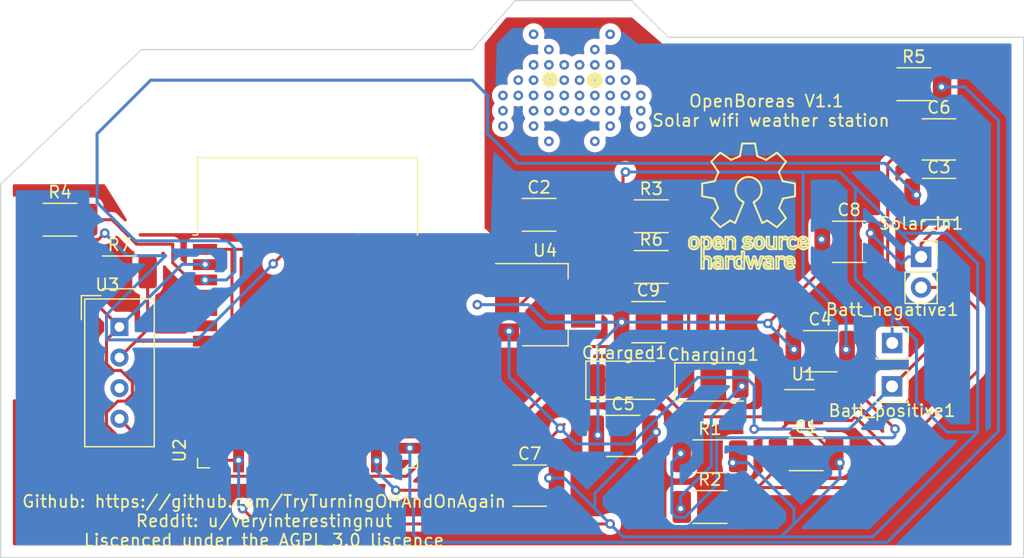
<source format=kicad_pcb>
(kicad_pcb (version 20171130) (host pcbnew "(5.1.6)-1")
  (layers (0 F.Cu signal) (31 B.Cu signal) (34 B.Paste user) (35 F.Paste user) (36 B.SilkS user) (37 F.SilkS user) (38 B.Mask user) (39 F.Mask user) (44 Edge.Cuts user))
  (net 0 "")
  (net 1 GND)
  (net 2 Battery-out)
  (net 3 "Net-(C1-Pad1)")
  (net 4 "Net-(C3-Pad1)")
  (net 5 +3V3)
  (net 6 "Net-(Charged1-Pad1)")
  (net 7 "Net-(Charged1-Pad2)")
  (net 8 "Net-(Charging1-Pad2)")
  (net 9 "Net-(R1-Pad1)")
  (net 10 "Net-(R5-Pad2)")
  (net 11 "Net-(R6-Pad2)")
  (net 12 Data_temp)
  (net 13 "Net-(U2-Pad4)")
  (net 14 "Net-(U2-Pad5)")
  (net 15 "Net-(U2-Pad6)")
  (net 16 "Net-(U2-Pad8)")
  (net 17 "Net-(U2-Pad9)")
  (net 18 "Net-(U2-Pad10)")
  (net 19 "Net-(U2-Pad11)")
  (net 20 "Net-(U2-Pad12)")
  (net 21 "Net-(U2-Pad13)")
  (net 22 "Net-(U2-Pad14)")
  (net 23 "Net-(U2-Pad16)")
  (net 24 "Net-(U2-Pad17)")
  (net 25 "Net-(U2-Pad18)")
  (net 26 "Net-(U2-Pad19)")
  (net 27 "Net-(U2-Pad20)")
  (net 28 "Net-(U2-Pad21)")
  (net 29 "Net-(U2-Pad22)")
  (net 30 "Net-(U2-Pad23)")
  (net 31 "Net-(U2-Pad26)")
  (net 32 "Net-(U2-Pad27)")
  (net 33 "Net-(U2-Pad28)")
  (net 34 "Net-(U2-Pad29)")
  (net 35 "Net-(U2-Pad30)")
  (net 36 "Net-(U2-Pad31)")
  (net 37 "Net-(U2-Pad32)")
  (net 38 "Net-(U2-Pad33)")
  (net 39 "Net-(U2-Pad34)")
  (net 40 "Net-(U2-Pad35)")
  (net 41 "Net-(U2-Pad36)")
  (net 42 "Net-(U2-Pad37)")
  (net 43 "Net-(U3-Pad3)")
  (module Connector_PinSocket_2.54mm:PinSocket_1x01_P2.54mm_Vertical (layer F.Cu) (at 166.895001 108.175001)
    (fp_text reference Batt_negative1 (at 0 -2.77) (layer F.SilkS))
    (fp_text value Conn_01x01_Female)
    (pad 1 thru_hole rect (at 0 0) (size 1.7 1.7) (drill 1) (layers *.Cu *.Mask) (net 1 GND))
  )
  (module Connector_PinSocket_2.54mm:PinSocket_1x01_P2.54mm_Vertical (layer F.Cu) (at 166.88 111.77)
    (fp_text reference Batt_positive1 (at 0 2.022) (layer F.SilkS))
    (fp_text value Conn_01x01_Female)
    (pad 1 thru_hole rect (at 0 0) (size 1.7 1.7) (drill 1) (layers *.Cu *.Mask) (net 2 Battery-out))
  )
  (module Capacitor_SMD:C_2010_5025Metric_Pad1.52x2.65mm_HandSolder (layer F.Cu) (at 159.7575 117.41)
    (fp_text reference C1 (at 0 -2.28) (layer F.SilkS))
    (fp_text value 10uF)
    (pad 1 smd roundrect (at -2.3375 0) (size 1.525 2.65) (layers F.Cu F.Paste F.Mask) (roundrect_rratio 0.163934) (net 3 "Net-(C1-Pad1)"))
    (pad 2 smd roundrect (at 2.3375 0) (size 1.525 2.65) (layers F.Cu F.Paste F.Mask) (roundrect_rratio 0.163934) (net 1 GND))
  )
  (module Capacitor_SMD:C_2010_5025Metric_Pad1.52x2.65mm_HandSolder (layer F.Cu) (at 137.6165 97.536)
    (fp_text reference C2 (at 0 -2.28) (layer F.SilkS))
    (fp_text value 10uF)
    (pad 1 smd roundrect (at -2.3375 0) (size 1.525 2.65) (layers F.Cu F.Paste F.Mask) (roundrect_rratio 0.163934) (net 2 Battery-out))
    (pad 2 smd roundrect (at 2.3375 0) (size 1.525 2.65) (layers F.Cu F.Paste F.Mask) (roundrect_rratio 0.163934) (net 1 GND))
  )
  (module Capacitor_SMD:C_1812_4532Metric_Pad1.30x3.40mm_HandSolder (layer F.Cu) (at 170.775001 96.225001)
    (fp_text reference C3 (at 0 -2.65) (layer F.SilkS))
    (fp_text value 1nF)
    (pad 1 smd roundrect (at -2.225 0) (size 1.3 3.4) (layers F.Cu F.Paste F.Mask) (roundrect_rratio 0.192308) (net 4 "Net-(C3-Pad1)"))
    (pad 2 smd roundrect (at 2.225 0) (size 1.3 3.4) (layers F.Cu F.Paste F.Mask) (roundrect_rratio 0.192308) (net 1 GND))
  )
  (module Capacitor_SMD:C_1812_4532Metric_Pad1.30x3.40mm_HandSolder (layer F.Cu) (at 160.925001 108.855001)
    (fp_text reference C4 (at 0 -2.65) (layer F.SilkS))
    (fp_text value 0.1uF)
    (pad 1 smd roundrect (at -2.225 0) (size 1.3 3.4) (layers F.Cu F.Paste F.Mask) (roundrect_rratio 0.192308) (net 5 +3V3))
    (pad 2 smd roundrect (at 2.225 0) (size 1.3 3.4) (layers F.Cu F.Paste F.Mask) (roundrect_rratio 0.192308) (net 1 GND))
  )
  (module Capacitor_SMD:C_1812_4532Metric_Pad1.30x3.40mm_HandSolder (layer F.Cu) (at 144.585001 115.885001)
    (fp_text reference C5 (at 0 -2.65) (layer F.SilkS))
    (fp_text value 10uF)
    (pad 2 smd roundrect (at 2.225 0) (size 1.3 3.4) (layers F.Cu F.Paste F.Mask) (roundrect_rratio 0.192308) (net 1 GND))
    (pad 1 smd roundrect (at -2.225 0) (size 1.3 3.4) (layers F.Cu F.Paste F.Mask) (roundrect_rratio 0.192308) (net 5 +3V3))
  )
  (module Capacitor_SMD:C_1812_4532Metric_Pad1.30x3.40mm_HandSolder (layer F.Cu) (at 170.775001 91.275001)
    (fp_text reference C6 (at 0 -2.65) (layer F.SilkS))
    (fp_text value 4.7uF)
    (pad 2 smd roundrect (at 2.225 0) (size 1.3 3.4) (layers F.Cu F.Paste F.Mask) (roundrect_rratio 0.192308) (net 1 GND))
    (pad 1 smd roundrect (at -2.225 0) (size 1.3 3.4) (layers F.Cu F.Paste F.Mask) (roundrect_rratio 0.192308) (net 2 Battery-out))
  )
  (module Capacitor_SMD:C_1812_4532Metric_Pad1.30x3.40mm_HandSolder (layer F.Cu) (at 136.835001 120.015001)
    (fp_text reference C7 (at 0 -2.65) (layer F.SilkS))
    (fp_text value 1uF)
    (pad 1 smd roundrect (at -2.225 0) (size 1.3 3.4) (layers F.Cu F.Paste F.Mask) (roundrect_rratio 0.192308) (net 2 Battery-out))
    (pad 2 smd roundrect (at 2.225 0) (size 1.3 3.4) (layers F.Cu F.Paste F.Mask) (roundrect_rratio 0.192308) (net 1 GND))
  )
  (module Capacitor_SMD:C_1812_4532Metric_Pad1.30x3.40mm_HandSolder (layer F.Cu) (at 163.325001 99.775001)
    (fp_text reference C8 (at 0 -2.65) (layer F.SilkS))
    (fp_text value 4.7uF)
    (pad 1 smd roundrect (at -2.225 0) (size 1.3 3.4) (layers F.Cu F.Paste F.Mask) (roundrect_rratio 0.192308) (net 5 +3V3))
    (pad 2 smd roundrect (at 2.225 0) (size 1.3 3.4) (layers F.Cu F.Paste F.Mask) (roundrect_rratio 0.192308) (net 1 GND))
  )
  (module Capacitor_SMD:C_1812_4532Metric_Pad1.30x3.40mm_HandSolder (layer F.Cu) (at 146.685001 106.445001)
    (fp_text reference C9 (at 0 -2.65) (layer F.SilkS))
    (fp_text value 1uF)
    (pad 2 smd roundrect (at 2.225 0) (size 1.3 3.4) (layers F.Cu F.Paste F.Mask) (roundrect_rratio 0.192308) (net 1 GND))
    (pad 1 smd roundrect (at -2.225 0) (size 1.3 3.4) (layers F.Cu F.Paste F.Mask) (roundrect_rratio 0.192308) (net 5 +3V3))
  )
  (module LED_SMD:LED_2010_5025Metric (layer F.Cu) (at 144.685001 111.265001)
    (fp_text reference Charged1 (at 0 -2.28) (layer F.SilkS))
    (fp_text value GREEN)
    (pad 1 smd roundrect (at -2.25 0) (size 1.35 2.65) (layers F.Cu F.Paste F.Mask) (roundrect_rratio 0.185185) (net 6 "Net-(Charged1-Pad1)"))
    (pad 2 smd roundrect (at 2.25 0) (size 1.35 2.65) (layers F.Cu F.Paste F.Mask) (roundrect_rratio 0.185185) (net 7 "Net-(Charged1-Pad2)"))
  )
  (module LED_SMD:LED_2010_5025Metric (layer F.Cu) (at 152.06 111.41)
    (fp_text reference Charging1 (at 0 -2.28) (layer F.SilkS))
    (fp_text value RED)
    (pad 1 smd roundrect (at -2.25 0) (size 1.35 2.65) (layers F.Cu F.Paste F.Mask) (roundrect_rratio 0.185185) (net 7 "Net-(Charged1-Pad2)"))
    (pad 2 smd roundrect (at 2.25 0) (size 1.35 2.65) (layers F.Cu F.Paste F.Mask) (roundrect_rratio 0.185185) (net 8 "Net-(Charging1-Pad2)"))
  )
  (module Resistor_SMD:R_2010_5025Metric_Pad1.52x2.65mm_HandSolder (layer F.Cu) (at 151.785001 117.575001)
    (fp_text reference R1 (at 0 -2.28) (layer F.SilkS))
    (fp_text value 2k)
    (pad 2 smd roundrect (at 2.3375 0) (size 1.525 2.65) (layers F.Cu F.Paste F.Mask) (roundrect_rratio 0.163934) (net 1 GND))
    (pad 1 smd roundrect (at -2.3375 0) (size 1.525 2.65) (layers F.Cu F.Paste F.Mask) (roundrect_rratio 0.163934) (net 9 "Net-(R1-Pad1)"))
  )
  (module Resistor_SMD:R_2010_5025Metric_Pad1.52x2.65mm_HandSolder (layer F.Cu) (at 151.785001 121.785001)
    (fp_text reference R2 (at 0 -2.28) (layer F.SilkS))
    (fp_text value 470)
    (pad 1 smd roundrect (at -2.3375 0) (size 1.525 2.65) (layers F.Cu F.Paste F.Mask) (roundrect_rratio 0.163934) (net 8 "Net-(Charging1-Pad2)"))
    (pad 2 smd roundrect (at 2.3375 0) (size 1.525 2.65) (layers F.Cu F.Paste F.Mask) (roundrect_rratio 0.163934) (net 3 "Net-(C1-Pad1)"))
  )
  (module Resistor_SMD:R_2010_5025Metric_Pad1.52x2.65mm_HandSolder (layer F.Cu) (at 146.915001 97.655001)
    (fp_text reference R3 (at 0 -2.28) (layer F.SilkS))
    (fp_text value 470)
    (pad 2 smd roundrect (at 2.3375 0) (size 1.525 2.65) (layers F.Cu F.Paste F.Mask) (roundrect_rratio 0.163934) (net 6 "Net-(Charged1-Pad1)"))
    (pad 1 smd roundrect (at -2.3375 0) (size 1.525 2.65) (layers F.Cu F.Paste F.Mask) (roundrect_rratio 0.163934) (net 1 GND))
  )
  (module Resistor_SMD:R_2010_5025Metric_Pad1.52x2.65mm_HandSolder (layer F.Cu) (at 97.8916 97.9424)
    (fp_text reference R4 (at 0 -2.28) (layer F.SilkS))
    (fp_text value 12k)
    (pad 1 smd roundrect (at -2.3375 0) (size 1.525 2.65) (layers F.Cu F.Paste F.Mask) (roundrect_rratio 0.163934) (net 5 +3V3))
    (pad 2 smd roundrect (at 2.3375 0) (size 1.525 2.65) (layers F.Cu F.Paste F.Mask) (roundrect_rratio 0.163934) (net 4 "Net-(C3-Pad1)"))
  )
  (module Resistor_SMD:R_2010_5025Metric_Pad1.52x2.65mm_HandSolder (layer F.Cu) (at 168.695001 86.695001)
    (fp_text reference R5 (at 0 -2.28) (layer F.SilkS))
    (fp_text value 5k)
    (pad 2 smd roundrect (at 2.3375 0) (size 1.525 2.65) (layers F.Cu F.Paste F.Mask) (roundrect_rratio 0.163934) (net 10 "Net-(R5-Pad2)"))
    (pad 1 smd roundrect (at -2.3375 0) (size 1.525 2.65) (layers F.Cu F.Paste F.Mask) (roundrect_rratio 0.163934) (net 1 GND))
  )
  (module Resistor_SMD:R_2010_5025Metric_Pad1.52x2.65mm_HandSolder (layer F.Cu) (at 146.915001 101.865001)
    (fp_text reference R6 (at 0 -2.28) (layer F.SilkS))
    (fp_text value 5k)
    (pad 1 smd roundrect (at -2.3375 0) (size 1.525 2.65) (layers F.Cu F.Paste F.Mask) (roundrect_rratio 0.163934) (net 1 GND))
    (pad 2 smd roundrect (at 2.3375 0) (size 1.525 2.65) (layers F.Cu F.Paste F.Mask) (roundrect_rratio 0.163934) (net 11 "Net-(R6-Pad2)"))
  )
  (module Resistor_SMD:R_2010_5025Metric_Pad1.52x2.65mm_HandSolder (layer F.Cu) (at 102.8192 102.3112)
    (fp_text reference R7 (at 0 -2.28) (layer F.SilkS))
    (fp_text value 10k)
    (pad 1 smd roundrect (at -2.3375 0) (size 1.525 2.65) (layers F.Cu F.Paste F.Mask) (roundrect_rratio 0.163934) (net 5 +3V3))
    (pad 2 smd roundrect (at 2.3375 0) (size 1.525 2.65) (layers F.Cu F.Paste F.Mask) (roundrect_rratio 0.163934) (net 12 Data_temp))
  )
  (module Connector_PinSocket_2.54mm:PinSocket_1x02_P2.54mm_Vertical (layer F.Cu) (at 169.295001 101.025001)
    (fp_text reference Solar_in1 (at 0 -2.77) (layer F.SilkS))
    (fp_text value Conn_01x02_Female)
    (pad 1 thru_hole rect (at 0 0) (size 1.7 1.7) (drill 1) (layers *.Cu *.Mask) (net 1 GND))
    (pad 2 thru_hole oval (at 0 2.54) (size 1.7 1.7) (drill 1) (layers *.Cu *.Mask) (net 3 "Net-(C1-Pad1)"))
  )
  (module Package_TO_SOT_SMD:SOT-23-5 (layer F.Cu) (at 159.545001 113.655001)
    (fp_text reference U1 (at 0 -2.9) (layer F.SilkS))
    (fp_text value MCP73831-5-OT)
    (pad 1 smd rect (at -1.1 -0.95) (size 1.06 0.65) (layers F.Cu F.Paste F.Mask) (net 7 "Net-(Charged1-Pad2)"))
    (pad 2 smd rect (at -1.1 0) (size 1.06 0.65) (layers F.Cu F.Paste F.Mask) (net 1 GND))
    (pad 3 smd rect (at -1.1 0.95) (size 1.06 0.65) (layers F.Cu F.Paste F.Mask) (net 2 Battery-out))
    (pad 4 smd rect (at 1.1 0.95) (size 1.06 0.65) (layers F.Cu F.Paste F.Mask) (net 3 "Net-(C1-Pad1)"))
    (pad 5 smd rect (at 1.1 -0.95) (size 1.06 0.65) (layers F.Cu F.Paste F.Mask) (net 9 "Net-(R1-Pad1)"))
  )
  (module RF_Module:ESP32-WROOM-32 (layer F.Cu) (at 118.415001 108.655001)
    (fp_text reference U2 (at -10.61 8.43 90) (layer F.SilkS))
    (fp_text value ESP32-WROOM-32)
    (pad 39 smd rect (at -1 -0.755) (size 5 5) (layers F.Cu F.Paste F.Mask) (net 1 GND))
    (pad 1 smd rect (at -8.5 -8.255) (size 2 0.9) (layers F.Cu F.Paste F.Mask) (net 1 GND))
    (pad 2 smd rect (at -8.5 -6.985) (size 2 0.9) (layers F.Cu F.Paste F.Mask) (net 5 +3V3))
    (pad 3 smd rect (at -8.5 -5.715) (size 2 0.9) (layers F.Cu F.Paste F.Mask) (net 4 "Net-(C3-Pad1)"))
    (pad 4 smd rect (at -8.5 -4.445) (size 2 0.9) (layers F.Cu F.Paste F.Mask) (net 13 "Net-(U2-Pad4)"))
    (pad 5 smd rect (at -8.5 -3.175) (size 2 0.9) (layers F.Cu F.Paste F.Mask) (net 14 "Net-(U2-Pad5)"))
    (pad 6 smd rect (at -8.5 -1.905) (size 2 0.9) (layers F.Cu F.Paste F.Mask) (net 15 "Net-(U2-Pad6)"))
    (pad 7 smd rect (at -8.5 -0.635) (size 2 0.9) (layers F.Cu F.Paste F.Mask) (net 12 Data_temp))
    (pad 8 smd rect (at -8.5 0.635) (size 2 0.9) (layers F.Cu F.Paste F.Mask) (net 16 "Net-(U2-Pad8)"))
    (pad 9 smd rect (at -8.5 1.905) (size 2 0.9) (layers F.Cu F.Paste F.Mask) (net 17 "Net-(U2-Pad9)"))
    (pad 10 smd rect (at -8.5 3.175) (size 2 0.9) (layers F.Cu F.Paste F.Mask) (net 18 "Net-(U2-Pad10)"))
    (pad 11 smd rect (at -8.5 4.445) (size 2 0.9) (layers F.Cu F.Paste F.Mask) (net 19 "Net-(U2-Pad11)"))
    (pad 12 smd rect (at -8.5 5.715) (size 2 0.9) (layers F.Cu F.Paste F.Mask) (net 20 "Net-(U2-Pad12)"))
    (pad 13 smd rect (at -8.5 6.985) (size 2 0.9) (layers F.Cu F.Paste F.Mask) (net 21 "Net-(U2-Pad13)"))
    (pad 14 smd rect (at -8.5 8.255) (size 2 0.9) (layers F.Cu F.Paste F.Mask) (net 22 "Net-(U2-Pad14)"))
    (pad 15 smd rect (at -5.715 9.255 90) (size 2 0.9) (layers F.Cu F.Paste F.Mask) (net 1 GND))
    (pad 16 smd rect (at -4.445 9.255 90) (size 2 0.9) (layers F.Cu F.Paste F.Mask) (net 23 "Net-(U2-Pad16)"))
    (pad 17 smd rect (at -3.175 9.255 90) (size 2 0.9) (layers F.Cu F.Paste F.Mask) (net 24 "Net-(U2-Pad17)"))
    (pad 18 smd rect (at -1.905 9.255 90) (size 2 0.9) (layers F.Cu F.Paste F.Mask) (net 25 "Net-(U2-Pad18)"))
    (pad 19 smd rect (at -0.635 9.255 90) (size 2 0.9) (layers F.Cu F.Paste F.Mask) (net 26 "Net-(U2-Pad19)"))
    (pad 20 smd rect (at 0.635 9.255 90) (size 2 0.9) (layers F.Cu F.Paste F.Mask) (net 27 "Net-(U2-Pad20)"))
    (pad 21 smd rect (at 1.905 9.255 90) (size 2 0.9) (layers F.Cu F.Paste F.Mask) (net 28 "Net-(U2-Pad21)"))
    (pad 22 smd rect (at 3.175 9.255 90) (size 2 0.9) (layers F.Cu F.Paste F.Mask) (net 29 "Net-(U2-Pad22)"))
    (pad 23 smd rect (at 4.445 9.255 90) (size 2 0.9) (layers F.Cu F.Paste F.Mask) (net 30 "Net-(U2-Pad23)"))
    (pad 24 smd rect (at 5.715 9.255 90) (size 2 0.9) (layers F.Cu F.Paste F.Mask) (net 11 "Net-(R6-Pad2)"))
    (pad 25 smd rect (at 8.5 8.255) (size 2 0.9) (layers F.Cu F.Paste F.Mask) (net 10 "Net-(R5-Pad2)"))
    (pad 26 smd rect (at 8.5 6.985) (size 2 0.9) (layers F.Cu F.Paste F.Mask) (net 31 "Net-(U2-Pad26)"))
    (pad 27 smd rect (at 8.5 5.715) (size 2 0.9) (layers F.Cu F.Paste F.Mask) (net 32 "Net-(U2-Pad27)"))
    (pad 28 smd rect (at 8.5 4.445) (size 2 0.9) (layers F.Cu F.Paste F.Mask) (net 33 "Net-(U2-Pad28)"))
    (pad 29 smd rect (at 8.5 3.175) (size 2 0.9) (layers F.Cu F.Paste F.Mask) (net 34 "Net-(U2-Pad29)"))
    (pad 30 smd rect (at 8.5 1.905) (size 2 0.9) (layers F.Cu F.Paste F.Mask) (net 35 "Net-(U2-Pad30)"))
    (pad 31 smd rect (at 8.5 0.635) (size 2 0.9) (layers F.Cu F.Paste F.Mask) (net 36 "Net-(U2-Pad31)"))
    (pad 32 smd rect (at 8.5 -0.635) (size 2 0.9) (layers F.Cu F.Paste F.Mask) (net 37 "Net-(U2-Pad32)"))
    (pad 33 smd rect (at 8.5 -1.905) (size 2 0.9) (layers F.Cu F.Paste F.Mask) (net 38 "Net-(U2-Pad33)"))
    (pad 34 smd rect (at 8.5 -3.175) (size 2 0.9) (layers F.Cu F.Paste F.Mask) (net 39 "Net-(U2-Pad34)"))
    (pad 35 smd rect (at 8.5 -4.445) (size 2 0.9) (layers F.Cu F.Paste F.Mask) (net 40 "Net-(U2-Pad35)"))
    (pad 36 smd rect (at 8.5 -5.715) (size 2 0.9) (layers F.Cu F.Paste F.Mask) (net 41 "Net-(U2-Pad36)"))
    (pad 37 smd rect (at 8.5 -6.985) (size 2 0.9) (layers F.Cu F.Paste F.Mask) (net 42 "Net-(U2-Pad37)"))
    (pad 38 smd rect (at 8.5 -8.255) (size 2 0.9) (layers F.Cu F.Paste F.Mask) (net 1 GND))
  )
  (module Sensor:Aosong_DHT11_5.5x12.0_P2.54mm (layer F.Cu) (at 102.8192 106.8412)
    (fp_text reference U3 (at -1 -3.5) (layer F.SilkS))
    (fp_text value DHT11)
    (pad 1 thru_hole rect (at 0 0) (size 1.5 1.5) (drill 0.8) (layers *.Cu *.Mask) (net 5 +3V3))
    (pad 2 thru_hole circle (at 0 2.54) (size 1.5 1.5) (drill 0.8) (layers *.Cu *.Mask) (net 12 Data_temp))
    (pad 3 thru_hole circle (at 0 5.08) (size 1.5 1.5) (drill 0.8) (layers *.Cu *.Mask) (net 43 "Net-(U3-Pad3)"))
    (pad 4 thru_hole circle (at 0 7.62) (size 1.5 1.5) (drill 0.8) (layers *.Cu *.Mask) (net 1 GND))
  )
  (module Package_TO_SOT_SMD:SOT-223-3_TabPin2 (layer F.Cu) (at 138.115001 104.995001)
    (fp_text reference U4 (at 0 -4.5) (layer F.SilkS))
    (fp_text value AMS1117-3.3)
    (pad 2 smd rect (at 3.15 0) (size 2 3.8) (layers F.Cu F.Paste F.Mask) (net 5 +3V3))
    (pad 2 smd rect (at -3.15 0) (size 2 1.5) (layers F.Cu F.Paste F.Mask) (net 5 +3V3))
    (pad 3 smd rect (at -3.15 2.3) (size 2 1.5) (layers F.Cu F.Paste F.Mask) (net 2 Battery-out))
    (pad 1 smd rect (at -3.15 -2.3) (size 2 1.5) (layers F.Cu F.Paste F.Mask) (net 1 GND))
  )
  (gr_line (start 157.5024 93.992021) (end 157.50588 93.97278) (layer F.SilkS) (width 0.16))
  (gr_line (start 157.5034 94.01166) (end 157.5024 93.992021) (layer F.SilkS) (width 0.16))
  (gr_line (start 157.85496 94.75354) (end 157.85052 94.7527) (layer F.SilkS) (width 0.16))
  (gr_line (start 157.80044 94.709701) (end 157.79896 94.70538) (layer F.SilkS) (width 0.16))
  (gr_line (start 157.51116 93.95982) (end 157.5138 93.956101) (layer F.SilkS) (width 0.16))
  (gr_line (start 157.85052 94.7527) (end 157.8376 94.7473) (layer F.SilkS) (width 0.16))
  (gr_line (start 158.80056 94.92938) (end 157.85496 94.75354) (layer F.SilkS) (width 0.16))
  (gr_line (start 157.506999 94.02514) (end 157.5034 94.01166) (layer F.SilkS) (width 0.16))
  (gr_line (start 157.8078 94.72166) (end 157.80044 94.709701) (layer F.SilkS) (width 0.16))
  (gr_line (start 157.82128 94.73622) (end 157.8078 94.72166) (layer F.SilkS) (width 0.16))
  (gr_line (start 157.8376 94.7473) (end 157.82128 94.73622) (layer F.SilkS) (width 0.16))
  (gr_line (start 157.79896 94.70538) (end 157.50912 94.02914) (layer F.SilkS) (width 0.16))
  (gr_line (start 158.06468 93.15298) (end 158.06712 93.1495) (layer F.SilkS) (width 0.16))
  (gr_line (start 157.5138 93.956101) (end 158.06468 93.15298) (layer F.SilkS) (width 0.16))
  (gr_line (start 157.50588 93.97278) (end 157.51116 93.95982) (layer F.SilkS) (width 0.16))
  (gr_line (start 157.50912 94.02914) (end 157.506999 94.02514) (layer F.SilkS) (width 0.16))
  (gr_line (start 153.871064 101.892588) (end 153.882172 101.907128) (layer F.SilkS) (width 0.16))
  (gr_line (start 153.608264 101.205) (end 153.634436 101.222212) (layer F.SilkS) (width 0.16))
  (gr_line (start 153.86588 101.885926) (end 153.871064 101.892588) (layer F.SilkS) (width 0.16))
  (gr_line (start 153.835516 101.835709) (end 153.851511 101.864984) (layer F.SilkS) (width 0.16))
  (gr_line (start 153.871064 101.104264) (end 153.86588 101.1109) (layer F.SilkS) (width 0.16))
  (gr_line (start 154.223639 100.978524) (end 154.167 100.969756) (layer F.SilkS) (width 0.16))
  (gr_line (start 154.05984 100.979852) (end 153.984344 101.007908) (layer F.SilkS) (width 0.16))
  (gr_line (start 154.41504 101.092024) (end 154.40096 101.07868) (layer F.SilkS) (width 0.16))
  (gr_line (start 153.851511 101.864984) (end 153.86588 101.885926) (layer F.SilkS) (width 0.16))
  (gr_line (start 153.576056 101.1892) (end 153.608264 101.205) (layer F.SilkS) (width 0.16))
  (gr_line (start 153.882156 101.08968) (end 153.871064 101.104264) (layer F.SilkS) (width 0.16))
  (gr_line (start 154.29224 101.003372) (end 154.223639 100.978524) (layer F.SilkS) (width 0.16))
  (gr_line (start 153.82278 101.802462) (end 153.835516 101.835709) (layer F.SilkS) (width 0.16))
  (gr_line (start 153.805872 101.715028) (end 153.812988 101.762988) (layer F.SilkS) (width 0.16))
  (gr_line (start 153.801164 101.656282) (end 153.805872 101.715028) (layer F.SilkS) (width 0.16))
  (gr_line (start 153.835516 101.161012) (end 153.82278 101.194172) (layer F.SilkS) (width 0.16))
  (gr_line (start 153.797736 101.497472) (end 153.797736 101.519236) (layer F.SilkS) (width 0.16))
  (gr_line (start 153.79854 101.410992) (end 153.797736 101.475836) (layer F.SilkS) (width 0.16))
  (gr_line (start 153.642768 101.228485) (end 153.793484 101.049208) (layer F.SilkS) (width 0.16))
  (gr_line (start 154.14812 100.969756) (end 154.12604 100.969756) (layer F.SilkS) (width 0.16))
  (gr_line (start 153.557716 100.969756) (end 153.49828 100.977396) (layer F.SilkS) (width 0.16))
  (gr_line (start 154.62276 100.564268) (end 154.41504 100.564268) (layer F.SilkS) (width 0.16))
  (gr_line (start 153.543068 101.180284) (end 153.576056 101.1892) (layer F.SilkS) (width 0.16))
  (gr_line (start 153.426272 101.000336) (end 153.362644 101.038528) (layer F.SilkS) (width 0.16))
  (gr_line (start 153.577536 100.969756) (end 153.557716 100.969756) (layer F.SilkS) (width 0.16))
  (gr_line (start 153.797736 101.519236) (end 153.79854 101.584536) (layer F.SilkS) (width 0.16))
  (gr_line (start 153.797736 101.475836) (end 153.797736 101.497472) (layer F.SilkS) (width 0.16))
  (gr_line (start 153.801164 101.339656) (end 153.79854 101.410992) (layer F.SilkS) (width 0.16))
  (gr_line (start 153.921499 101.050508) (end 153.882156 101.08968) (layer F.SilkS) (width 0.16))
  (gr_line (start 154.35556 101.041956) (end 154.29224 101.003372) (layer F.SilkS) (width 0.16))
  (gr_line (start 153.308608 101.092) (end 153.304551 101.092) (layer F.SilkS) (width 0.16))
  (gr_line (start 153.304551 101.092) (end 153.304551 100.982016) (layer F.SilkS) (width 0.16))
  (gr_line (start 153.781872 101.040225) (end 153.744852 101.016156) (layer F.SilkS) (width 0.16))
  (gr_line (start 154.12604 100.969756) (end 154.05984 100.979852) (layer F.SilkS) (width 0.16))
  (gr_line (start 153.637644 100.975292) (end 153.592552 100.969756) (layer F.SilkS) (width 0.16))
  (gr_line (start 153.793484 101.049208) (end 153.781872 101.040225) (layer F.SilkS) (width 0.16))
  (gr_line (start 153.304551 100.982016) (end 153.09678 100.982016) (layer F.SilkS) (width 0.16))
  (gr_line (start 153.592552 100.969756) (end 153.577536 100.969756) (layer F.SilkS) (width 0.16))
  (gr_line (start 153.634436 101.222212) (end 153.642768 101.228485) (layer F.SilkS) (width 0.16))
  (gr_line (start 153.744852 101.016156) (end 153.693156 100.991136) (layer F.SilkS) (width 0.16))
  (gr_line (start 153.362644 101.038528) (end 153.320391 101.077268) (layer F.SilkS) (width 0.16))
  (gr_line (start 154.62276 102.014832) (end 154.62276 100.564268) (layer F.SilkS) (width 0.16))
  (gr_line (start 154.41504 100.564268) (end 154.41504 101.092024) (layer F.SilkS) (width 0.16))
  (gr_line (start 153.79854 101.584536) (end 153.801164 101.656282) (layer F.SilkS) (width 0.16))
  (gr_line (start 153.851511 101.13178) (end 153.835516 101.161012) (layer F.SilkS) (width 0.16))
  (gr_line (start 154.12604 102.027093) (end 154.14812 102.027093) (layer F.SilkS) (width 0.16))
  (gr_line (start 153.882172 101.907128) (end 153.921499 101.946256) (layer F.SilkS) (width 0.16))
  (gr_line (start 153.805872 101.28124) (end 153.801164 101.339656) (layer F.SilkS) (width 0.16))
  (gr_line (start 153.82278 101.194172) (end 153.812988 101.233496) (layer F.SilkS) (width 0.16))
  (gr_line (start 153.984344 101.007908) (end 153.921499 101.050508) (layer F.SilkS) (width 0.16))
  (gr_line (start 154.40096 101.07868) (end 154.35556 101.041956) (layer F.SilkS) (width 0.16))
  (gr_line (start 153.09678 100.982016) (end 153.09678 102.014832) (layer F.SilkS) (width 0.16))
  (gr_line (start 154.41504 102.014832) (end 154.62276 102.014832) (layer F.SilkS) (width 0.16))
  (gr_line (start 153.693156 100.991136) (end 153.637644 100.975292) (layer F.SilkS) (width 0.16))
  (gr_line (start 153.09678 102.014832) (end 153.09678 102.014832) (layer F.SilkS) (width 0.16))
  (gr_line (start 154.05984 102.016959) (end 154.12604 102.027093) (layer F.SilkS) (width 0.16))
  (gr_line (start 153.984368 101.988877) (end 154.05984 102.016959) (layer F.SilkS) (width 0.16))
  (gr_line (start 153.812988 101.762988) (end 153.82278 101.802462) (layer F.SilkS) (width 0.16))
  (gr_line (start 153.812988 101.233496) (end 153.805872 101.28124) (layer F.SilkS) (width 0.16))
  (gr_line (start 153.86588 101.1109) (end 153.851511 101.13178) (layer F.SilkS) (width 0.16))
  (gr_line (start 154.167 100.969756) (end 154.14812 100.969756) (layer F.SilkS) (width 0.16))
  (gr_line (start 153.320391 101.077268) (end 153.308608 101.092) (layer F.SilkS) (width 0.16))
  (gr_line (start 153.921499 101.946256) (end 153.984368 101.988877) (layer F.SilkS) (width 0.16))
  (gr_line (start 153.49828 100.977396) (end 153.426272 101.000336) (layer F.SilkS) (width 0.16))
  (gr_line (start 152.648972 101.935883) (end 152.656592 101.923165) (layer F.SilkS) (width 0.16))
  (gr_line (start 152.037296 101.727593) (end 152.043508 101.776377) (layer F.SilkS) (width 0.16))
  (gr_line (start 152.609516 101.802158) (end 152.578028 101.817154) (layer F.SilkS) (width 0.16))
  (gr_line (start 152.632868 101.779633) (end 152.609516 101.802158) (layer F.SilkS) (width 0.16))
  (gr_line (start 152.648756 101.748079) (end 152.632868 101.779633) (layer F.SilkS) (width 0.16))
  (gr_line (start 152.495024 102.02093) (end 152.565968 102.00192) (layer F.SilkS) (width 0.16))
  (gr_line (start 153.397672 101.206064) (end 153.431783 101.190028) (layer F.SilkS) (width 0.16))
  (gr_line (start 153.3672 101.22894) (end 153.397672 101.206064) (layer F.SilkS) (width 0.16))
  (gr_line (start 153.32174 101.296124) (end 153.341507 101.258884) (layer F.SilkS) (width 0.16))
  (gr_line (start 152.043508 101.776377) (end 152.061884 101.836295) (layer F.SilkS) (width 0.16))
  (gr_line (start 153.304551 101.380284) (end 153.309024 101.340896) (layer F.SilkS) (width 0.16))
  (gr_line (start 152.232852 101.688292) (end 152.243656 101.649858) (layer F.SilkS) (width 0.16))
  (gr_line (start 152.037296 101.69619) (end 152.037296 101.711338) (layer F.SilkS) (width 0.16))
  (gr_line (start 153.304551 101.393436) (end 153.304551 101.380284) (layer F.SilkS) (width 0.16))
  (gr_line (start 152.257672 101.772732) (end 152.243636 101.750661) (layer F.SilkS) (width 0.16))
  (gr_line (start 152.416268 101.831434) (end 152.3797 101.828656) (layer F.SilkS) (width 0.16))
  (gr_line (start 152.276664 101.610644) (end 152.332568 101.585557) (layer F.SilkS) (width 0.16))
  (gr_line (start 152.232852 101.707475) (end 152.232852 101.701116) (layer F.SilkS) (width 0.16))
  (gr_line (start 152.243636 101.750661) (end 152.235472 101.726573) (layer F.SilkS) (width 0.16))
  (gr_line (start 152.660712 101.665635) (end 152.657828 101.706086) (layer F.SilkS) (width 0.16))
  (gr_line (start 152.091963 101.890028) (end 152.133284 101.936446) (layer F.SilkS) (width 0.16))
  (gr_line (start 152.037296 101.711338) (end 152.037296 101.727593) (layer F.SilkS) (width 0.16))
  (gr_line (start 152.660712 101.652158) (end 152.660712 101.665635) (layer F.SilkS) (width 0.16))
  (gr_line (start 153.309024 101.340896) (end 153.32174 101.296124) (layer F.SilkS) (width 0.16))
  (gr_line (start 152.401968 102.027137) (end 152.425228 102.027137) (layer F.SilkS) (width 0.16))
  (gr_line (start 152.660712 101.576745) (end 152.660712 101.652158) (layer F.SilkS) (width 0.16))
  (gr_line (start 152.332568 101.585557) (end 152.392268 101.576745) (layer F.SilkS) (width 0.16))
  (gr_line (start 152.3386 101.8208) (end 152.304788 101.80843) (layer F.SilkS) (width 0.16))
  (gr_line (start 152.247844 102.002983) (end 152.320196 102.020909) (layer F.SilkS) (width 0.16))
  (gr_line (start 152.277944 101.792219) (end 152.257672 101.772732) (layer F.SilkS) (width 0.16))
  (gr_line (start 152.3797 101.828656) (end 152.3386 101.8208) (layer F.SilkS) (width 0.16))
  (gr_line (start 152.660712 102.014854) (end 152.660712 102.014832) (layer F.SilkS) (width 0.16))
  (gr_line (start 152.235472 101.726573) (end 152.232852 101.707475) (layer F.SilkS) (width 0.16))
  (gr_line (start 152.537796 101.826052) (end 152.488144 101.830327) (layer F.SilkS) (width 0.16))
  (gr_line (start 152.656592 101.923165) (end 152.660712 101.923165) (layer F.SilkS) (width 0.16))
  (gr_line (start 152.618524 101.969519) (end 152.648972 101.935883) (layer F.SilkS) (width 0.16))
  (gr_line (start 152.133284 101.936446) (end 152.185388 101.974468) (layer F.SilkS) (width 0.16))
  (gr_line (start 152.381524 102.027137) (end 152.401968 102.027137) (layer F.SilkS) (width 0.16))
  (gr_line (start 153.515468 101.177484) (end 153.543068 101.180284) (layer F.SilkS) (width 0.16))
  (gr_line (start 152.392268 101.576745) (end 152.412188 101.576745) (layer F.SilkS) (width 0.16))
  (gr_line (start 152.232852 101.701116) (end 152.232852 101.688292) (layer F.SilkS) (width 0.16))
  (gr_line (start 152.660712 102.014832) (end 152.660712 102.014832) (layer F.SilkS) (width 0.16))
  (gr_line (start 153.341507 101.258884) (end 153.3672 101.22894) (layer F.SilkS) (width 0.16))
  (gr_line (start 152.412188 101.576745) (end 152.660712 101.576745) (layer F.SilkS) (width 0.16))
  (gr_line (start 152.428468 101.831434) (end 152.416268 101.831434) (layer F.SilkS) (width 0.16))
  (gr_line (start 152.565968 102.00192) (end 152.618524 101.969519) (layer F.SilkS) (width 0.16))
  (gr_line (start 152.061884 101.836295) (end 152.091963 101.890028) (layer F.SilkS) (width 0.16))
  (gr_line (start 153.431783 101.190028) (end 153.468352 101.180568) (layer F.SilkS) (width 0.16))
  (gr_line (start 152.488144 101.830327) (end 152.443372 101.831434) (layer F.SilkS) (width 0.16))
  (gr_line (start 152.425228 102.027137) (end 152.495024 102.02093) (layer F.SilkS) (width 0.16))
  (gr_line (start 153.304551 102.014832) (end 153.304551 101.393436) (layer F.SilkS) (width 0.16))
  (gr_line (start 153.506284 101.177484) (end 153.515468 101.177484) (layer F.SilkS) (width 0.16))
  (gr_line (start 153.496799 101.177484) (end 153.506284 101.177484) (layer F.SilkS) (width 0.16))
  (gr_line (start 153.468352 101.180568) (end 153.496799 101.177484) (layer F.SilkS) (width 0.16))
  (gr_line (start 152.185388 101.974468) (end 152.247844 102.002983) (layer F.SilkS) (width 0.16))
  (gr_line (start 153.09678 102.014832) (end 153.304551 102.014832) (layer F.SilkS) (width 0.16))
  (gr_line (start 152.320196 102.020909) (end 152.381524 102.027137) (layer F.SilkS) (width 0.16))
  (gr_line (start 152.443372 101.831434) (end 152.428468 101.831434) (layer F.SilkS) (width 0.16))
  (gr_line (start 152.578028 101.817154) (end 152.537796 101.826052) (layer F.SilkS) (width 0.16))
  (gr_line (start 152.657828 101.706086) (end 152.648756 101.748079) (layer F.SilkS) (width 0.16))
  (gr_line (start 152.660712 101.923165) (end 152.660712 102.014854) (layer F.SilkS) (width 0.16))
  (gr_line (start 152.660712 101.652158) (end 152.660712 101.652158) (layer F.SilkS) (width 0.16))
  (gr_line (start 152.243656 101.649858) (end 152.276664 101.610644) (layer F.SilkS) (width 0.16))
  (gr_line (start 152.304788 101.80843) (end 152.277944 101.792219) (layer F.SilkS) (width 0.16))
  (gr_line (start 152.837168 101.149424) (end 152.799644 101.090464) (layer F.SilkS) (width 0.16))
  (gr_line (start 158.8004 96.0037) (end 158.80456 96.00294) (layer F.SilkS) (width 0.16))
  (gr_line (start 158.83016 94.947541) (end 158.81684 94.93586) (layer F.SilkS) (width 0.16))
  (gr_line (start 158.83912 94.962781) (end 158.83016 94.947541) (layer F.SilkS) (width 0.16))
  (gr_line (start 158.8424 94.9757) (end 158.83912 94.962781) (layer F.SilkS) (width 0.16))
  (gr_line (start 157.860679 96.18154) (end 157.87356 96.17614) (layer F.SilkS) (width 0.16))
  (gr_line (start 152.5812 101.181388) (end 152.610516 101.194844) (layer F.SilkS) (width 0.16))
  (gr_line (start 152.16948 101.458884) (end 152.122084 101.496624) (layer F.SilkS) (width 0.16))
  (gr_line (start 152.227208 101.43024) (end 152.16948 101.458884) (layer F.SilkS) (width 0.16))
  (gr_line (start 152.353836 101.405696) (end 152.295196 101.412052) (layer F.SilkS) (width 0.16))
  (gr_line (start 152.373384 101.405696) (end 152.353836 101.405696) (layer F.SilkS) (width 0.16))
  (gr_line (start 152.438644 100.96978) (end 152.411496 100.96978) (layer F.SilkS) (width 0.16))
  (gr_line (start 152.648496 101.235816) (end 152.657696 101.263984) (layer F.SilkS) (width 0.16))
  (gr_line (start 152.236192 101.003872) (end 152.156464 101.050529) (layer F.SilkS) (width 0.16))
  (gr_line (start 152.74908 101.044412) (end 152.686564 101.010272) (layer F.SilkS) (width 0.16))
  (gr_line (start 152.868524 101.309988) (end 152.868524 101.288052) (layer F.SilkS) (width 0.16))
  (gr_line (start 152.660712 101.289312) (end 152.660712 101.297752) (layer F.SilkS) (width 0.16))
  (gr_line (start 152.530224 100.973944) (end 152.46154 100.96978) (layer F.SilkS) (width 0.16))
  (gr_line (start 152.544656 101.172188) (end 152.5812 101.181388) (layer F.SilkS) (width 0.16))
  (gr_line (start 152.3243 101.182868) (end 152.37788 101.169368) (layer F.SilkS) (width 0.16))
  (gr_line (start 158.84228 95.95322) (end 158.8424 94.97998) (layer F.SilkS) (width 0.16))
  (gr_line (start 152.686564 101.010272) (end 152.613228 100.987116) (layer F.SilkS) (width 0.16))
  (gr_line (start 158.84228 95.95754) (end 158.84228 95.95322) (layer F.SilkS) (width 0.16))
  (gr_line (start 152.259564 101.234624) (end 152.284084 101.207452) (layer F.SilkS) (width 0.16))
  (gr_line (start 152.657696 101.263984) (end 152.660712 101.289312) (layer F.SilkS) (width 0.16))
  (gr_line (start 152.632868 101.21288) (end 152.648496 101.235816) (layer F.SilkS) (width 0.16))
  (gr_line (start 152.448824 101.165244) (end 152.461756 101.165244) (layer F.SilkS) (width 0.16))
  (gr_line (start 152.284084 101.207452) (end 152.3243 101.182868) (layer F.SilkS) (width 0.16))
  (gr_line (start 152.860496 101.222272) (end 152.837168 101.149424) (layer F.SilkS) (width 0.16))
  (gr_line (start 152.799644 101.090464) (end 152.74908 101.044412) (layer F.SilkS) (width 0.16))
  (gr_line (start 152.868524 101.288052) (end 152.860496 101.222272) (layer F.SilkS) (width 0.16))
  (gr_line (start 158.82996 95.9857) (end 158.839 95.97042) (layer F.SilkS) (width 0.16))
  (gr_line (start 152.613228 100.987116) (end 152.530224 100.973944) (layer F.SilkS) (width 0.16))
  (gr_line (start 158.8048 94.93022) (end 158.8006 94.92942) (layer F.SilkS) (width 0.16))
  (gr_line (start 152.610516 101.194844) (end 152.632868 101.21288) (layer F.SilkS) (width 0.16))
  (gr_line (start 152.461756 101.165244) (end 152.5006 101.166912) (layer F.SilkS) (width 0.16))
  (gr_line (start 157.878 96.17538) (end 158.8004 96.0037) (layer F.SilkS) (width 0.16))
  (gr_line (start 158.80456 96.00294) (end 158.8166 95.9973) (layer F.SilkS) (width 0.16))
  (gr_line (start 152.431068 101.165244) (end 152.448824 101.165244) (layer F.SilkS) (width 0.16))
  (gr_line (start 152.253244 101.244824) (end 152.259564 101.234624) (layer F.SilkS) (width 0.16))
  (gr_line (start 152.46154 100.96978) (end 152.438644 100.96978) (layer F.SilkS) (width 0.16))
  (gr_line (start 158.839 95.97042) (end 158.84228 95.95754) (layer F.SilkS) (width 0.16))
  (gr_line (start 152.37788 101.169368) (end 152.431068 101.165244) (layer F.SilkS) (width 0.16))
  (gr_line (start 152.330052 100.977852) (end 152.236192 101.003872) (layer F.SilkS) (width 0.16))
  (gr_line (start 152.868524 102.014832) (end 152.868524 101.309988) (layer F.SilkS) (width 0.16))
  (gr_line (start 157.87356 96.17614) (end 157.878 96.17538) (layer F.SilkS) (width 0.16))
  (gr_line (start 152.090311 101.120564) (end 152.253244 101.244824) (layer F.SilkS) (width 0.16))
  (gr_line (start 152.156464 101.050529) (end 152.104268 101.101181) (layer F.SilkS) (width 0.16))
  (gr_line (start 158.8006 94.92942) (end 158.80056 94.92938) (layer F.SilkS) (width 0.16))
  (gr_line (start 157.8446 96.19278) (end 157.860679 96.18154) (layer F.SilkS) (width 0.16))
  (gr_line (start 152.042612 101.650813) (end 152.037296 101.69619) (layer F.SilkS) (width 0.16))
  (gr_line (start 152.058583 101.593956) (end 152.042612 101.650813) (layer F.SilkS) (width 0.16))
  (gr_line (start 152.085084 101.542112) (end 152.058583 101.593956) (layer F.SilkS) (width 0.16))
  (gr_line (start 152.122084 101.496624) (end 152.085084 101.542112) (layer F.SilkS) (width 0.16))
  (gr_line (start 152.660712 101.297752) (end 152.660712 101.405696) (layer F.SilkS) (width 0.16))
  (gr_line (start 152.5006 101.166912) (end 152.544656 101.172188) (layer F.SilkS) (width 0.16))
  (gr_line (start 152.104268 101.101181) (end 152.090311 101.120564) (layer F.SilkS) (width 0.16))
  (gr_line (start 152.660712 102.014832) (end 152.868524 102.014832) (layer F.SilkS) (width 0.16))
  (gr_line (start 158.81684 94.93586) (end 158.8048 94.93022) (layer F.SilkS) (width 0.16))
  (gr_line (start 158.8424 94.97998) (end 158.8424 94.9757) (layer F.SilkS) (width 0.16))
  (gr_line (start 158.8166 95.9973) (end 158.82996 95.9857) (layer F.SilkS) (width 0.16))
  (gr_line (start 152.295196 101.412052) (end 152.227208 101.43024) (layer F.SilkS) (width 0.16))
  (gr_line (start 152.660712 101.405696) (end 152.373384 101.405696) (layer F.SilkS) (width 0.16))
  (gr_line (start 152.411496 100.96978) (end 152.330052 100.977852) (layer F.SilkS) (width 0.16))
  (gr_line (start 157.54072 97.01662) (end 157.53816 97.01286) (layer F.SilkS) (width 0.16))
  (gr_line (start 157.32112 98.5466) (end 157.3388 98.547773) (layer F.SilkS) (width 0.16))
  (gr_line (start 157.53536 96.94318) (end 157.82328 96.22386) (layer F.SilkS) (width 0.16))
  (gr_line (start 157.36728 98.536664) (end 157.37032 98.533644) (layer F.SilkS) (width 0.16))
  (gr_line (start 157.53 96.96082) (end 157.53332 96.94726) (layer F.SilkS) (width 0.16))
  (gr_line (start 155.51888 96.41882) (end 155.43608 96.46954) (layer F.SilkS) (width 0.16))
  (gr_line (start 156.50016 98.01598) (end 156.5194 98.01426) (layer F.SilkS) (width 0.16))
  (gr_line (start 155.57112 96.3787) (end 155.56708 96.38238) (layer F.SilkS) (width 0.16))
  (gr_line (start 157.52924 96.98054) (end 157.53 96.96082) (layer F.SilkS) (width 0.16))
  (gr_line (start 157.53816 97.01286) (end 157.53288 96.99994) (layer F.SilkS) (width 0.16))
  (gr_line (start 158.06708 97.78358) (end 158.0646 97.78006) (layer F.SilkS) (width 0.16))
  (gr_line (start 155.52268 96.4165) (end 155.51888 96.41882) (layer F.SilkS) (width 0.16))
  (gr_line (start 158.072839 97.81378) (end 158.071679 97.7961) (layer F.SilkS) (width 0.16))
  (gr_line (start 158.0646 97.78006) (end 157.54072 97.01662) (layer F.SilkS) (width 0.16))
  (gr_line (start 156.55136 98.0223) (end 156.555 98.02486) (layer F.SilkS) (width 0.16))
  (gr_line (start 155.42332 96.48122) (end 155.41524 96.49674) (layer F.SilkS) (width 0.16))
  (gr_line (start 158.06844 97.83094) (end 158.072839 97.81378) (layer F.SilkS) (width 0.16))
  (gr_line (start 157.35588 98.543388) (end 157.36728 98.536664) (layer F.SilkS) (width 0.16))
  (gr_line (start 157.3388 98.547773) (end 157.35588 98.543388) (layer F.SilkS) (width 0.16))
  (gr_line (start 156.10736 98.192784) (end 156.12068 98.20114) (layer F.SilkS) (width 0.16))
  (gr_line (start 156.0194 95.15206) (end 156.04596 95.25514) (layer F.SilkS) (width 0.16))
  (gr_line (start 155.67816 96.3005) (end 155.59896 96.36086) (layer F.SilkS) (width 0.16))
  (gr_line (start 156.487 98.02018) (end 156.50016 98.01598) (layer F.SilkS) (width 0.16))
  (gr_line (start 156.098 98.179025) (end 156.09956 98.18278) (layer F.SilkS) (width 0.16))
  (gr_line (start 156.06224 95.36206) (end 156.0678 95.44458) (layer F.SilkS) (width 0.16))
  (gr_line (start 157.30508 98.53968) (end 157.30856 98.542088) (layer F.SilkS) (width 0.16))
  (gr_line (start 156.53852 98.01722) (end 156.55136 98.0223) (layer F.SilkS) (width 0.16))
  (gr_line (start 158.06168 97.84242) (end 158.06844 97.83094) (layer F.SilkS) (width 0.16))
  (gr_line (start 156.09956 98.18278) (end 156.10736 98.192784) (layer F.SilkS) (width 0.16))
  (gr_line (start 155.54464 96.40082) (end 155.52268 96.4165) (layer F.SilkS) (width 0.16))
  (gr_line (start 156.0678 95.50722) (end 156.05868 95.61258) (layer F.SilkS) (width 0.16))
  (gr_line (start 156.05868 95.61258) (end 156.03216 95.74758) (layer F.SilkS) (width 0.16))
  (gr_line (start 156.14872 98.200856) (end 156.1524 98.199013) (layer F.SilkS) (width 0.16))
  (gr_line (start 158.071679 97.7961) (end 158.06708 97.78358) (layer F.SilkS) (width 0.16))
  (gr_line (start 157.37032 98.533644) (end 158.0586 97.845501) (layer F.SilkS) (width 0.16))
  (gr_line (start 156.5194 98.01426) (end 156.53852 98.01722) (layer F.SilkS) (width 0.16))
  (gr_line (start 156.03216 95.74758) (end 155.9894 95.87594) (layer F.SilkS) (width 0.16))
  (gr_line (start 156.1524 98.199013) (end 156.48312 98.02246) (layer F.SilkS) (width 0.16))
  (gr_line (start 156.12068 98.20114) (end 156.13628 98.203416) (layer F.SilkS) (width 0.16))
  (gr_line (start 155.41608 96.5311) (end 156.098 98.179025) (layer F.SilkS) (width 0.16))
  (gr_line (start 156.0678 95.44458) (end 156.0678 95.4721) (layer F.SilkS) (width 0.16))
  (gr_line (start 155.77472 96.20994) (end 155.67816 96.3005) (layer F.SilkS) (width 0.16))
  (gr_line (start 155.59896 96.36086) (end 155.57112 96.3787) (layer F.SilkS) (width 0.16))
  (gr_line (start 156.13628 98.203416) (end 156.14872 98.200856) (layer F.SilkS) (width 0.16))
  (gr_line (start 155.43244 96.4717) (end 155.42332 96.48122) (layer F.SilkS) (width 0.16))
  (gr_line (start 157.53288 96.99994) (end 157.52924 96.98054) (layer F.SilkS) (width 0.16))
  (gr_line (start 158.0586 97.845501) (end 158.06168 97.84242) (layer F.SilkS) (width 0.16))
  (gr_line (start 156.555 98.02486) (end 157.30508 98.53968) (layer F.SilkS) (width 0.16))
  (gr_line (start 155.41444 96.52714) (end 155.41608 96.5311) (layer F.SilkS) (width 0.16))
  (gr_line (start 155.41524 96.49674) (end 155.41264 96.51402) (layer F.SilkS) (width 0.16))
  (gr_line (start 157.53332 96.94726) (end 157.53536 96.94318) (layer F.SilkS) (width 0.16))
  (gr_line (start 155.9894 95.87594) (end 155.93144 95.99654) (layer F.SilkS) (width 0.16))
  (gr_line (start 155.85952 96.10826) (end 155.77472 96.20994) (layer F.SilkS) (width 0.16))
  (gr_line (start 155.56708 96.38238) (end 155.54464 96.40082) (layer F.SilkS) (width 0.16))
  (gr_line (start 155.93144 95.99654) (end 155.85952 96.10826) (layer F.SilkS) (width 0.16))
  (gr_line (start 157.83156 96.20742) (end 157.8446 96.19278) (layer F.SilkS) (width 0.16))
  (gr_line (start 157.82328 96.22386) (end 157.824679 96.21954) (layer F.SilkS) (width 0.16))
  (gr_line (start 157.30856 98.542088) (end 157.32112 98.5466) (layer F.SilkS) (width 0.16))
  (gr_line (start 156.48312 98.02246) (end 156.487 98.02018) (layer F.SilkS) (width 0.16))
  (gr_line (start 155.41264 96.51402) (end 155.41444 96.52714) (layer F.SilkS) (width 0.16))
  (gr_line (start 155.43608 96.46954) (end 155.43244 96.4717) (layer F.SilkS) (width 0.16))
  (gr_line (start 156.0678 95.4721) (end 156.0678 95.50722) (layer F.SilkS) (width 0.16))
  (gr_line (start 157.824679 96.21954) (end 157.83156 96.20742) (layer F.SilkS) (width 0.16))
  (gr_line (start 156.04596 95.25514) (end 156.06224 95.36206) (layer F.SilkS) (width 0.16))
  (gr_line (start 154.38412 96.36086) (end 154.30488 96.3005) (layer F.SilkS) (width 0.16))
  (gr_line (start 153.999839 95.05314) (end 154.04516 94.95906) (layer F.SilkS) (width 0.16))
  (gr_line (start 155.50456 94.5257) (end 155.59328 94.57958) (layer F.SilkS) (width 0.16))
  (gr_line (start 154.5706 96.51406) (end 154.568 96.49674) (layer F.SilkS) (width 0.16))
  (gr_line (start 153.883564 98.182712) (end 153.885128 98.178956) (layer F.SilkS) (width 0.16))
  (gr_line (start 153.834368 98.200768) (end 153.846799 98.203372) (layer F.SilkS) (width 0.16))
  (gr_line (start 154.0516 95.99654) (end 153.99368 95.87594) (layer F.SilkS) (width 0.16))
  (gr_line (start 155.41048 94.48038) (end 155.50456 94.5257) (layer F.SilkS) (width 0.16))
  (gr_line (start 155.20844 94.417661) (end 155.31156 94.44422) (layer F.SilkS) (width 0.16))
  (gr_line (start 155.1016 94.40138) (end 155.20844 94.417661) (layer F.SilkS) (width 0.16))
  (gr_line (start 154.96404 94.39582) (end 154.99156 94.39582) (layer F.SilkS) (width 0.16))
  (gr_line (start 154.3898 94.57958) (end 154.47856 94.5257) (layer F.SilkS) (width 0.16))
  (gr_line (start 154.208399 96.20994) (end 154.1236 96.10826) (layer F.SilkS) (width 0.16))
  (gr_line (start 154.57264 94.48038) (end 154.67152 94.44422) (layer F.SilkS) (width 0.16))
  (gr_line (start 154.16104 94.7875) (end 154.23052 94.71102) (layer F.SilkS) (width 0.16))
  (gr_line (start 154.23052 94.71102) (end 154.30696 94.64154) (layer F.SilkS) (width 0.16))
  (gr_line (start 153.496128 98.0201) (end 153.500012 98.02238) (layer F.SilkS) (width 0.16))
  (gr_line (start 153.915252 95.4721) (end 153.915252 95.44458) (layer F.SilkS) (width 0.16))
  (gr_line (start 154.55992 96.48122) (end 154.55072 96.4717) (layer F.SilkS) (width 0.16))
  (gr_line (start 154.46432 96.41878) (end 154.46048 96.4165) (layer F.SilkS) (width 0.16))
  (gr_line (start 153.875772 98.192716) (end 153.883564 98.182712) (layer F.SilkS) (width 0.16))
  (gr_line (start 153.963644 95.15206) (end 153.999839 95.05314) (layer F.SilkS) (width 0.16))
  (gr_line (start 153.99368 95.87594) (end 153.950864 95.74758) (layer F.SilkS) (width 0.16))
  (gr_line (start 154.54712 96.46954) (end 154.46432 96.41878) (layer F.SilkS) (width 0.16))
  (gr_line (start 154.1236 96.10826) (end 154.0516 95.99654) (layer F.SilkS) (width 0.16))
  (gr_line (start 153.830768 98.198924) (end 153.834368 98.200768) (layer F.SilkS) (width 0.16))
  (gr_line (start 154.30488 96.3005) (end 154.208399 96.20994) (layer F.SilkS) (width 0.16))
  (gr_line (start 154.56712 96.5311) (end 154.56876 96.52714) (layer F.SilkS) (width 0.16))
  (gr_line (start 153.862408 98.201097) (end 153.875772 98.192716) (layer F.SilkS) (width 0.16))
  (gr_line (start 153.885128 98.178956) (end 154.56712 96.5311) (layer F.SilkS) (width 0.16))
  (gr_line (start 154.67152 94.44422) (end 154.77468 94.417661) (layer F.SilkS) (width 0.16))
  (gr_line (start 154.46048 96.4165) (end 154.43852 96.40082) (layer F.SilkS) (width 0.16))
  (gr_line (start 154.99156 94.39582) (end 155.01908 94.39582) (layer F.SilkS) (width 0.16))
  (gr_line (start 153.48298 98.0159) (end 153.496128 98.0201) (layer F.SilkS) (width 0.16))
  (gr_line (start 153.950864 95.74758) (end 153.92434 95.61258) (layer F.SilkS) (width 0.16))
  (gr_line (start 154.47856 94.5257) (end 154.57264 94.48038) (layer F.SilkS) (width 0.16))
  (gr_line (start 154.30696 94.64154) (end 154.3898 94.57958) (layer F.SilkS) (width 0.16))
  (gr_line (start 153.915252 95.44458) (end 153.920808 95.36206) (layer F.SilkS) (width 0.16))
  (gr_line (start 153.920808 95.36206) (end 153.9371 95.25514) (layer F.SilkS) (width 0.16))
  (gr_line (start 153.915252 95.50722) (end 153.915252 95.4721) (layer F.SilkS) (width 0.16))
  (gr_line (start 153.463728 98.01422) (end 153.48298 98.0159) (layer F.SilkS) (width 0.16))
  (gr_line (start 154.43852 96.40082) (end 154.41604 96.38238) (layer F.SilkS) (width 0.16))
  (gr_line (start 154.56876 96.52714) (end 154.5706 96.51406) (layer F.SilkS) (width 0.16))
  (gr_line (start 153.846799 98.203372) (end 153.862408 98.201097) (layer F.SilkS) (width 0.16))
  (gr_line (start 153.92434 95.61258) (end 153.915252 95.50722) (layer F.SilkS) (width 0.16))
  (gr_line (start 153.500012 98.02238) (end 153.830768 98.198924) (layer F.SilkS) (width 0.16))
  (gr_line (start 153.9371 95.25514) (end 153.963644 95.15206) (layer F.SilkS) (width 0.16))
  (gr_line (start 154.41604 96.38238) (end 154.41196 96.3787) (layer F.SilkS) (width 0.16))
  (gr_line (start 155.01908 94.39582) (end 155.1016 94.40138) (layer F.SilkS) (width 0.16))
  (gr_line (start 154.77468 94.417661) (end 154.88152 94.40138) (layer F.SilkS) (width 0.16))
  (gr_line (start 154.09908 94.8703) (end 154.16104 94.7875) (layer F.SilkS) (width 0.16))
  (gr_line (start 155.98324 95.05314) (end 156.0194 95.15206) (layer F.SilkS) (width 0.16))
  (gr_line (start 155.93788 94.95906) (end 155.98324 95.05314) (layer F.SilkS) (width 0.16))
  (gr_line (start 155.822 94.7875) (end 155.88396 94.8703) (layer F.SilkS) (width 0.16))
  (gr_line (start 155.88396 94.8703) (end 155.93788 94.95906) (layer F.SilkS) (width 0.16))
  (gr_line (start 155.75256 94.71102) (end 155.822 94.7875) (layer F.SilkS) (width 0.16))
  (gr_line (start 155.67612 94.64154) (end 155.75256 94.71102) (layer F.SilkS) (width 0.16))
  (gr_line (start 155.59328 94.57958) (end 155.67612 94.64154) (layer F.SilkS) (width 0.16))
  (gr_line (start 154.04516 94.95906) (end 154.09908 94.8703) (layer F.SilkS) (width 0.16))
  (gr_line (start 154.568 96.49674) (end 154.55992 96.48122) (layer F.SilkS) (width 0.16))
  (gr_line (start 154.88152 94.40138) (end 154.96404 94.39582) (layer F.SilkS) (width 0.16))
  (gr_line (start 154.41196 96.3787) (end 154.38412 96.36086) (layer F.SilkS) (width 0.16))
  (gr_line (start 154.55072 96.4717) (end 154.54712 96.46954) (layer F.SilkS) (width 0.16))
  (gr_line (start 155.31156 94.44422) (end 155.41048 94.48038) (layer F.SilkS) (width 0.16))
  (gr_line (start 151.16644 94.93582) (end 151.153116 94.947501) (layer F.SilkS) (width 0.16))
  (gr_line (start 151.178572 96.00286) (end 151.182808 96.00366) (layer F.SilkS) (width 0.16))
  (gr_line (start 152.674556 98.542) (end 152.678116 98.539596) (layer F.SilkS) (width 0.16))
  (gr_line (start 152.662056 98.54654) (end 152.674556 98.542) (layer F.SilkS) (width 0.16))
  (gr_line (start 151.910344 97.81374) (end 151.914728 97.8309) (layer F.SilkS) (width 0.16))
  (gr_line (start 151.182808 96.00366) (end 152.10518 96.17526) (layer F.SilkS) (width 0.16))
  (gr_line (start 151.14088 95.95314) (end 151.14088 95.95742) (layer F.SilkS) (width 0.16))
  (gr_line (start 152.644396 98.547728) (end 152.662056 98.54654) (layer F.SilkS) (width 0.16))
  (gr_line (start 152.447888 96.94306) (end 152.449884 96.94714) (layer F.SilkS) (width 0.16))
  (gr_line (start 152.612796 98.533565) (end 152.615812 98.53658) (layer F.SilkS) (width 0.16))
  (gr_line (start 151.140836 94.975581) (end 151.140836 94.979861) (layer F.SilkS) (width 0.16))
  (gr_line (start 152.14574 94.7473) (end 152.132808 94.75266) (layer F.SilkS) (width 0.16))
  (gr_line (start 152.474192 94.02914) (end 152.18428 94.70538) (layer F.SilkS) (width 0.16))
  (gr_line (start 151.914728 97.8309) (end 151.9215 97.84238) (layer F.SilkS) (width 0.16))
  (gr_line (start 152.454028 96.98046) (end 152.450364 96.99986) (layer F.SilkS) (width 0.16))
  (gr_line (start 151.910452 93.1193) (end 151.911644 93.13698) (layer F.SilkS) (width 0.16))
  (gr_line (start 152.109628 96.1761) (end 152.122471 96.18142) (layer F.SilkS) (width 0.16))
  (gr_line (start 152.453244 96.96074) (end 152.454028 96.98046) (layer F.SilkS) (width 0.16))
  (gr_line (start 152.158608 96.21942) (end 152.159972 96.22378) (layer F.SilkS) (width 0.16))
  (gr_line (start 151.144136 94.9627) (end 151.140836 94.975581) (layer F.SilkS) (width 0.16))
  (gr_line (start 152.476252 94.02514) (end 152.474192 94.02914) (layer F.SilkS) (width 0.16))
  (gr_line (start 152.480916 93.992021) (end 152.479872 94.01166) (layer F.SilkS) (width 0.16))
  (gr_line (start 152.450364 96.99986) (end 152.445044 97.01278) (layer F.SilkS) (width 0.16))
  (gr_line (start 151.911516 97.79606) (end 151.910344 97.81374) (layer F.SilkS) (width 0.16))
  (gr_line (start 152.627252 98.543325) (end 152.644396 98.547728) (layer F.SilkS) (width 0.16))
  (gr_line (start 151.918508 97.78002) (end 151.916071 97.78358) (layer F.SilkS) (width 0.16))
  (gr_line (start 151.918656 93.15302) (end 152.469656 93.956101) (layer F.SilkS) (width 0.16))
  (gr_line (start 152.615812 98.53658) (end 152.627252 98.543325) (layer F.SilkS) (width 0.16))
  (gr_line (start 151.924536 97.84546) (end 152.612796 98.533565) (layer F.SilkS) (width 0.16))
  (gr_line (start 152.132808 94.75266) (end 152.128336 94.75354) (layer F.SilkS) (width 0.16))
  (gr_line (start 152.182784 94.709701) (end 152.175536 94.72166) (layer F.SilkS) (width 0.16))
  (gr_line (start 151.9215 97.84238) (end 151.924536 97.84546) (layer F.SilkS) (width 0.16))
  (gr_line (start 151.916071 97.78358) (end 151.911516 97.79606) (layer F.SilkS) (width 0.16))
  (gr_line (start 152.442464 97.01654) (end 151.918508 97.78002) (layer F.SilkS) (width 0.16))
  (gr_line (start 152.449884 96.94714) (end 152.453244 96.96074) (layer F.SilkS) (width 0.16))
  (gr_line (start 152.445044 97.01278) (end 152.442464 97.01654) (layer F.SilkS) (width 0.16))
  (gr_line (start 152.151664 96.2073) (end 152.158608 96.21942) (layer F.SilkS) (width 0.16))
  (gr_line (start 151.14088 95.95742) (end 151.14418 95.9703) (layer F.SilkS) (width 0.16))
  (gr_line (start 151.140836 94.979861) (end 151.14088 95.95314) (layer F.SilkS) (width 0.16))
  (gr_line (start 151.153116 94.947501) (end 151.144136 94.9627) (layer F.SilkS) (width 0.16))
  (gr_line (start 152.18428 94.70538) (end 152.182784 94.709701) (layer F.SilkS) (width 0.16))
  (gr_line (start 152.13858 96.19266) (end 152.151664 96.2073) (layer F.SilkS) (width 0.16))
  (gr_line (start 151.153208 95.98558) (end 151.166528 95.99726) (layer F.SilkS) (width 0.16))
  (gr_line (start 151.182764 94.92938) (end 151.178528 94.93014) (layer F.SilkS) (width 0.16))
  (gr_line (start 152.469656 93.956101) (end 152.472196 93.95982) (layer F.SilkS) (width 0.16))
  (gr_line (start 151.914879 93.10222) (end 151.910452 93.1193) (layer F.SilkS) (width 0.16))
  (gr_line (start 151.166528 95.99726) (end 151.178572 96.00286) (layer F.SilkS) (width 0.16))
  (gr_line (start 152.10518 96.17526) (end 152.109628 96.1761) (layer F.SilkS) (width 0.16))
  (gr_line (start 152.128336 94.75354) (end 151.182764 94.92938) (layer F.SilkS) (width 0.16))
  (gr_line (start 152.472196 93.95982) (end 152.477444 93.97278) (layer F.SilkS) (width 0.16))
  (gr_line (start 151.911644 93.13698) (end 151.9162 93.1495) (layer F.SilkS) (width 0.16))
  (gr_line (start 152.159972 96.22378) (end 152.447888 96.94306) (layer F.SilkS) (width 0.16))
  (gr_line (start 152.122471 96.18142) (end 152.13858 96.19266) (layer F.SilkS) (width 0.16))
  (gr_line (start 151.14418 95.9703) (end 151.153208 95.98558) (layer F.SilkS) (width 0.16))
  (gr_line (start 152.16208 94.73614) (end 152.14574 94.7473) (layer F.SilkS) (width 0.16))
  (gr_line (start 151.178528 94.93014) (end 151.16644 94.93582) (layer F.SilkS) (width 0.16))
  (gr_line (start 152.175536 94.72166) (end 152.16208 94.73614) (layer F.SilkS) (width 0.16))
  (gr_line (start 152.477444 93.97278) (end 152.480916 93.992021) (layer F.SilkS) (width 0.16))
  (gr_line (start 151.9162 93.1495) (end 151.918656 93.15302) (layer F.SilkS) (width 0.16))
  (gr_line (start 152.479872 94.01166) (end 152.476252 94.02514) (layer F.SilkS) (width 0.16))
  (gr_line (start 153.444656 98.017181) (end 153.463728 98.01422) (layer F.SilkS) (width 0.16))
  (gr_line (start 153.431828 98.0223) (end 153.444656 98.017181) (layer F.SilkS) (width 0.16))
  (gr_line (start 153.42814 98.02482) (end 153.431828 98.0223) (layer F.SilkS) (width 0.16))
  (gr_line (start 152.678116 98.539596) (end 153.42814 98.02482) (layer F.SilkS) (width 0.16))
  (gr_line (start 153.495284 92.95426) (end 152.678208 92.3935) (layer F.SilkS) (width 0.16))
  (gr_line (start 153.551079 92.96494) (end 153.531328 92.96578) (layer F.SilkS) (width 0.16))
  (gr_line (start 157.356 92.38978) (end 157.33884 92.3853) (layer F.SilkS) (width 0.16))
  (gr_line (start 154.27264 92.63586) (end 154.2718 92.6403) (layer F.SilkS) (width 0.16))
  (gr_line (start 154.48788 91.61914) (end 154.47264 91.62814) (layer F.SilkS) (width 0.16))
  (gr_line (start 156.41468 92.95954) (end 155.75912 92.69122) (layer F.SilkS) (width 0.16))
  (gr_line (start 154.461 91.6415) (end 154.4554 91.65358) (layer F.SilkS) (width 0.16))
  (gr_line (start 156.4714 92.96214) (end 156.452 92.96578) (layer F.SilkS) (width 0.16))
  (gr_line (start 154.47264 91.62814) (end 154.461 91.6415) (layer F.SilkS) (width 0.16))
  (gr_line (start 157.30524 92.39354) (end 156.488119 92.95426) (layer F.SilkS) (width 0.16))
  (gr_line (start 151.921672 93.0907) (end 151.914879 93.10222) (layer F.SilkS) (width 0.16))
  (gr_line (start 152.674644 92.3911) (end 152.662144 92.3865) (layer F.SilkS) (width 0.16))
  (gr_line (start 155.48256 91.61586) (end 155.47828 91.61586) (layer F.SilkS) (width 0.16))
  (gr_line (start 153.499015 92.95682) (end 153.495284 92.95426) (layer F.SilkS) (width 0.16))
  (gr_line (start 153.568744 92.95954) (end 153.56464 92.9615) (layer F.SilkS) (width 0.16))
  (gr_line (start 155.72824 92.66942) (end 155.71708 92.65322) (layer F.SilkS) (width 0.16))
  (gr_line (start 154.24068 92.68266) (end 154.2286 92.68978) (layer F.SilkS) (width 0.16))
  (gr_line (start 156.484399 92.95682) (end 156.4714 92.96214) (layer F.SilkS) (width 0.16))
  (gr_line (start 157.37052 92.39958) (end 157.36744 92.39654) (layer F.SilkS) (width 0.16))
  (gr_line (start 157.30872 92.3911) (end 157.30524 92.39354) (layer F.SilkS) (width 0.16))
  (gr_line (start 154.2718 92.6403) (end 154.26636 92.65322) (layer F.SilkS) (width 0.16))
  (gr_line (start 155.51072 91.62814) (end 155.49544 91.61914) (layer F.SilkS) (width 0.16))
  (gr_line (start 158.0684 93.10222) (end 158.06168 93.0907) (layer F.SilkS) (width 0.16))
  (gr_line (start 158.06712 93.1495) (end 158.071599 93.13698) (layer F.SilkS) (width 0.16))
  (gr_line (start 151.924712 93.0877) (end 151.921672 93.0907) (layer F.SilkS) (width 0.16))
  (gr_line (start 152.627312 92.3897) (end 152.615856 92.3965) (layer F.SilkS) (width 0.16))
  (gr_line (start 155.7108 92.63586) (end 155.52876 91.65782) (layer F.SilkS) (width 0.16))
  (gr_line (start 152.64448 92.3853) (end 152.627312 92.3897) (layer F.SilkS) (width 0.16))
  (gr_line (start 152.678208 92.3935) (end 152.674644 92.3911) (layer F.SilkS) (width 0.16))
  (gr_line (start 153.511907 92.96214) (end 153.499015 92.95682) (layer F.SilkS) (width 0.16))
  (gr_line (start 154.4554 91.65358) (end 154.45464 91.65782) (layer F.SilkS) (width 0.16))
  (gr_line (start 153.56464 92.9615) (end 153.551079 92.96494) (layer F.SilkS) (width 0.16))
  (gr_line (start 154.22432 92.69114) (end 153.568744 92.95954) (layer F.SilkS) (width 0.16))
  (gr_line (start 154.2286 92.68978) (end 154.22432 92.69114) (layer F.SilkS) (width 0.16))
  (gr_line (start 158.06168 93.0907) (end 158.0586 93.0877) (layer F.SilkS) (width 0.16))
  (gr_line (start 154.2552 92.66942) (end 154.24068 92.68266) (layer F.SilkS) (width 0.16))
  (gr_line (start 154.26636 92.65322) (end 154.2552 92.66942) (layer F.SilkS) (width 0.16))
  (gr_line (start 154.45464 91.65782) (end 154.27264 92.63586) (layer F.SilkS) (width 0.16))
  (gr_line (start 155.7548 92.68978) (end 155.7428 92.6827) (layer F.SilkS) (width 0.16))
  (gr_line (start 155.52796 91.65358) (end 155.52236 91.64154) (layer F.SilkS) (width 0.16))
  (gr_line (start 155.52876 91.65782) (end 155.52796 91.65358) (layer F.SilkS) (width 0.16))
  (gr_line (start 155.75912 92.69122) (end 155.7548 92.68978) (layer F.SilkS) (width 0.16))
  (gr_line (start 158.072839 93.1193) (end 158.0684 93.10222) (layer F.SilkS) (width 0.16))
  (gr_line (start 157.36744 92.39654) (end 157.356 92.38978) (layer F.SilkS) (width 0.16))
  (gr_line (start 158.0586 93.0877) (end 157.37052 92.39958) (layer F.SilkS) (width 0.16))
  (gr_line (start 155.7428 92.6827) (end 155.72824 92.66942) (layer F.SilkS) (width 0.16))
  (gr_line (start 156.488119 92.95426) (end 156.484399 92.95682) (layer F.SilkS) (width 0.16))
  (gr_line (start 158.071599 93.13698) (end 158.072839 93.1193) (layer F.SilkS) (width 0.16))
  (gr_line (start 156.452 92.96578) (end 156.43228 92.96498) (layer F.SilkS) (width 0.16))
  (gr_line (start 156.43228 92.96498) (end 156.41872 92.96154) (layer F.SilkS) (width 0.16))
  (gr_line (start 155.71708 92.65322) (end 155.71168 92.6403) (layer F.SilkS) (width 0.16))
  (gr_line (start 154.50076 91.61586) (end 154.48788 91.61914) (layer F.SilkS) (width 0.16))
  (gr_line (start 155.47828 91.61586) (end 154.50504 91.61586) (layer F.SilkS) (width 0.16))
  (gr_line (start 157.32124 92.38654) (end 157.30872 92.3911) (layer F.SilkS) (width 0.16))
  (gr_line (start 152.615856 92.3965) (end 152.61284 92.39954) (layer F.SilkS) (width 0.16))
  (gr_line (start 153.531328 92.96578) (end 153.511907 92.96214) (layer F.SilkS) (width 0.16))
  (gr_line (start 157.33884 92.3853) (end 157.32124 92.38654) (layer F.SilkS) (width 0.16))
  (gr_line (start 155.52236 91.64154) (end 155.51072 91.62814) (layer F.SilkS) (width 0.16))
  (gr_line (start 155.71168 92.6403) (end 155.7108 92.63586) (layer F.SilkS) (width 0.16))
  (gr_line (start 155.49544 91.61914) (end 155.48256 91.61586) (layer F.SilkS) (width 0.16))
  (gr_line (start 156.41872 92.96154) (end 156.41468 92.95954) (layer F.SilkS) (width 0.16))
  (gr_line (start 152.61284 92.39954) (end 151.924712 93.0877) (layer F.SilkS) (width 0.16))
  (gr_line (start 152.662144 92.3865) (end 152.64448 92.3853) (layer F.SilkS) (width 0.16))
  (gr_line (start 154.50504 91.61586) (end 154.50076 91.61586) (layer F.SilkS) (width 0.16))
  (gr_line (start 151.397256 100.362052) (end 151.33398 100.323468) (layer F.SilkS) (width 0.16))
  (gr_line (start 151.853984 100.204396) (end 151.837992 100.233625) (layer F.SilkS) (width 0.16))
  (gr_line (start 151.683196 101.399616) (end 151.683196 101.387116) (layer F.SilkS) (width 0.16))
  (gr_line (start 151.818483 100.261208) (end 151.807371 100.275768) (layer F.SilkS) (width 0.16))
  (gr_line (start 151.683196 102.014832) (end 151.683196 101.399616) (layer F.SilkS) (width 0.16))
  (gr_line (start 151.561952 100.969756) (end 151.607716 100.975552) (layer F.SilkS) (width 0.16))
  (gr_line (start 151.273756 101.399616) (end 151.273756 102.014832) (layer F.SilkS) (width 0.16))
  (gr_line (start 151.273756 101.387116) (end 151.273756 101.399616) (layer F.SilkS) (width 0.16))
  (gr_line (start 151.289272 101.305584) (end 151.277752 101.349684) (layer F.SilkS) (width 0.16))
  (gr_line (start 151.33398 100.323468) (end 151.288556 100.286752) (layer F.SilkS) (width 0.16))
  (gr_line (start 151.332284 101.23584) (end 151.307672 101.267544) (layer F.SilkS) (width 0.16))
  (gr_line (start 151.522516 100.395668) (end 151.4659 100.38688) (layer F.SilkS) (width 0.16))
  (gr_line (start 151.563444 100.395668) (end 151.5414 100.395668) (layer F.SilkS) (width 0.16))
  (gr_line (start 151.362452 101.210708) (end 151.332284 101.23584) (layer F.SilkS) (width 0.16))
  (gr_line (start 151.436692 101.18128) (end 151.397452 101.192436) (layer F.SilkS) (width 0.16))
  (gr_line (start 151.56028 101.192436) (end 151.52154 101.18128) (layer F.SilkS) (width 0.16))
  (gr_line (start 151.397452 101.192436) (end 151.362452 101.210708) (layer F.SilkS) (width 0.16))
  (gr_line (start 151.468744 101.177528) (end 151.436692 101.18128) (layer F.SilkS) (width 0.16))
  (gr_line (start 151.489968 101.177528) (end 151.47944 101.177528) (layer F.SilkS) (width 0.16))
  (gr_line (start 151.890968 101.328224) (end 151.890968 102.014832) (layer F.SilkS) (width 0.16))
  (gr_line (start 151.274496 100.273425) (end 151.273756 101.092) (layer F.SilkS) (width 0.16))
  (gr_line (start 151.4659 100.38688) (end 151.397256 100.362052) (layer F.SilkS) (width 0.16))
  (gr_line (start 151.890968 101.307564) (end 151.890968 101.328224) (layer F.SilkS) (width 0.16))
  (gr_line (start 151.52688 100.969756) (end 151.546716 100.969756) (layer F.SilkS) (width 0.16))
  (gr_line (start 151.837992 100.233625) (end 151.823644 100.254544) (layer F.SilkS) (width 0.16))
  (gr_line (start 151.629656 100.385536) (end 151.563444 100.395668) (layer F.SilkS) (width 0.16))
  (gr_line (start 151.823644 100.254544) (end 151.818483 100.261208) (layer F.SilkS) (width 0.16))
  (gr_line (start 151.705136 100.357472) (end 151.629656 100.385536) (layer F.SilkS) (width 0.16))
  (gr_line (start 151.330156 101.038528) (end 151.394956 101.000336) (layer F.SilkS) (width 0.16))
  (gr_line (start 151.52154 101.18128) (end 151.489968 101.177528) (layer F.SilkS) (width 0.16))
  (gr_line (start 151.66768 101.305584) (end 151.649339 101.267544) (layer F.SilkS) (width 0.16))
  (gr_line (start 151.8598 101.1734) (end 151.882764 101.245584) (layer F.SilkS) (width 0.16))
  (gr_line (start 151.77918 101.061164) (end 151.824472 101.11188) (layer F.SilkS) (width 0.16))
  (gr_line (start 151.668396 100.992829) (end 151.726364 101.021428) (layer F.SilkS) (width 0.16))
  (gr_line (start 151.807371 100.275768) (end 151.768028 100.314872) (layer F.SilkS) (width 0.16))
  (gr_line (start 151.5414 100.395668) (end 151.522516 100.395668) (layer F.SilkS) (width 0.16))
  (gr_line (start 151.273756 101.092) (end 151.286256 101.077288) (layer F.SilkS) (width 0.16))
  (gr_line (start 151.467396 100.977396) (end 151.52688 100.969756) (layer F.SilkS) (width 0.16))
  (gr_line (start 151.273756 102.014832) (end 151.065944 102.014832) (layer F.SilkS) (width 0.16))
  (gr_line (start 151.307672 101.267544) (end 151.289272 101.305584) (layer F.SilkS) (width 0.16))
  (gr_line (start 151.882764 101.245584) (end 151.890968 101.307564) (layer F.SilkS) (width 0.16))
  (gr_line (start 151.065944 102.014832) (end 151.065944 102.014832) (layer F.SilkS) (width 0.16))
  (gr_line (start 151.594956 101.210708) (end 151.56028 101.192436) (layer F.SilkS) (width 0.16))
  (gr_line (start 151.607716 100.975552) (end 151.668396 100.992829) (layer F.SilkS) (width 0.16))
  (gr_line (start 151.288556 100.286752) (end 151.274496 100.273425) (layer F.SilkS) (width 0.16))
  (gr_line (start 151.649339 101.267544) (end 151.624864 101.23584) (layer F.SilkS) (width 0.16))
  (gr_line (start 151.768028 100.314872) (end 151.705136 100.357472) (layer F.SilkS) (width 0.16))
  (gr_line (start 151.546716 100.969756) (end 151.561952 100.969756) (layer F.SilkS) (width 0.16))
  (gr_line (start 151.277752 101.349684) (end 151.273756 101.387116) (layer F.SilkS) (width 0.16))
  (gr_line (start 151.286256 101.077288) (end 151.330156 101.038528) (layer F.SilkS) (width 0.16))
  (gr_line (start 151.624864 101.23584) (end 151.594956 101.210708) (layer F.SilkS) (width 0.16))
  (gr_line (start 151.394956 101.000336) (end 151.467396 100.977396) (layer F.SilkS) (width 0.16))
  (gr_line (start 151.866744 100.171212) (end 151.853984 100.204396) (layer F.SilkS) (width 0.16))
  (gr_line (start 151.6792 101.349684) (end 151.66768 101.305584) (layer F.SilkS) (width 0.16))
  (gr_line (start 151.890968 102.014832) (end 151.683196 102.014832) (layer F.SilkS) (width 0.16))
  (gr_line (start 151.824472 101.11188) (end 151.8598 101.1734) (layer F.SilkS) (width 0.16))
  (gr_line (start 151.47944 101.177528) (end 151.468744 101.177528) (layer F.SilkS) (width 0.16))
  (gr_line (start 151.683196 101.387116) (end 151.6792 101.349684) (layer F.SilkS) (width 0.16))
  (gr_line (start 151.726364 101.021428) (end 151.77918 101.061164) (layer F.SilkS) (width 0.16))
  (gr_line (start 151.891792 99.8897) (end 151.890968 99.9545) (layer F.SilkS) (width 0.16))
  (gr_line (start 151.522084 99.33838) (end 151.5414 99.33838) (layer F.SilkS) (width 0.16))
  (gr_line (start 151.413924 99.553784) (end 151.364772 99.575228) (layer F.SilkS) (width 0.16))
  (gr_line (start 151.279096 99.980764) (end 151.287928 100.034601) (layer F.SilkS) (width 0.16))
  (gr_line (start 151.274496 99.85374) (end 151.274496 99.868024) (layer F.SilkS) (width 0.16))
  (gr_line (start 151.683196 99.927396) (end 151.684023 99.882884) (layer F.SilkS) (width 0.16))
  (gr_line (start 151.287928 99.699924) (end 151.279116 99.754136) (layer F.SilkS) (width 0.16))
  (gr_line (start 151.684023 99.868068) (end 151.684023 99.853024) (layer F.SilkS) (width 0.16))
  (gr_line (start 151.684023 99.882884) (end 151.684023 99.868068) (layer F.SilkS) (width 0.16))
  (gr_line (start 151.679356 99.749812) (end 151.67048 99.695428) (layer F.SilkS) (width 0.16))
  (gr_line (start 151.891792 99.846316) (end 151.891792 99.868108) (layer F.SilkS) (width 0.16))
  (gr_line (start 151.464164 99.347124) (end 151.522084 99.33838) (layer F.SilkS) (width 0.16))
  (gr_line (start 151.39268 99.371736) (end 151.464164 99.347124) (layer F.SilkS) (width 0.16))
  (gr_line (start 151.853984 99.529716) (end 151.866744 99.562968) (layer F.SilkS) (width 0.16))
  (gr_line (start 151.629656 99.348488) (end 151.705136 99.376572) (layer F.SilkS) (width 0.16))
  (gr_line (start 151.364752 100.158816) (end 151.4139 100.18024) (layer F.SilkS) (width 0.16))
  (gr_line (start 151.823644 99.47948) (end 151.837992 99.500424) (layer F.SilkS) (width 0.16))
  (gr_line (start 151.275296 99.8109) (end 151.274496 99.85374) (layer F.SilkS) (width 0.16))
  (gr_line (start 151.478244 99.546144) (end 151.462168 99.546144) (layer F.SilkS) (width 0.16))
  (gr_line (start 151.303812 99.650552) (end 151.287928 99.699924) (layer F.SilkS) (width 0.16))
  (gr_line (start 151.328812 99.409712) (end 151.39268 99.371736) (layer F.SilkS) (width 0.16))
  (gr_line (start 151.274496 99.4586) (end 151.286756 99.445168) (layer F.SilkS) (width 0.16))
  (gr_line (start 151.592896 99.573796) (end 151.543224 99.553372) (layer F.SilkS) (width 0.16))
  (gr_line (start 151.67048 99.695428) (end 151.654463 99.646712) (layer F.SilkS) (width 0.16))
  (gr_line (start 151.891792 99.868108) (end 151.891792 99.8897) (layer F.SilkS) (width 0.16))
  (gr_line (start 151.88834 99.709188) (end 151.890968 99.781) (layer F.SilkS) (width 0.16))
  (gr_line (start 151.478244 100.1879) (end 151.478244 100.1879) (layer F.SilkS) (width 0.16))
  (gr_line (start 151.883628 99.650444) (end 151.88834 99.709188) (layer F.SilkS) (width 0.16))
  (gr_line (start 151.876512 99.602464) (end 151.883628 99.650444) (layer F.SilkS) (width 0.16))
  (gr_line (start 151.866744 99.562968) (end 151.876512 99.602464) (layer F.SilkS) (width 0.16))
  (gr_line (start 151.684023 99.853024) (end 151.683196 99.807972) (layer F.SilkS) (width 0.16))
  (gr_line (start 151.837992 99.500424) (end 151.853984 99.529716) (layer F.SilkS) (width 0.16))
  (gr_line (start 151.818483 99.47284) (end 151.823644 99.47948) (layer F.SilkS) (width 0.16))
  (gr_line (start 151.807352 99.45828) (end 151.818483 99.47284) (layer F.SilkS) (width 0.16))
  (gr_line (start 151.543224 99.553372) (end 151.49448 99.546144) (layer F.SilkS) (width 0.16))
  (gr_line (start 151.705136 99.376572) (end 151.768008 99.419172) (layer F.SilkS) (width 0.16))
  (gr_line (start 151.563444 99.33838) (end 151.629656 99.348488) (layer F.SilkS) (width 0.16))
  (gr_line (start 151.065944 99.350596) (end 151.274496 99.350596) (layer F.SilkS) (width 0.16))
  (gr_line (start 151.303768 100.083736) (end 151.3287 100.1259) (layer F.SilkS) (width 0.16))
  (gr_line (start 151.065944 102.014832) (end 151.065944 99.350596) (layer F.SilkS) (width 0.16))
  (gr_line (start 151.287928 100.034601) (end 151.303768 100.083736) (layer F.SilkS) (width 0.16))
  (gr_line (start 151.462168 99.546144) (end 151.413924 99.553784) (layer F.SilkS) (width 0.16))
  (gr_line (start 151.629292 99.605524) (end 151.592896 99.573796) (layer F.SilkS) (width 0.16))
  (gr_line (start 151.49448 99.546144) (end 151.478244 99.546144) (layer F.SilkS) (width 0.16))
  (gr_line (start 151.683196 99.807972) (end 151.679356 99.749812) (layer F.SilkS) (width 0.16))
  (gr_line (start 151.3287 100.1259) (end 151.364752 100.158816) (layer F.SilkS) (width 0.16))
  (gr_line (start 151.279116 99.754136) (end 151.275296 99.8109) (layer F.SilkS) (width 0.16))
  (gr_line (start 151.654463 99.646712) (end 151.629292 99.605524) (layer F.SilkS) (width 0.16))
  (gr_line (start 151.274496 99.868024) (end 151.274496 99.882128) (layer F.SilkS) (width 0.16))
  (gr_line (start 151.274496 99.882128) (end 151.275296 99.924468) (layer F.SilkS) (width 0.16))
  (gr_line (start 151.4139 100.18024) (end 151.462144 100.1879) (layer F.SilkS) (width 0.16))
  (gr_line (start 151.876512 100.131889) (end 151.866744 100.171212) (layer F.SilkS) (width 0.16))
  (gr_line (start 151.890968 99.9545) (end 151.88834 100.025768) (layer F.SilkS) (width 0.16))
  (gr_line (start 151.328744 99.608236) (end 151.303812 99.650552) (layer F.SilkS) (width 0.16))
  (gr_line (start 151.890968 99.781) (end 151.891792 99.846316) (layer F.SilkS) (width 0.16))
  (gr_line (start 151.768008 99.419172) (end 151.807352 99.45828) (layer F.SilkS) (width 0.16))
  (gr_line (start 151.364772 99.575228) (end 151.328744 99.608236) (layer F.SilkS) (width 0.16))
  (gr_line (start 151.274496 99.350596) (end 151.274496 99.4586) (layer F.SilkS) (width 0.16))
  (gr_line (start 151.462144 100.1879) (end 151.478244 100.1879) (layer F.SilkS) (width 0.16))
  (gr_line (start 151.286756 99.445168) (end 151.328812 99.409712) (layer F.SilkS) (width 0.16))
  (gr_line (start 151.275296 99.924468) (end 151.279096 99.980764) (layer F.SilkS) (width 0.16))
  (gr_line (start 151.5414 99.33838) (end 151.563444 99.33838) (layer F.SilkS) (width 0.16))
  (gr_line (start 151.883628 100.084168) (end 151.876512 100.131889) (layer F.SilkS) (width 0.16))
  (gr_line (start 151.88834 100.025768) (end 151.883628 100.084168) (layer F.SilkS) (width 0.16))
  (gr_line (start 159.71812 99.670584) (end 159.73144 99.71898) (layer F.SilkS) (width 0.16))
  (gr_line (start 159.73144 99.71898) (end 159.73708 99.760492) (layer F.SilkS) (width 0.16))
  (gr_line (start 159.43456 99.549424) (end 159.47528 99.537836) (layer F.SilkS) (width 0.16))
  (gr_line (start 159.32016 99.670584) (end 159.34012 99.629308) (layer F.SilkS) (width 0.16))
  (gr_line (start 159.9454 99.945472) (end 159.9454 99.945472) (layer F.SilkS) (width 0.16))
  (gr_line (start 159.90688 100.249572) (end 159.92496 100.228588) (layer F.SilkS) (width 0.16))
  (gr_line (start 159.64068 99.568628) (end 159.67212 99.59528) (layer F.SilkS) (width 0.16))
  (gr_line (start 159.56316 100.200184) (end 159.54816 100.200184) (layer F.SilkS) (width 0.16))
  (gr_line (start 159.39116 100.37308) (end 159.43116 100.383429) (layer F.SilkS) (width 0.16))
  (gr_line (start 159.60432 99.549424) (end 159.64068 99.568628) (layer F.SilkS) (width 0.16))
  (gr_line (start 159.60832 100.193456) (end 159.56316 100.200184) (layer F.SilkS) (width 0.16))
  (gr_line (start 159.76284 100.111988) (end 159.72424 100.142544) (layer F.SilkS) (width 0.16))
  (gr_line (start 159.56384 99.537836) (end 159.60432 99.549424) (layer F.SilkS) (width 0.16))
  (gr_line (start 159.53068 99.533952) (end 159.56384 99.537836) (layer F.SilkS) (width 0.16))
  (gr_line (start 159.3714 100.136228) (end 159.342 100.10038) (layer F.SilkS) (width 0.16))
  (gr_line (start 159.50852 99.533952) (end 159.5196 99.533952) (layer F.SilkS) (width 0.16))
  (gr_line (start 159.3064 100.004957) (end 159.3016 99.96034) (layer F.SilkS) (width 0.16))
  (gr_line (start 159.30712 99.71898) (end 159.32016 99.670584) (layer F.SilkS) (width 0.16))
  (gr_line (start 159.92496 100.228588) (end 159.77416 100.100312) (layer F.SilkS) (width 0.16))
  (gr_line (start 159.51212 100.394389) (end 159.54216 100.395644) (layer F.SilkS) (width 0.16))
  (gr_line (start 159.47168 100.39044) (end 159.51212 100.394389) (layer F.SilkS) (width 0.16))
  (gr_line (start 159.314 100.341044) (end 159.352 100.359057) (layer F.SilkS) (width 0.16))
  (gr_line (start 159.54216 100.395644) (end 159.55224 100.395644) (layer F.SilkS) (width 0.16))
  (gr_line (start 159.84328 100.304525) (end 159.90688 100.249572) (layer F.SilkS) (width 0.16))
  (gr_line (start 159.72424 100.142544) (end 159.668 100.173924) (layer F.SilkS) (width 0.16))
  (gr_line (start 159.3016 99.945472) (end 159.9454 99.945472) (layer F.SilkS) (width 0.16))
  (gr_line (start 159.65456 100.386141) (end 159.75232 100.356412) (layer F.SilkS) (width 0.16))
  (gr_line (start 159.36628 99.59528) (end 159.39796 99.568628) (layer F.SilkS) (width 0.16))
  (gr_line (start 159.302 99.760512) (end 159.30712 99.71898) (layer F.SilkS) (width 0.16))
  (gr_line (start 159.34012 99.629308) (end 159.36628 99.59528) (layer F.SilkS) (width 0.16))
  (gr_line (start 159.49656 100.196168) (end 159.44944 100.184144) (layer F.SilkS) (width 0.16))
  (gr_line (start 159.39796 99.568628) (end 159.43456 99.549424) (layer F.SilkS) (width 0.16))
  (gr_line (start 159.77416 100.100312) (end 159.76284 100.111988) (layer F.SilkS) (width 0.16))
  (gr_line (start 159.32008 100.056608) (end 159.3064 100.004957) (layer F.SilkS) (width 0.16))
  (gr_line (start 159.43116 100.383429) (end 159.47168 100.39044) (layer F.SilkS) (width 0.16))
  (gr_line (start 159.3016 99.7744) (end 159.302 99.760512) (layer F.SilkS) (width 0.16))
  (gr_line (start 159.3016 99.96034) (end 159.3016 99.945472) (layer F.SilkS) (width 0.16))
  (gr_line (start 159.342 100.10038) (end 159.32008 100.056608) (layer F.SilkS) (width 0.16))
  (gr_line (start 159.44944 100.184144) (end 159.40744 100.164181) (layer F.SilkS) (width 0.16))
  (gr_line (start 159.27772 100.318696) (end 159.314 100.341044) (layer F.SilkS) (width 0.16))
  (gr_line (start 159.53528 100.200184) (end 159.49656 100.196168) (layer F.SilkS) (width 0.16))
  (gr_line (start 159.54816 100.200184) (end 159.53528 100.200184) (layer F.SilkS) (width 0.16))
  (gr_line (start 159.668 100.173924) (end 159.60832 100.193456) (layer F.SilkS) (width 0.16))
  (gr_line (start 159.40744 100.164181) (end 159.3714 100.136228) (layer F.SilkS) (width 0.16))
  (gr_line (start 159.5778 100.395644) (end 159.65456 100.386141) (layer F.SilkS) (width 0.16))
  (gr_line (start 159.55224 100.395644) (end 159.5778 100.395644) (layer F.SilkS) (width 0.16))
  (gr_line (start 159.67212 99.59528) (end 159.69812 99.629308) (layer F.SilkS) (width 0.16))
  (gr_line (start 159.75232 100.356412) (end 159.84328 100.304525) (layer F.SilkS) (width 0.16))
  (gr_line (start 151.679356 99.985036) (end 151.683196 99.927396) (layer F.SilkS) (width 0.16))
  (gr_line (start 151.67048 100.039052) (end 151.679356 99.985036) (layer F.SilkS) (width 0.16))
  (gr_line (start 159.24356 100.291697) (end 159.27772 100.318696) (layer F.SilkS) (width 0.16))
  (gr_line (start 151.654463 100.087529) (end 151.67048 100.039052) (layer F.SilkS) (width 0.16))
  (gr_line (start 151.629292 100.128568) (end 151.654463 100.087529) (layer F.SilkS) (width 0.16))
  (gr_line (start 151.592896 100.160252) (end 151.629292 100.128568) (layer F.SilkS) (width 0.16))
  (gr_line (start 151.543224 100.180652) (end 151.592896 100.160252) (layer F.SilkS) (width 0.16))
  (gr_line (start 151.49448 100.1879) (end 151.543224 100.180652) (layer F.SilkS) (width 0.16))
  (gr_line (start 151.478244 100.1879) (end 151.49448 100.1879) (layer F.SilkS) (width 0.16))
  (gr_line (start 159.352 100.359057) (end 159.39116 100.37308) (layer F.SilkS) (width 0.16))
  (gr_line (start 159.3016 99.7744) (end 159.3016 99.7744) (layer F.SilkS) (width 0.16))
  (gr_line (start 159.47528 99.537836) (end 159.50852 99.533952) (layer F.SilkS) (width 0.16))
  (gr_line (start 159.73756 99.7744) (end 159.3016 99.7744) (layer F.SilkS) (width 0.16))
  (gr_line (start 159.69812 99.629308) (end 159.71812 99.670584) (layer F.SilkS) (width 0.16))
  (gr_line (start 159.5196 99.533952) (end 159.53068 99.533952) (layer F.SilkS) (width 0.16))
  (gr_line (start 159.73708 99.760492) (end 159.73756 99.7744) (layer F.SilkS) (width 0.16))
  (gr_line (start 159.68236 99.368912) (end 159.60336 99.3461) (layer F.SilkS) (width 0.16))
  (gr_line (start 159.0966 99.945756) (end 159.10484 100.014244) (layer F.SilkS) (width 0.16))
  (gr_line (start 159.09384 99.852008) (end 159.09384 99.87004) (layer F.SilkS) (width 0.16))
  (gr_line (start 159.04096 100.21644) (end 158.88816 100.079957) (layer F.SilkS) (width 0.16))
  (gr_line (start 158.78172 100.382237) (end 158.88084 100.344953) (layer F.SilkS) (width 0.16))
  (gr_line (start 158.58168 100.388424) (end 158.64808 100.395644) (layer F.SilkS) (width 0.16))
  (gr_line (start 159.51016 99.338336) (end 159.48188 99.339896) (layer F.SilkS) (width 0.16))
  (gr_line (start 159.09384 99.87004) (end 159.09384 99.888964) (layer F.SilkS) (width 0.16))
  (gr_line (start 158.28712 99.533864) (end 158.2414 99.625336) (layer F.SilkS) (width 0.16))
  (gr_line (start 159.29708 99.400744) (end 159.26344 99.424988) (layer F.SilkS) (width 0.16))
  (gr_line (start 158.34656 99.461056) (end 158.28712 99.533864) (layer F.SilkS) (width 0.16))
  (gr_line (start 158.58168 99.34554) (end 158.49644 99.367808) (layer F.SilkS) (width 0.16))
  (gr_line (start 159.54052 99.338336) (end 159.5196 99.338336) (layer F.SilkS) (width 0.16))
  (gr_line (start 159.13224 99.617672) (end 159.116 99.671952) (layer F.SilkS) (width 0.16))
  (gr_line (start 158.21208 99.99884) (end 158.2414 100.109428) (layer F.SilkS) (width 0.16))
  (gr_line (start 159.26344 99.424988) (end 159.2318 99.4537) (layer F.SilkS) (width 0.16))
  (gr_line (start 158.34656 100.273164) (end 158.41724 100.328068) (layer F.SilkS) (width 0.16))
  (gr_line (start 159.40612 99.353008) (end 159.3688 99.364984) (layer F.SilkS) (width 0.16))
  (gr_line (start 159.9454 99.945472) (end 159.9454 99.774316) (layer F.SilkS) (width 0.16))
  (gr_line (start 159.93644 99.67894) (end 159.91088 99.593564) (layer F.SilkS) (width 0.16))
  (gr_line (start 158.69812 100.395644) (end 158.78172 100.382237) (layer F.SilkS) (width 0.16))
  (gr_line (start 159.48188 99.339896) (end 159.44396 99.344712) (layer F.SilkS) (width 0.16))
  (gr_line (start 159.5196 99.338336) (end 159.51016 99.338336) (layer F.SilkS) (width 0.16))
  (gr_line (start 159.9454 99.750468) (end 159.93644 99.67894) (layer F.SilkS) (width 0.16))
  (gr_line (start 158.49644 99.367808) (end 158.41724 99.406) (layer F.SilkS) (width 0.16))
  (gr_line (start 158.49644 100.3662) (end 158.58168 100.388424) (layer F.SilkS) (width 0.16))
  (gr_line (start 159.60336 99.3461) (end 159.54052 99.338336) (layer F.SilkS) (width 0.16))
  (gr_line (start 158.96728 100.288208) (end 159.02424 100.235816) (layer F.SilkS) (width 0.16))
  (gr_line (start 158.67024 100.395644) (end 158.69812 100.395644) (layer F.SilkS) (width 0.16))
  (gr_line (start 158.88084 100.344953) (end 158.96728 100.288208) (layer F.SilkS) (width 0.16))
  (gr_line (start 158.20172 99.835012) (end 158.20172 99.867912) (layer F.SilkS) (width 0.16))
  (gr_line (start 159.91088 99.593564) (end 159.8708 99.519064) (layer F.SilkS) (width 0.16))
  (gr_line (start 159.0964 99.797928) (end 159.09384 99.852008) (layer F.SilkS) (width 0.16))
  (gr_line (start 158.28712 100.200572) (end 158.34656 100.273164) (layer F.SilkS) (width 0.16))
  (gr_line (start 159.44396 99.344712) (end 159.40612 99.353008) (layer F.SilkS) (width 0.16))
  (gr_line (start 159.8708 99.519064) (end 159.818 99.456216) (layer F.SilkS) (width 0.16))
  (gr_line (start 159.02424 100.235816) (end 159.04096 100.21644) (layer F.SilkS) (width 0.16))
  (gr_line (start 158.64808 100.395644) (end 158.67024 100.395644) (layer F.SilkS) (width 0.16))
  (gr_line (start 158.2414 100.109428) (end 158.28712 100.200572) (layer F.SilkS) (width 0.16))
  (gr_line (start 158.20172 99.867912) (end 158.20172 99.90064) (layer F.SilkS) (width 0.16))
  (gr_line (start 158.21208 99.73638) (end 158.20172 99.835012) (layer F.SilkS) (width 0.16))
  (gr_line (start 158.2414 99.625336) (end 158.21208 99.73638) (layer F.SilkS) (width 0.16))
  (gr_line (start 158.41724 99.406) (end 158.34656 99.461056) (layer F.SilkS) (width 0.16))
  (gr_line (start 158.20172 99.90064) (end 158.21208 99.99884) (layer F.SilkS) (width 0.16))
  (gr_line (start 159.20244 99.487116) (end 159.17584 99.525468) (layer F.SilkS) (width 0.16))
  (gr_line (start 158.41724 100.328068) (end 158.49644 100.3662) (layer F.SilkS) (width 0.16))
  (gr_line (start 159.15232 99.568912) (end 159.13224 99.617672) (layer F.SilkS) (width 0.16))
  (gr_line (start 159.818 99.456216) (end 159.75452 99.405888) (layer F.SilkS) (width 0.16))
  (gr_line (start 159.21184 100.259752) (end 159.24356 100.291697) (layer F.SilkS) (width 0.16))
  (gr_line (start 159.2318 99.4537) (end 159.20244 99.487116) (layer F.SilkS) (width 0.16))
  (gr_line (start 159.183 100.222512) (end 159.21184 100.259752) (layer F.SilkS) (width 0.16))
  (gr_line (start 159.15744 100.179652) (end 159.183 100.222512) (layer F.SilkS) (width 0.16))
  (gr_line (start 159.13568 100.130892) (end 159.15744 100.179652) (layer F.SilkS) (width 0.16))
  (gr_line (start 159.09384 99.888964) (end 159.0966 99.945756) (layer F.SilkS) (width 0.16))
  (gr_line (start 159.33228 99.380824) (end 159.29708 99.400744) (layer F.SilkS) (width 0.16))
  (gr_line (start 159.10388 99.731972) (end 159.0964 99.797928) (layer F.SilkS) (width 0.16))
  (gr_line (start 159.3688 99.364984) (end 159.33228 99.380824) (layer F.SilkS) (width 0.16))
  (gr_line (start 159.11796 100.075856) (end 159.13568 100.130892) (layer F.SilkS) (width 0.16))
  (gr_line (start 159.17584 99.525468) (end 159.15232 99.568912) (layer F.SilkS) (width 0.16))
  (gr_line (start 158.88816 100.079957) (end 158.88816 100.079957) (layer F.SilkS) (width 0.16))
  (gr_line (start 159.10484 100.014244) (end 159.11796 100.075856) (layer F.SilkS) (width 0.16))
  (gr_line (start 159.75452 99.405888) (end 159.68236 99.368912) (layer F.SilkS) (width 0.16))
  (gr_line (start 159.9454 99.774316) (end 159.9454 99.750468) (layer F.SilkS) (width 0.16))
  (gr_line (start 159.116 99.671952) (end 159.10388 99.731972) (layer F.SilkS) (width 0.16))
  (gr_line (start 154.2756 101.185124) (end 154.32476 101.20654) (layer F.SilkS) (width 0.16))
  (gr_line (start 154.3608 101.757172) (end 154.32476 101.790158) (layer F.SilkS) (width 0.16))
  (gr_line (start 154.1674 102.027093) (end 154.22536 102.018304) (layer F.SilkS) (width 0.16))
  (gr_line (start 154.4104 101.611336) (end 154.40156 101.665526) (layer F.SilkS) (width 0.16))
  (gr_line (start 154.005507 101.482604) (end 154.006308 101.438072) (layer F.SilkS) (width 0.16))
  (gr_line (start 154.006308 101.557476) (end 154.005507 101.512469) (layer F.SilkS) (width 0.16))
  (gr_line (start 154.32476 101.20654) (end 154.3608 101.239484) (layer F.SilkS) (width 0.16))
  (gr_line (start 154.21128 101.177484) (end 154.22736 101.177484) (layer F.SilkS) (width 0.16))
  (gr_line (start 154.41504 101.906868) (end 154.41504 102.014832) (layer F.SilkS) (width 0.16))
  (gr_line (start 154.14628 101.811989) (end 154.0966 101.791568) (layer F.SilkS) (width 0.16))
  (gr_line (start 154.19504 101.819238) (end 154.14628 101.811989) (layer F.SilkS) (width 0.16))
  (gr_line (start 154.22736 101.819238) (end 154.21128 101.819238) (layer F.SilkS) (width 0.16))
  (gr_line (start 154.38572 101.281672) (end 154.40156 101.330844) (layer F.SilkS) (width 0.16))
  (gr_line (start 154.22736 101.177484) (end 154.2756 101.185124) (layer F.SilkS) (width 0.16))
  (gr_line (start 154.41504 101.511728) (end 154.4142 101.554568) (layer F.SilkS) (width 0.16))
  (gr_line (start 154.40276 101.920258) (end 154.41504 101.906868) (layer F.SilkS) (width 0.16))
  (gr_line (start 154.14812 102.027093) (end 154.1674 102.027093) (layer F.SilkS) (width 0.16))
  (gr_line (start 154.36072 101.955674) (end 154.40276 101.920258) (layer F.SilkS) (width 0.16))
  (gr_line (start 154.4142 101.441) (end 154.41504 101.483344) (layer F.SilkS) (width 0.16))
  (gr_line (start 154.32476 101.790158) (end 154.2756 101.811577) (layer F.SilkS) (width 0.16))
  (gr_line (start 154.38572 101.714897) (end 154.3608 101.757172) (layer F.SilkS) (width 0.16))
  (gr_line (start 154.41504 102.014832) (end 154.41504 102.014832) (layer F.SilkS) (width 0.16))
  (gr_line (start 154.22536 102.018304) (end 154.29684 101.993673) (layer F.SilkS) (width 0.16))
  (gr_line (start 154.40156 101.330844) (end 154.4104 101.384712) (layer F.SilkS) (width 0.16))
  (gr_line (start 154.41504 101.497472) (end 154.41504 101.511728) (layer F.SilkS) (width 0.16))
  (gr_line (start 154.005507 101.512469) (end 154.005507 101.497472) (layer F.SilkS) (width 0.16))
  (gr_line (start 154.21128 101.819238) (end 154.19504 101.819238) (layer F.SilkS) (width 0.16))
  (gr_line (start 154.005507 101.497472) (end 154.005507 101.482604) (layer F.SilkS) (width 0.16))
  (gr_line (start 154.010152 101.615613) (end 154.006308 101.557476) (layer F.SilkS) (width 0.16))
  (gr_line (start 154.40156 101.665526) (end 154.38572 101.714897) (layer F.SilkS) (width 0.16))
  (gr_line (start 154.3608 101.239484) (end 154.38572 101.281672) (layer F.SilkS) (width 0.16))
  (gr_line (start 154.29684 101.993673) (end 154.36072 101.955674) (layer F.SilkS) (width 0.16))
  (gr_line (start 154.4142 101.554568) (end 154.4104 101.611336) (layer F.SilkS) (width 0.16))
  (gr_line (start 154.006308 101.438072) (end 154.010152 101.380388) (layer F.SilkS) (width 0.16))
  (gr_line (start 154.019023 101.669975) (end 154.010152 101.615613) (layer F.SilkS) (width 0.16))
  (gr_line (start 154.4104 101.384712) (end 154.4142 101.441) (layer F.SilkS) (width 0.16))
  (gr_line (start 154.41504 101.483344) (end 154.41504 101.497472) (layer F.SilkS) (width 0.16))
  (gr_line (start 154.03504 101.718673) (end 154.019023 101.669975) (layer F.SilkS) (width 0.16))
  (gr_line (start 154.0966 101.791568) (end 154.060199 101.759841) (layer F.SilkS) (width 0.16))
  (gr_line (start 154.2756 101.811577) (end 154.22736 101.819238) (layer F.SilkS) (width 0.16))
  (gr_line (start 154.060199 101.759841) (end 154.03504 101.718673) (layer F.SilkS) (width 0.16))
  (gr_line (start 156.862 101.010272) (end 156.788719 100.987116) (layer F.SilkS) (width 0.16))
  (gr_line (start 155.15564 101.705175) (end 155.15156 101.705175) (layer F.SilkS) (width 0.16))
  (gr_line (start 156.21272 101.711338) (end 156.21272 101.727593) (layer F.SilkS) (width 0.16))
  (gr_line (start 156.29756 101.496624) (end 156.26056 101.542112) (layer F.SilkS) (width 0.16))
  (gr_line (start 156.21272 101.69619) (end 156.21272 101.711338) (layer F.SilkS) (width 0.16))
  (gr_line (start 156.21808 101.650813) (end 156.21272 101.69619) (layer F.SilkS) (width 0.16))
  (gr_line (start 156.82388 101.235816) (end 156.83308 101.263984) (layer F.SilkS) (width 0.16))
  (gr_line (start 156.26056 101.542112) (end 156.234 101.593956) (layer F.SilkS) (width 0.16))
  (gr_line (start 156.34496 101.458884) (end 156.29756 101.496624) (layer F.SilkS) (width 0.16))
  (gr_line (start 156.92456 101.044412) (end 156.862 101.010272) (layer F.SilkS) (width 0.16))
  (gr_line (start 156.40268 101.43024) (end 156.34496 101.458884) (layer F.SilkS) (width 0.16))
  (gr_line (start 156.54884 101.405696) (end 156.52928 101.405696) (layer F.SilkS) (width 0.16))
  (gr_line (start 155.46324 101.291588) (end 155.46732 101.291588) (layer F.SilkS) (width 0.16))
  (gr_line (start 156.83612 101.297752) (end 156.83612 101.405696) (layer F.SilkS) (width 0.16))
  (gr_line (start 154.734 100.982016) (end 155.064 102.014832) (layer F.SilkS) (width 0.16))
  (gr_line (start 156.83612 101.289312) (end 156.83612 101.297752) (layer F.SilkS) (width 0.16))
  (gr_line (start 156.83308 101.263984) (end 156.83612 101.289312) (layer F.SilkS) (width 0.16))
  (gr_line (start 156.80828 101.21288) (end 156.82388 101.235816) (layer F.SilkS) (width 0.16))
  (gr_line (start 156.70568 100.973944) (end 156.637 100.96978) (layer F.SilkS) (width 0.16))
  (gr_line (start 155.064 102.014832) (end 155.24728 102.014832) (layer F.SilkS) (width 0.16))
  (gr_line (start 156.26572 101.120564) (end 156.42872 101.244824) (layer F.SilkS) (width 0.16))
  (gr_line (start 157.044 101.288052) (end 157.03596 101.222272) (layer F.SilkS) (width 0.16))
  (gr_line (start 156.97512 101.090464) (end 156.92456 101.044412) (layer F.SilkS) (width 0.16))
  (gr_line (start 156.43508 101.234624) (end 156.45956 101.207452) (layer F.SilkS) (width 0.16))
  (gr_line (start 156.27968 101.101181) (end 156.26572 101.120564) (layer F.SilkS) (width 0.16))
  (gr_line (start 155.68324 102.014832) (end 155.68324 102.014832) (layer F.SilkS) (width 0.16))
  (gr_line (start 155.38992 100.982016) (end 155.15564 101.705175) (layer F.SilkS) (width 0.16))
  (gr_line (start 156.62416 101.165244) (end 156.63712 101.165244) (layer F.SilkS) (width 0.16))
  (gr_line (start 156.60644 101.165244) (end 156.62416 101.165244) (layer F.SilkS) (width 0.16))
  (gr_line (start 156.55324 101.169368) (end 156.60644 101.165244) (layer F.SilkS) (width 0.16))
  (gr_line (start 156.33188 101.050529) (end 156.27968 101.101181) (layer F.SilkS) (width 0.16))
  (gr_line (start 156.83616 102.014832) (end 157.044 102.014832) (layer F.SilkS) (width 0.16))
  (gr_line (start 156.61412 100.96978) (end 156.58696 100.96978) (layer F.SilkS) (width 0.16))
  (gr_line (start 156.41168 101.003872) (end 156.33188 101.050529) (layer F.SilkS) (width 0.16))
  (gr_line (start 156.637 100.96978) (end 156.61412 100.96978) (layer F.SilkS) (width 0.16))
  (gr_line (start 157.03596 101.222272) (end 157.0126 101.149424) (layer F.SilkS) (width 0.16))
  (gr_line (start 155.24728 102.014832) (end 155.46324 101.291588) (layer F.SilkS) (width 0.16))
  (gr_line (start 156.58696 100.96978) (end 156.50556 100.977852) (layer F.SilkS) (width 0.16))
  (gr_line (start 156.788719 100.987116) (end 156.70568 100.973944) (layer F.SilkS) (width 0.16))
  (gr_line (start 155.77488 101.705175) (end 155.54064 100.982016) (layer F.SilkS) (width 0.16))
  (gr_line (start 156.45956 101.207452) (end 156.499719 101.182868) (layer F.SilkS) (width 0.16))
  (gr_line (start 156.7566 101.181388) (end 156.78596 101.194844) (layer F.SilkS) (width 0.16))
  (gr_line (start 156.2674 101.890028) (end 156.30872 101.936446) (layer F.SilkS) (width 0.16))
  (gr_line (start 155.46732 101.291588) (end 155.68324 102.014832) (layer F.SilkS) (width 0.16))
  (gr_line (start 156.23736 101.836295) (end 156.2674 101.890028) (layer F.SilkS) (width 0.16))
  (gr_line (start 156.234 101.593956) (end 156.21808 101.650813) (layer F.SilkS) (width 0.16))
  (gr_line (start 155.54064 100.982016) (end 155.38992 100.982016) (layer F.SilkS) (width 0.16))
  (gr_line (start 156.83612 101.405696) (end 156.54884 101.405696) (layer F.SilkS) (width 0.16))
  (gr_line (start 157.0126 101.149424) (end 156.97512 101.090464) (layer F.SilkS) (width 0.16))
  (gr_line (start 157.044 102.014832) (end 157.044 101.309988) (layer F.SilkS) (width 0.16))
  (gr_line (start 154.95396 100.982016) (end 154.734 100.982016) (layer F.SilkS) (width 0.16))
  (gr_line (start 156.63712 101.165244) (end 156.676 101.166912) (layer F.SilkS) (width 0.16))
  (gr_line (start 156.72008 101.172188) (end 156.7566 101.181388) (layer F.SilkS) (width 0.16))
  (gr_line (start 156.50556 100.977852) (end 156.41168 101.003872) (layer F.SilkS) (width 0.16))
  (gr_line (start 156.676 101.166912) (end 156.72008 101.172188) (layer F.SilkS) (width 0.16))
  (gr_line (start 156.21888 101.776377) (end 156.23736 101.836295) (layer F.SilkS) (width 0.16))
  (gr_line (start 156.52928 101.405696) (end 156.47068 101.412052) (layer F.SilkS) (width 0.16))
  (gr_line (start 156.78596 101.194844) (end 156.80828 101.21288) (layer F.SilkS) (width 0.16))
  (gr_line (start 155.15156 101.705175) (end 154.95396 100.982016) (layer F.SilkS) (width 0.16))
  (gr_line (start 156.21272 101.727593) (end 156.21888 101.776377) (layer F.SilkS) (width 0.16))
  (gr_line (start 156.499719 101.182868) (end 156.55324 101.169368) (layer F.SilkS) (width 0.16))
  (gr_line (start 157.044 101.309988) (end 157.044 101.288052) (layer F.SilkS) (width 0.16))
  (gr_line (start 156.47068 101.412052) (end 156.40268 101.43024) (layer F.SilkS) (width 0.16))
  (gr_line (start 156.42872 101.244824) (end 156.43508 101.234624) (layer F.SilkS) (width 0.16))
  (gr_line (start 155.77908 101.705175) (end 155.77488 101.705175) (layer F.SilkS) (width 0.16))
  (gr_line (start 155.68324 102.014832) (end 155.86672 102.014832) (layer F.SilkS) (width 0.16))
  (gr_line (start 154.060199 101.236796) (end 154.0966 101.205108) (layer F.SilkS) (width 0.16))
  (gr_line (start 154.019023 101.326356) (end 154.03504 101.277852) (layer F.SilkS) (width 0.16))
  (gr_line (start 154.010152 101.380388) (end 154.019023 101.326356) (layer F.SilkS) (width 0.16))
  (gr_line (start 154.19504 101.177484) (end 154.21128 101.177484) (layer F.SilkS) (width 0.16))
  (gr_line (start 155.97656 100.982016) (end 155.77908 101.705175) (layer F.SilkS) (width 0.16))
  (gr_line (start 156.1966 100.982016) (end 155.97656 100.982016) (layer F.SilkS) (width 0.16))
  (gr_line (start 155.86672 102.014832) (end 156.1966 100.982016) (layer F.SilkS) (width 0.16))
  (gr_line (start 154.21128 101.177484) (end 154.21128 101.177484) (layer F.SilkS) (width 0.16))
  (gr_line (start 154.14628 101.184712) (end 154.19504 101.177484) (layer F.SilkS) (width 0.16))
  (gr_line (start 154.0966 101.205108) (end 154.14628 101.184712) (layer F.SilkS) (width 0.16))
  (gr_line (start 154.03504 101.277852) (end 154.060199 101.236796) (layer F.SilkS) (width 0.16))
  (gr_line (start 156.80772 100.395644) (end 156.82316 100.395644) (layer F.SilkS) (width 0.16))
  (gr_line (start 157.09408 100.2734) (end 157.09408 100.383472) (layer F.SilkS) (width 0.16))
  (gr_line (start 156.71852 100.097772) (end 156.70008 100.059736) (layer F.SilkS) (width 0.16))
  (gr_line (start 156.74312 100.1295) (end 156.71852 100.097772) (layer F.SilkS) (width 0.16))
  (gr_line (start 157.09408 100.383472) (end 157.3018 100.383472) (layer F.SilkS) (width 0.16))
  (gr_line (start 156.90116 100.387984) (end 156.97256 100.365068) (layer F.SilkS) (width 0.16))
  (gr_line (start 157.8646 99.558668) (end 157.90124 99.549228) (layer F.SilkS) (width 0.16))
  (gr_line (start 157.06024 100.097796) (end 157.03572 100.1295) (layer F.SilkS) (width 0.16))
  (gr_line (start 157.80012 99.59758) (end 157.83056 99.574708) (layer F.SilkS) (width 0.16))
  (gr_line (start 157.75468 99.664724) (end 157.7744 99.627508) (layer F.SilkS) (width 0.16))
  (gr_line (start 157.74196 99.709512) (end 157.75468 99.664724) (layer F.SilkS) (width 0.16))
  (gr_line (start 156.47684 100.037164) (end 156.47684 100.037164) (layer F.SilkS) (width 0.16))
  (gr_line (start 156.80828 100.172909) (end 156.77328 100.154637) (layer F.SilkS) (width 0.16))
  (gr_line (start 157.3018 99.350572) (end 157.09408 99.350572) (layer F.SilkS) (width 0.16))
  (gr_line (start 156.93236 100.184057) (end 156.9008 100.187856) (layer F.SilkS) (width 0.16))
  (gr_line (start 156.97112 100.172909) (end 156.93236 100.184057) (layer F.SilkS) (width 0.16))
  (gr_line (start 157.005799 100.154637) (end 156.97112 100.172909) (layer F.SilkS) (width 0.16))
  (gr_line (start 157.09008 100.015656) (end 157.07856 100.059752) (layer F.SilkS) (width 0.16))
  (gr_line (start 156.76152 100.389829) (end 156.80772 100.395644) (layer F.SilkS) (width 0.16))
  (gr_line (start 157.93916 99.546144) (end 157.9484 99.546144) (layer F.SilkS) (width 0.16))
  (gr_line (start 157.737519 100.383408) (end 157.737519 99.762096) (layer F.SilkS) (width 0.16))
  (gr_line (start 156.879559 100.187856) (end 156.84752 100.184057) (layer F.SilkS) (width 0.16))
  (gr_line (start 157.737519 99.748944) (end 157.74196 99.709512) (layer F.SilkS) (width 0.16))
  (gr_line (start 157.52968 100.383408) (end 157.737519 100.383408) (layer F.SilkS) (width 0.16))
  (gr_line (start 157.7744 99.627508) (end 157.80012 99.59758) (layer F.SilkS) (width 0.16))
  (gr_line (start 156.68456 99.978224) (end 156.68456 99.965764) (layer F.SilkS) (width 0.16))
  (gr_line (start 157.83056 99.574708) (end 157.8646 99.558668) (layer F.SilkS) (width 0.16))
  (gr_line (start 157.03572 100.1295) (end 157.005799 100.154637) (layer F.SilkS) (width 0.16))
  (gr_line (start 156.47684 99.350572) (end 156.47684 100.037164) (layer F.SilkS) (width 0.16))
  (gr_line (start 156.68456 99.965764) (end 156.68456 99.350572) (layer F.SilkS) (width 0.16))
  (gr_line (start 156.97256 100.365068) (end 157.036 100.326856) (layer F.SilkS) (width 0.16))
  (gr_line (start 157.09408 99.978224) (end 157.09008 100.015656) (layer F.SilkS) (width 0.16))
  (gr_line (start 156.84268 100.395644) (end 156.90116 100.387984) (layer F.SilkS) (width 0.16))
  (gr_line (start 156.84752 100.184057) (end 156.80828 100.172909) (layer F.SilkS) (width 0.16))
  (gr_line (start 156.89024 100.187856) (end 156.879559 100.187856) (layer F.SilkS) (width 0.16))
  (gr_line (start 157.07824 100.28814) (end 157.09 100.2734) (layer F.SilkS) (width 0.16))
  (gr_line (start 156.9008 100.187856) (end 156.89024 100.187856) (layer F.SilkS) (width 0.16))
  (gr_line (start 157.09 100.2734) (end 157.09408 100.2734) (layer F.SilkS) (width 0.16))
  (gr_line (start 157.3018 100.383472) (end 157.3018 99.350572) (layer F.SilkS) (width 0.16))
  (gr_line (start 157.92968 99.546144) (end 157.93916 99.546144) (layer F.SilkS) (width 0.16))
  (gr_line (start 157.09408 99.965764) (end 157.09408 99.978224) (layer F.SilkS) (width 0.16))
  (gr_line (start 157.09408 99.350572) (end 157.09408 99.965764) (layer F.SilkS) (width 0.16))
  (gr_line (start 157.036 100.326856) (end 157.07824 100.28814) (layer F.SilkS) (width 0.16))
  (gr_line (start 156.68456 99.350572) (end 156.47684 99.350572) (layer F.SilkS) (width 0.16))
  (gr_line (start 156.68856 100.015636) (end 156.68456 99.978224) (layer F.SilkS) (width 0.16))
  (gr_line (start 156.82316 100.395644) (end 156.84268 100.395644) (layer F.SilkS) (width 0.16))
  (gr_line (start 157.07856 100.059752) (end 157.06024 100.097796) (layer F.SilkS) (width 0.16))
  (gr_line (start 156.77328 100.154637) (end 156.74312 100.1295) (layer F.SilkS) (width 0.16))
  (gr_line (start 157.90124 99.549228) (end 157.92968 99.546144) (layer F.SilkS) (width 0.16))
  (gr_line (start 157.737519 99.762096) (end 157.737519 99.748944) (layer F.SilkS) (width 0.16))
  (gr_line (start 156.70008 100.059736) (end 156.68856 100.015636) (layer F.SilkS) (width 0.16))
  (gr_line (start 156.04072 100.112512) (end 156.03472 100.120864) (layer F.SilkS) (width 0.16))
  (gr_line (start 155.8736 99.546144) (end 155.8866 99.546144) (layer F.SilkS) (width 0.16))
  (gr_line (start 155.66668 99.70858) (end 155.67356 99.6838) (layer F.SilkS) (width 0.16))
  (gr_line (start 155.7356 99.591696) (end 155.77488 99.567784) (layer F.SilkS) (width 0.16))
  (gr_line (start 155.70324 99.626464) (end 155.70672 99.62154) (layer F.SilkS) (width 0.16))
  (gr_line (start 155.70324 100.107565) (end 155.6934 100.092284) (layer F.SilkS) (width 0.16))
  (gr_line (start 155.92556 100.182128) (end 155.8866 100.1879) (layer F.SilkS) (width 0.16))
  (gr_line (start 155.6824 100.071952) (end 155.67356 100.050072) (layer F.SilkS) (width 0.16))
  (gr_line (start 155.6934 100.092284) (end 155.6824 100.071952) (layer F.SilkS) (width 0.16))
  (gr_line (start 155.6616 99.995736) (end 155.65824 99.960384) (layer F.SilkS) (width 0.16))
  (gr_line (start 156.091 99.816396) (end 156.0916 99.855108) (layer F.SilkS) (width 0.16))
  (gr_line (start 155.77488 100.166265) (end 155.7356 100.142372) (layer F.SilkS) (width 0.16))
  (gr_line (start 156.01172 100.142328) (end 155.97244 100.16624) (layer F.SilkS) (width 0.16))
  (gr_line (start 156.700279 100.372556) (end 156.76152 100.389829) (layer F.SilkS) (width 0.16))
  (gr_line (start 156.64196 100.34398) (end 156.700279 100.372556) (layer F.SilkS) (width 0.16))
  (gr_line (start 156.01172 99.591656) (end 156.03472 99.613164) (layer F.SilkS) (width 0.16))
  (gr_line (start 156.58884 100.304216) (end 156.64196 100.34398) (layer F.SilkS) (width 0.16))
  (gr_line (start 155.71268 99.613164) (end 155.7356 99.591696) (layer F.SilkS) (width 0.16))
  (gr_line (start 155.65824 99.772772) (end 155.6616 99.737768) (layer F.SilkS) (width 0.16))
  (gr_line (start 155.6934 99.641696) (end 155.70324 99.626464) (layer F.SilkS) (width 0.16))
  (gr_line (start 156.08912 99.773624) (end 156.091 99.816396) (layer F.SilkS) (width 0.16))
  (gr_line (start 156.08068 99.70884) (end 156.08572 99.738244) (layer F.SilkS) (width 0.16))
  (gr_line (start 155.65568 99.866024) (end 155.65568 99.853264) (layer F.SilkS) (width 0.16))
  (gr_line (start 155.65824 99.960384) (end 155.65628 99.917628) (layer F.SilkS) (width 0.16))
  (gr_line (start 156.04416 99.626464) (end 156.054 99.641716) (layer F.SilkS) (width 0.16))
  (gr_line (start 155.8866 100.1879) (end 155.87368 100.1879) (layer F.SilkS) (width 0.16))
  (gr_line (start 155.97244 100.16624) (end 155.92556 100.182128) (layer F.SilkS) (width 0.16))
  (gr_line (start 156.508 100.19198) (end 156.5434 100.2535) (layer F.SilkS) (width 0.16))
  (gr_line (start 156.0916 99.868024) (end 156.0916 99.868024) (layer F.SilkS) (width 0.16))
  (gr_line (start 156.03472 100.120864) (end 156.01172 100.142328) (layer F.SilkS) (width 0.16))
  (gr_line (start 155.67356 100.050072) (end 155.66668 100.02514) (layer F.SilkS) (width 0.16))
  (gr_line (start 156.5434 100.2535) (end 156.58884 100.304216) (layer F.SilkS) (width 0.16))
  (gr_line (start 156.0916 99.855108) (end 156.0916 99.868024) (layer F.SilkS) (width 0.16))
  (gr_line (start 155.65568 99.853264) (end 155.65628 99.815052) (layer F.SilkS) (width 0.16))
  (gr_line (start 155.87368 100.1879) (end 155.86068 100.1879) (layer F.SilkS) (width 0.16))
  (gr_line (start 156.065 99.662036) (end 156.07384 99.683908) (layer F.SilkS) (width 0.16))
  (gr_line (start 156.054 99.641716) (end 156.065 99.662036) (layer F.SilkS) (width 0.16))
  (gr_line (start 155.97244 99.567764) (end 156.01172 99.591656) (layer F.SilkS) (width 0.16))
  (gr_line (start 155.92556 99.551896) (end 155.97244 99.567764) (layer F.SilkS) (width 0.16))
  (gr_line (start 155.8866 99.546144) (end 155.92556 99.551896) (layer F.SilkS) (width 0.16))
  (gr_line (start 155.6616 99.737768) (end 155.66668 99.70858) (layer F.SilkS) (width 0.16))
  (gr_line (start 155.8218 100.182128) (end 155.77488 100.166265) (layer F.SilkS) (width 0.16))
  (gr_line (start 155.65568 99.878916) (end 155.65568 99.866024) (layer F.SilkS) (width 0.16))
  (gr_line (start 155.65628 99.815052) (end 155.65824 99.772772) (layer F.SilkS) (width 0.16))
  (gr_line (start 155.66668 100.02514) (end 155.6616 99.995736) (layer F.SilkS) (width 0.16))
  (gr_line (start 155.86068 100.1879) (end 155.8218 100.182128) (layer F.SilkS) (width 0.16))
  (gr_line (start 155.70672 99.62154) (end 155.71268 99.613164) (layer F.SilkS) (width 0.16))
  (gr_line (start 155.65628 99.917628) (end 155.65568 99.878916) (layer F.SilkS) (width 0.16))
  (gr_line (start 155.77488 99.567784) (end 155.8218 99.551896) (layer F.SilkS) (width 0.16))
  (gr_line (start 155.8218 99.551896) (end 155.86068 99.546144) (layer F.SilkS) (width 0.16))
  (gr_line (start 156.03472 99.613164) (end 156.04072 99.62154) (layer F.SilkS) (width 0.16))
  (gr_line (start 155.6824 99.661988) (end 155.6934 99.641696) (layer F.SilkS) (width 0.16))
  (gr_line (start 155.7356 100.142372) (end 155.71268 100.120864) (layer F.SilkS) (width 0.16))
  (gr_line (start 155.70672 100.112512) (end 155.70324 100.107565) (layer F.SilkS) (width 0.16))
  (gr_line (start 156.47684 100.057824) (end 156.484999 100.1198) (layer F.SilkS) (width 0.16))
  (gr_line (start 156.47684 100.037164) (end 156.47684 100.057824) (layer F.SilkS) (width 0.16))
  (gr_line (start 155.67356 99.6838) (end 155.6824 99.661988) (layer F.SilkS) (width 0.16))
  (gr_line (start 156.07384 99.683908) (end 156.08068 99.70884) (layer F.SilkS) (width 0.16))
  (gr_line (start 156.04072 99.62154) (end 156.04416 99.626464) (layer F.SilkS) (width 0.16))
  (gr_line (start 156.08572 99.738244) (end 156.08912 99.773624) (layer F.SilkS) (width 0.16))
  (gr_line (start 155.86068 99.546144) (end 155.8736 99.546144) (layer F.SilkS) (width 0.16))
  (gr_line (start 156.484999 100.1198) (end 156.508 100.19198) (layer F.SilkS) (width 0.16))
  (gr_line (start 156.04416 100.107565) (end 156.04072 100.112512) (layer F.SilkS) (width 0.16))
  (gr_line (start 155.71268 100.120864) (end 155.70672 100.112512) (layer F.SilkS) (width 0.16))
  (gr_line (start 155.50896 99.538268) (end 155.4896 99.575792) (layer F.SilkS) (width 0.16))
  (gr_line (start 155.85936 99.338336) (end 155.81636 99.341416) (layer F.SilkS) (width 0.16))
  (gr_line (start 156.29312 99.722884) (end 156.28496 99.66644) (layer F.SilkS) (width 0.16))
  (gr_line (start 156.10556 99.401116) (end 156.06952 99.380868) (layer F.SilkS) (width 0.16))
  (gr_line (start 156.18744 99.4708) (end 156.18188 99.464612) (layer F.SilkS) (width 0.16))
  (gr_line (start 156.18188 100.269412) (end 156.18744 100.263244) (layer F.SilkS) (width 0.16))
  (gr_line (start 156.23844 99.538268) (end 156.21508 99.503808) (layer F.SilkS) (width 0.16))
  (gr_line (start 156.19468 100.255285) (end 156.21508 100.230216) (layer F.SilkS) (width 0.16))
  (gr_line (start 156.18744 100.263244) (end 156.19468 100.255285) (layer F.SilkS) (width 0.16))
  (gr_line (start 156.2578 100.158124) (end 156.27324 100.115764) (layer F.SilkS) (width 0.16))
  (gr_line (start 156.08068 100.0254) (end 156.07384 100.050164) (layer F.SilkS) (width 0.16))
  (gr_line (start 156.08572 99.996236) (end 156.08068 100.0254) (layer F.SilkS) (width 0.16))
  (gr_line (start 156.091 99.91898) (end 156.08912 99.961228) (layer F.SilkS) (width 0.16))
  (gr_line (start 155.4624 99.666456) (end 155.45424 99.722884) (layer F.SilkS) (width 0.16))
  (gr_line (start 155.61044 99.423424) (end 155.58328 99.446928) (layer F.SilkS) (width 0.16))
  (gr_line (start 155.56 99.470756) (end 155.55276 99.478716) (layer F.SilkS) (width 0.16))
  (gr_line (start 156.06952 99.380868) (end 156.02868 99.363596) (layer F.SilkS) (width 0.16))
  (gr_line (start 156.19468 99.47874) (end 156.18744 99.4708) (layer F.SilkS) (width 0.16))
  (gr_line (start 156.29944 99.846736) (end 156.29788 99.788856) (layer F.SilkS) (width 0.16))
  (gr_line (start 156.2578 99.575768) (end 156.23844 99.538268) (layer F.SilkS) (width 0.16))
  (gr_line (start 155.931 99.341416) (end 155.888 99.338336) (layer F.SilkS) (width 0.16))
  (gr_line (start 156.137 99.423444) (end 156.10556 99.401116) (layer F.SilkS) (width 0.16))
  (gr_line (start 156.29788 99.9438) (end 156.29944 99.885468) (layer F.SilkS) (width 0.16))
  (gr_line (start 156.27324 100.115764) (end 156.28496 100.067025) (layer F.SilkS) (width 0.16))
  (gr_line (start 155.44788 99.846736) (end 155.44788 99.866024) (layer F.SilkS) (width 0.16))
  (gr_line (start 155.53236 99.503808) (end 155.50896 99.538268) (layer F.SilkS) (width 0.16))
  (gr_line (start 155.87368 99.338336) (end 155.85936 99.338336) (layer F.SilkS) (width 0.16))
  (gr_line (start 155.44944 99.788856) (end 155.44788 99.846736) (layer F.SilkS) (width 0.16))
  (gr_line (start 155.47416 99.61798) (end 155.4624 99.666456) (layer F.SilkS) (width 0.16))
  (gr_line (start 155.7188 99.363572) (end 155.67788 99.380868) (layer F.SilkS) (width 0.16))
  (gr_line (start 156.21508 100.230216) (end 156.23844 100.195713) (layer F.SilkS) (width 0.16))
  (gr_line (start 155.44788 99.866024) (end 155.44788 99.866024) (layer F.SilkS) (width 0.16))
  (gr_line (start 156.02868 99.363596) (end 155.98256 99.35014) (layer F.SilkS) (width 0.16))
  (gr_line (start 155.56556 99.464572) (end 155.56 99.470756) (layer F.SilkS) (width 0.16))
  (gr_line (start 156.29944 99.885468) (end 156.29944 99.866024) (layer F.SilkS) (width 0.16))
  (gr_line (start 155.4896 99.575792) (end 155.47416 99.61798) (layer F.SilkS) (width 0.16))
  (gr_line (start 155.58328 99.446928) (end 155.56556 99.464572) (layer F.SilkS) (width 0.16))
  (gr_line (start 155.64188 99.401116) (end 155.61044 99.423424) (layer F.SilkS) (width 0.16))
  (gr_line (start 155.67788 99.380868) (end 155.64188 99.401116) (layer F.SilkS) (width 0.16))
  (gr_line (start 155.7648 99.35014) (end 155.7188 99.363572) (layer F.SilkS) (width 0.16))
  (gr_line (start 155.81636 99.341416) (end 155.7648 99.35014) (layer F.SilkS) (width 0.16))
  (gr_line (start 156.29788 99.788856) (end 156.29312 99.722884) (layer F.SilkS) (width 0.16))
  (gr_line (start 156.29312 100.010252) (end 156.29788 99.9438) (layer F.SilkS) (width 0.16))
  (gr_line (start 156.29944 99.866024) (end 156.29944 99.846736) (layer F.SilkS) (width 0.16))
  (gr_line (start 156.23844 100.195713) (end 156.2578 100.158124) (layer F.SilkS) (width 0.16))
  (gr_line (start 155.55276 99.478716) (end 155.53236 99.503808) (layer F.SilkS) (width 0.16))
  (gr_line (start 156.21508 99.503808) (end 156.19468 99.47874) (layer F.SilkS) (width 0.16))
  (gr_line (start 156.28496 100.067025) (end 156.29312 100.010252) (layer F.SilkS) (width 0.16))
  (gr_line (start 156.18188 99.464612) (end 156.16416 99.446972) (layer F.SilkS) (width 0.16))
  (gr_line (start 156.16416 99.446972) (end 156.137 99.423444) (layer F.SilkS) (width 0.16))
  (gr_line (start 155.98256 99.35014) (end 155.931 99.341416) (layer F.SilkS) (width 0.16))
  (gr_line (start 156.27324 99.617956) (end 156.2578 99.575768) (layer F.SilkS) (width 0.16))
  (gr_line (start 156.10552 100.332908) (end 156.13696 100.31058) (layer F.SilkS) (width 0.16))
  (gr_line (start 156.16416 100.287072) (end 156.18188 100.269412) (layer F.SilkS) (width 0.16))
  (gr_line (start 155.888 99.338336) (end 155.87368 99.338336) (layer F.SilkS) (width 0.16))
  (gr_line (start 156.054 100.092284) (end 156.04416 100.107565) (layer F.SilkS) (width 0.16))
  (gr_line (start 156.28496 99.66644) (end 156.27324 99.617956) (layer F.SilkS) (width 0.16))
  (gr_line (start 156.065 100.071996) (end 156.054 100.092284) (layer F.SilkS) (width 0.16))
  (gr_line (start 156.07384 100.050164) (end 156.065 100.071996) (layer F.SilkS) (width 0.16))
  (gr_line (start 156.0916 99.880764) (end 156.091 99.91898) (layer F.SilkS) (width 0.16))
  (gr_line (start 156.08912 99.961228) (end 156.08572 99.996236) (layer F.SilkS) (width 0.16))
  (gr_line (start 156.0916 99.868024) (end 156.0916 99.880764) (layer F.SilkS) (width 0.16))
  (gr_line (start 155.45424 99.722884) (end 155.44944 99.788856) (layer F.SilkS) (width 0.16))
  (gr_line (start 156.13696 100.31058) (end 156.16416 100.287072) (layer F.SilkS) (width 0.16))
  (gr_line (start 155.71872 100.370385) (end 155.7648 100.383816) (layer F.SilkS) (width 0.16))
  (gr_line (start 155.7648 100.383816) (end 155.81628 100.392544) (layer F.SilkS) (width 0.16))
  (gr_line (start 155.4896 100.158144) (end 155.50896 100.195736) (layer F.SilkS) (width 0.16))
  (gr_line (start 155.44944 99.9438) (end 155.45424 100.010272) (layer F.SilkS) (width 0.16))
  (gr_line (start 154.44764 100.210272) (end 154.44764 100.210316) (layer F.SilkS) (width 0.16))
  (gr_line (start 155.1122 100.021736) (end 155.12192 100.05624) (layer F.SilkS) (width 0.16))
  (gr_line (start 155.64188 100.332885) (end 155.67788 100.353136) (layer F.SilkS) (width 0.16))
  (gr_line (start 155.06432 100.166764) (end 155.03452 100.1813) (layer F.SilkS) (width 0.16))
  (gr_line (start 154.59936 99.863984) (end 154.64292 99.897212) (layer F.SilkS) (width 0.16))
  (gr_line (start 155.61044 100.31058) (end 155.64188 100.332885) (layer F.SilkS) (width 0.16))
  (gr_line (start 155.56556 100.269456) (end 155.58328 100.287072) (layer F.SilkS) (width 0.16))
  (gr_line (start 155.56 100.263292) (end 155.56556 100.269456) (layer F.SilkS) (width 0.16))
  (gr_line (start 155.53236 100.23024) (end 155.55276 100.255308) (layer F.SilkS) (width 0.16))
  (gr_line (start 155.44788 99.885468) (end 155.44944 99.9438) (layer F.SilkS) (width 0.16))
  (gr_line (start 154.89396 100.200096) (end 154.8214 100.19174) (layer F.SilkS) (width 0.16))
  (gr_line (start 154.66148 100.1254) (end 154.60828 100.083452) (layer F.SilkS) (width 0.16))
  (gr_line (start 154.5148 99.637744) (end 154.5148 99.65624) (layer F.SilkS) (width 0.16))
  (gr_line (start 155.118 100.0986) (end 155.10668 100.12538) (layer F.SilkS) (width 0.16))
  (gr_line (start 155.12192 100.05624) (end 155.12192 100.067764) (layer F.SilkS) (width 0.16))
  (gr_line (start 154.75028 99.940157) (end 154.7966 99.948316) (layer F.SilkS) (width 0.16))
  (gr_line (start 154.69356 99.922644) (end 154.75028 99.940157) (layer F.SilkS) (width 0.16))
  (gr_line (start 154.5372 99.774792) (end 154.5638 99.823144) (layer F.SilkS) (width 0.16))
  (gr_line (start 154.7966 99.948316) (end 154.8122 99.949617) (layer F.SilkS) (width 0.16))
  (gr_line (start 155.08548 99.991568) (end 155.1122 100.021736) (layer F.SilkS) (width 0.16))
  (gr_line (start 154.59224 100.067764) (end 154.44764 100.210272) (layer F.SilkS) (width 0.16))
  (gr_line (start 155.08856 100.148125) (end 155.06432 100.166764) (layer F.SilkS) (width 0.16))
  (gr_line (start 155.00812 99.966936) (end 155.0454 99.974012) (layer F.SilkS) (width 0.16))
  (gr_line (start 155.4624 100.067044) (end 155.47416 100.115784) (layer F.SilkS) (width 0.16))
  (gr_line (start 155.44788 99.866024) (end 155.44788 99.885468) (layer F.SilkS) (width 0.16))
  (gr_line (start 155.45424 100.010272) (end 155.4624 100.067044) (layer F.SilkS) (width 0.16))
  (gr_line (start 154.9608 100.197993) (end 154.9288 100.200096) (layer F.SilkS) (width 0.16))
  (gr_line (start 155.58328 100.287072) (end 155.61044 100.31058) (layer F.SilkS) (width 0.16))
  (gr_line (start 155.12192 100.067764) (end 155.12192 100.075468) (layer F.SilkS) (width 0.16))
  (gr_line (start 154.73688 100.166784) (end 154.66148 100.1254) (layer F.SilkS) (width 0.16))
  (gr_line (start 154.64292 99.897212) (end 154.69356 99.922644) (layer F.SilkS) (width 0.16))
  (gr_line (start 155.47416 100.115784) (end 155.4896 100.158144) (layer F.SilkS) (width 0.16))
  (gr_line (start 154.44764 100.210316) (end 154.44764 100.210316) (layer F.SilkS) (width 0.16))
  (gr_line (start 154.60828 100.083452) (end 154.59224 100.067764) (layer F.SilkS) (width 0.16))
  (gr_line (start 154.8214 100.19174) (end 154.73688 100.166784) (layer F.SilkS) (width 0.16))
  (gr_line (start 154.52056 99.719108) (end 154.5372 99.774792) (layer F.SilkS) (width 0.16))
  (gr_line (start 154.9998 100.191716) (end 154.9608 100.197993) (layer F.SilkS) (width 0.16))
  (gr_line (start 155.03452 100.1813) (end 154.9998 100.191716) (layer F.SilkS) (width 0.16))
  (gr_line (start 154.9288 100.200096) (end 154.91816 100.200096) (layer F.SilkS) (width 0.16))
  (gr_line (start 154.91816 100.200096) (end 154.89396 100.200096) (layer F.SilkS) (width 0.16))
  (gr_line (start 154.99556 99.965872) (end 155.00812 99.966936) (layer F.SilkS) (width 0.16))
  (gr_line (start 154.8122 99.949617) (end 154.99556 99.965872) (layer F.SilkS) (width 0.16))
  (gr_line (start 155.0454 99.974012) (end 155.08548 99.991568) (layer F.SilkS) (width 0.16))
  (gr_line (start 154.5224 99.582324) (end 154.5148 99.637744) (layer F.SilkS) (width 0.16))
  (gr_line (start 156.06952 100.353136) (end 156.10552 100.332908) (layer F.SilkS) (width 0.16))
  (gr_line (start 155.12192 100.075468) (end 155.118 100.0986) (layer F.SilkS) (width 0.16))
  (gr_line (start 154.5148 99.671952) (end 154.52056 99.719108) (layer F.SilkS) (width 0.16))
  (gr_line (start 156.0286 100.370408) (end 156.06952 100.353136) (layer F.SilkS) (width 0.16))
  (gr_line (start 154.5148 99.65624) (end 154.5148 99.671952) (layer F.SilkS) (width 0.16))
  (gr_line (start 155.98256 100.383841) (end 156.0286 100.370408) (layer F.SilkS) (width 0.16))
  (gr_line (start 155.10668 100.12538) (end 155.08856 100.148125) (layer F.SilkS) (width 0.16))
  (gr_line (start 155.931 100.392544) (end 155.98256 100.383841) (layer F.SilkS) (width 0.16))
  (gr_line (start 155.88796 100.395644) (end 155.931 100.392544) (layer F.SilkS) (width 0.16))
  (gr_line (start 154.5638 99.823144) (end 154.59936 99.863984) (layer F.SilkS) (width 0.16))
  (gr_line (start 155.8736 100.395644) (end 155.88796 100.395644) (layer F.SilkS) (width 0.16))
  (gr_line (start 155.50896 100.195736) (end 155.53236 100.23024) (layer F.SilkS) (width 0.16))
  (gr_line (start 155.85928 100.395644) (end 155.8736 100.395644) (layer F.SilkS) (width 0.16))
  (gr_line (start 155.67788 100.353136) (end 155.71872 100.370385) (layer F.SilkS) (width 0.16))
  (gr_line (start 155.55276 100.255308) (end 155.56 100.263292) (layer F.SilkS) (width 0.16))
  (gr_line (start 155.81628 100.392544) (end 155.85928 100.395644) (layer F.SilkS) (width 0.16))
  (gr_line (start 155.29136 99.911164) (end 155.26024 99.866544) (layer F.SilkS) (width 0.16))
  (gr_line (start 154.90192 100.395668) (end 154.92376 100.395668) (layer F.SilkS) (width 0.16))
  (gr_line (start 154.62556 99.418628) (end 154.57916 99.46344) (layer F.SilkS) (width 0.16))
  (gr_line (start 154.6822 99.383624) (end 154.62556 99.418628) (layer F.SilkS) (width 0.16))
  (gr_line (start 154.84268 99.754784) (end 154.79396 99.743628) (layer F.SilkS) (width 0.16))
  (gr_line (start 155.32972 100.062836) (end 155.32564 100.017785) (layer F.SilkS) (width 0.16))
  (gr_line (start 154.88 99.3384) (end 154.82068 99.343436) (layer F.SilkS) (width 0.16))
  (gr_line (start 154.74768 99.35854) (end 154.6822 99.383624) (layer F.SilkS) (width 0.16))
  (gr_line (start 155.11508 99.590724) (end 155.16204 99.619236) (layer F.SilkS) (width 0.16))
  (gr_line (start 154.92376 100.395668) (end 154.98932 100.390289) (layer F.SilkS) (width 0.16))
  (gr_line (start 154.88844 99.533996) (end 154.89984 99.533996) (layer F.SilkS) (width 0.16))
  (gr_line (start 154.77908 100.384168) (end 154.8712 100.395668) (layer F.SilkS) (width 0.16))
  (gr_line (start 154.55096 100.29168) (end 154.66176 100.349572) (layer F.SilkS) (width 0.16))
  (gr_line (start 154.82068 99.343436) (end 154.74768 99.35854) (layer F.SilkS) (width 0.16))
  (gr_line (start 154.8998 99.3384) (end 154.88 99.3384) (layer F.SilkS) (width 0.16))
  (gr_line (start 154.72268 99.66648) (end 154.72268 99.658236) (layer F.SilkS) (width 0.16))
  (gr_line (start 155.13236 99.376636) (end 155.02536 99.34834) (layer F.SilkS) (width 0.16))
  (gr_line (start 154.85424 99.5364) (end 154.88844 99.533996) (layer F.SilkS) (width 0.16))
  (gr_line (start 154.78564 99.554524) (end 154.81632 99.543388) (layer F.SilkS) (width 0.16))
  (gr_line (start 155.03024 99.76824) (end 154.85912 99.756084) (layer F.SilkS) (width 0.16))
  (gr_line (start 155.07016 100.374356) (end 155.14292 100.348296) (layer F.SilkS) (width 0.16))
  (gr_line (start 154.8712 100.395668) (end 154.90192 100.395668) (layer F.SilkS) (width 0.16))
  (gr_line (start 155.04892 99.769472) (end 155.03024 99.76824) (layer F.SilkS) (width 0.16))
  (gr_line (start 154.93116 99.3384) (end 154.8998 99.3384) (layer F.SilkS) (width 0.16))
  (gr_line (start 155.32972 100.095736) (end 155.32972 100.077852) (layer F.SilkS) (width 0.16))
  (gr_line (start 154.47152 100.232712) (end 154.55096 100.29168) (layer F.SilkS) (width 0.16))
  (gr_line (start 154.72488 99.632428) (end 154.73172 99.60878) (layer F.SilkS) (width 0.16))
  (gr_line (start 154.44764 100.210316) (end 154.47152 100.232712) (layer F.SilkS) (width 0.16))
  (gr_line (start 155.25772 100.267044) (end 155.29668 100.212616) (layer F.SilkS) (width 0.16))
  (gr_line (start 155.16204 99.619236) (end 155.177 99.629696) (layer F.SilkS) (width 0.16))
  (gr_line (start 154.9196 99.533996) (end 154.979 99.54094) (layer F.SilkS) (width 0.16))
  (gr_line (start 155.16732 99.799424) (end 155.10456 99.778852) (layer F.SilkS) (width 0.16))
  (gr_line (start 155.22444 99.420996) (end 155.13236 99.376636) (layer F.SilkS) (width 0.16))
  (gr_line (start 155.26024 99.866544) (end 155.21904 99.82898) (layer F.SilkS) (width 0.16))
  (gr_line (start 155.313 99.961901) (end 155.29136 99.911164) (layer F.SilkS) (width 0.16))
  (gr_line (start 154.66176 100.349572) (end 154.77908 100.384168) (layer F.SilkS) (width 0.16))
  (gr_line (start 155.14292 100.348296) (end 155.20596 100.3124) (layer F.SilkS) (width 0.16))
  (gr_line (start 155.3212 100.149424) (end 155.32972 100.095736) (layer F.SilkS) (width 0.16))
  (gr_line (start 154.75196 99.720884) (end 154.7294 99.691264) (layer F.SilkS) (width 0.16))
  (gr_line (start 154.89984 99.533996) (end 154.9196 99.533996) (layer F.SilkS) (width 0.16))
  (gr_line (start 154.79396 99.743628) (end 154.75196 99.720884) (layer F.SilkS) (width 0.16))
  (gr_line (start 155.10456 99.778852) (end 155.04892 99.769472) (layer F.SilkS) (width 0.16))
  (gr_line (start 155.30528 99.479088) (end 155.28628 99.463116) (layer F.SilkS) (width 0.16))
  (gr_line (start 154.73172 99.60878) (end 154.74384 99.587616) (layer F.SilkS) (width 0.16))
  (gr_line (start 154.7294 99.691264) (end 154.72268 99.66648) (layer F.SilkS) (width 0.16))
  (gr_line (start 155.32564 100.017785) (end 155.313 99.961901) (layer F.SilkS) (width 0.16))
  (gr_line (start 154.98932 100.390289) (end 155.07016 100.374356) (layer F.SilkS) (width 0.16))
  (gr_line (start 155.177 99.629696) (end 155.30528 99.479088) (layer F.SilkS) (width 0.16))
  (gr_line (start 154.74384 99.587616) (end 154.76164 99.569412) (layer F.SilkS) (width 0.16))
  (gr_line (start 155.32972 100.077852) (end 155.32972 100.062836) (layer F.SilkS) (width 0.16))
  (gr_line (start 154.72268 99.658236) (end 154.72268 99.651768) (layer F.SilkS) (width 0.16))
  (gr_line (start 155.28628 99.463116) (end 155.22444 99.420996) (layer F.SilkS) (width 0.16))
  (gr_line (start 155.04992 99.560492) (end 155.11508 99.590724) (layer F.SilkS) (width 0.16))
  (gr_line (start 154.979 99.54094) (end 155.04992 99.560492) (layer F.SilkS) (width 0.16))
  (gr_line (start 155.20596 100.3124) (end 155.25772 100.267044) (layer F.SilkS) (width 0.16))
  (gr_line (start 154.81632 99.543388) (end 154.85424 99.5364) (layer F.SilkS) (width 0.16))
  (gr_line (start 155.29668 100.212616) (end 155.3212 100.149424) (layer F.SilkS) (width 0.16))
  (gr_line (start 154.76164 99.569412) (end 154.78564 99.554524) (layer F.SilkS) (width 0.16))
  (gr_line (start 154.72268 99.651768) (end 154.72488 99.632428) (layer F.SilkS) (width 0.16))
  (gr_line (start 154.85912 99.756084) (end 154.84268 99.754784) (layer F.SilkS) (width 0.16))
  (gr_line (start 155.21904 99.82898) (end 155.16732 99.799424) (layer F.SilkS) (width 0.16))
  (gr_line (start 154.54432 99.518044) (end 154.5224 99.582324) (layer F.SilkS) (width 0.16))
  (gr_line (start 154.57916 99.46344) (end 154.54432 99.518044) (layer F.SilkS) (width 0.16))
  (gr_line (start 155.02536 99.34834) (end 154.93116 99.3384) (layer F.SilkS) (width 0.16))
  (gr_line (start 153.268544 99.768284) (end 153.268544 99.755784) (layer F.SilkS) (width 0.16))
  (gr_line (start 152.468744 99.533952) (end 152.5019 99.537836) (layer F.SilkS) (width 0.16))
  (gr_line (start 153.268544 99.460536) (end 153.268544 99.350572) (layer F.SilkS) (width 0.16))
  (gr_line (start 153.27254 99.718344) (end 153.284064 99.674252) (layer F.SilkS) (width 0.16))
  (gr_line (start 153.272692 99.460536) (end 153.268544 99.460536) (layer F.SilkS) (width 0.16))
  (gr_line (start 153.589772 99.579372) (end 153.619696 99.6045) (layer F.SilkS) (width 0.16))
  (gr_line (start 153.602536 99.344128) (end 153.556783 99.338336) (layer F.SilkS) (width 0.16))
  (gr_line (start 153.4743 99.546188) (end 153.4848 99.546188) (layer F.SilkS) (width 0.16))
  (gr_line (start 153.390272 99.368888) (end 153.326684 99.407084) (layer F.SilkS) (width 0.16))
  (gr_line (start 152.457696 99.533952) (end 152.468744 99.533952) (layer F.SilkS) (width 0.16))
  (gr_line (start 153.521716 99.338336) (end 153.462272 99.345972) (layer F.SilkS) (width 0.16))
  (gr_line (start 153.555112 99.5611) (end 153.589772 99.579372) (layer F.SilkS) (width 0.16))
  (gr_line (start 153.268544 100.383408) (end 153.268544 99.768284) (layer F.SilkS) (width 0.16))
  (gr_line (start 153.541552 99.338336) (end 153.521716 99.338336) (layer F.SilkS) (width 0.16))
  (gr_line (start 153.663228 99.3614) (end 153.602536 99.344128) (layer F.SilkS) (width 0.16))
  (gr_line (start 153.662496 99.674252) (end 153.674015 99.718344) (layer F.SilkS) (width 0.16))
  (gr_line (start 153.88578 99.676244) (end 153.877572 99.614224) (layer F.SilkS) (width 0.16))
  (gr_line (start 153.88578 100.383364) (end 153.88578 99.696928) (layer F.SilkS) (width 0.16))
  (gr_line (start 152.54244 99.549424) (end 152.578744 99.568628) (layer F.SilkS) (width 0.16))
  (gr_line (start 153.431523 99.549944) (end 153.463599 99.546188) (layer F.SilkS) (width 0.16))
  (gr_line (start 152.239664 99.7744) (end 152.239684 99.7744) (layer F.SilkS) (width 0.16))
  (gr_line (start 152.336064 99.568628) (end 152.372628 99.549424) (layer F.SilkS) (width 0.16))
  (gr_line (start 152.446608 99.533952) (end 152.457696 99.533952) (layer F.SilkS) (width 0.16))
  (gr_line (start 153.060756 100.383408) (end 153.268544 100.383408) (layer F.SilkS) (width 0.16))
  (gr_line (start 152.675644 99.7744) (end 152.239664 99.7744) (layer F.SilkS) (width 0.16))
  (gr_line (start 153.556783 99.338336) (end 153.541552 99.338336) (layer F.SilkS) (width 0.16))
  (gr_line (start 153.774015 99.42974) (end 153.721172 99.389984) (layer F.SilkS) (width 0.16))
  (gr_line (start 153.819283 99.480456) (end 153.774015 99.42974) (layer F.SilkS) (width 0.16))
  (gr_line (start 153.877572 99.614224) (end 153.854616 99.542) (layer F.SilkS) (width 0.16))
  (gr_line (start 153.268544 99.755784) (end 153.27254 99.718344) (layer F.SilkS) (width 0.16))
  (gr_line (start 153.88578 99.696928) (end 153.88578 99.676244) (layer F.SilkS) (width 0.16))
  (gr_line (start 153.51638 99.549944) (end 153.555112 99.5611) (layer F.SilkS) (width 0.16))
  (gr_line (start 152.610212 99.59528) (end 152.636212 99.629308) (layer F.SilkS) (width 0.16))
  (gr_line (start 152.669524 99.71898) (end 152.6751 99.760492) (layer F.SilkS) (width 0.16))
  (gr_line (start 152.578744 99.568628) (end 152.610212 99.59528) (layer F.SilkS) (width 0.16))
  (gr_line (start 152.372628 99.549424) (end 152.413384 99.537836) (layer F.SilkS) (width 0.16))
  (gr_line (start 153.284064 99.674252) (end 153.302492 99.636208) (layer F.SilkS) (width 0.16))
  (gr_line (start 152.6751 99.760492) (end 152.675644 99.7744) (layer F.SilkS) (width 0.16))
  (gr_line (start 152.5019 99.537836) (end 152.54244 99.549424) (layer F.SilkS) (width 0.16))
  (gr_line (start 152.636212 99.629308) (end 152.65618 99.670584) (layer F.SilkS) (width 0.16))
  (gr_line (start 153.678008 100.383364) (end 153.88578 100.383364) (layer F.SilkS) (width 0.16))
  (gr_line (start 153.392292 99.5611) (end 153.431523 99.549944) (layer F.SilkS) (width 0.16))
  (gr_line (start 153.463599 99.546188) (end 153.4743 99.546188) (layer F.SilkS) (width 0.16))
  (gr_line (start 153.854616 99.542) (end 153.819283 99.480456) (layer F.SilkS) (width 0.16))
  (gr_line (start 153.644156 99.636208) (end 153.662496 99.674252) (layer F.SilkS) (width 0.16))
  (gr_line (start 153.060756 100.383408) (end 153.060756 100.383408) (layer F.SilkS) (width 0.16))
  (gr_line (start 153.462272 99.345972) (end 153.390272 99.368888) (layer F.SilkS) (width 0.16))
  (gr_line (start 153.678008 99.768284) (end 153.678008 100.383364) (layer F.SilkS) (width 0.16))
  (gr_line (start 153.674015 99.718344) (end 153.678008 99.755784) (layer F.SilkS) (width 0.16))
  (gr_line (start 152.413384 99.537836) (end 152.446608 99.533952) (layer F.SilkS) (width 0.16))
  (gr_line (start 153.4848 99.546188) (end 153.51638 99.549944) (layer F.SilkS) (width 0.16))
  (gr_line (start 153.302492 99.636208) (end 153.327096 99.6045) (layer F.SilkS) (width 0.16))
  (gr_line (start 153.357264 99.579372) (end 153.392292 99.5611) (layer F.SilkS) (width 0.16))
  (gr_line (start 152.65618 99.670584) (end 152.669524 99.71898) (layer F.SilkS) (width 0.16))
  (gr_line (start 153.327096 99.6045) (end 153.357264 99.579372) (layer F.SilkS) (width 0.16))
  (gr_line (start 153.060756 99.350572) (end 153.060756 100.383408) (layer F.SilkS) (width 0.16))
  (gr_line (start 153.268544 99.350572) (end 153.060756 99.350572) (layer F.SilkS) (width 0.16))
  (gr_line (start 153.326684 99.407084) (end 153.284456 99.4458) (layer F.SilkS) (width 0.16))
  (gr_line (start 153.721172 99.389984) (end 153.663228 99.3614) (layer F.SilkS) (width 0.16))
  (gr_line (start 153.678008 99.755784) (end 153.678008 99.768284) (layer F.SilkS) (width 0.16))
  (gr_line (start 153.619696 99.6045) (end 153.644156 99.636208) (layer F.SilkS) (width 0.16))
  (gr_line (start 152.30438 99.59528) (end 152.336064 99.568628) (layer F.SilkS) (width 0.16))
  (gr_line (start 153.284456 99.4458) (end 153.272692 99.460536) (layer F.SilkS) (width 0.16))
  (gr_line (start 152.239684 99.7744) (end 152.239684 99.7744) (layer F.SilkS) (width 0.16))
  (gr_line (start 152.280072 100.10038) (end 152.258128 100.056608) (layer F.SilkS) (width 0.16))
  (gr_line (start 152.844956 100.249572) (end 152.863056 100.228588) (layer F.SilkS) (width 0.16))
  (gr_line (start 152.369284 100.383429) (end 152.409736 100.39044) (layer F.SilkS) (width 0.16))
  (gr_line (start 152.329268 100.37308) (end 152.369284 100.383429) (layer F.SilkS) (width 0.16))
  (gr_line (start 152.290072 100.359057) (end 152.329268 100.37308) (layer F.SilkS) (width 0.16))
  (gr_line (start 152.042008 99.731972) (end 152.034496 99.797928) (layer F.SilkS) (width 0.16))
  (gr_line (start 152.239684 99.945472) (end 152.883436 99.945472) (layer F.SilkS) (width 0.16))
  (gr_line (start 152.056044 100.075856) (end 152.073736 100.130892) (layer F.SilkS) (width 0.16))
  (gr_line (start 152.306896 99.364984) (end 152.270436 99.380824) (layer F.SilkS) (width 0.16))
  (gr_line (start 152.239684 99.96034) (end 152.239684 99.945472) (layer F.SilkS) (width 0.16))
  (gr_line (start 152.473344 100.200184) (end 152.434672 100.196168) (layer F.SilkS) (width 0.16))
  (gr_line (start 152.501272 100.200184) (end 152.486236 100.200184) (layer F.SilkS) (width 0.16))
  (gr_line (start 152.606112 100.173924) (end 152.546456 100.193456) (layer F.SilkS) (width 0.16))
  (gr_line (start 152.712272 100.100312) (end 152.700968 100.111988) (layer F.SilkS) (width 0.16))
  (gr_line (start 152.215856 100.318696) (end 152.252116 100.341044) (layer F.SilkS) (width 0.16))
  (gr_line (start 152.592636 100.386141) (end 152.690424 100.356412) (layer F.SilkS) (width 0.16))
  (gr_line (start 152.700968 100.111988) (end 152.66234 100.142544) (layer F.SilkS) (width 0.16))
  (gr_line (start 152.031916 99.888964) (end 152.034716 99.945756) (layer F.SilkS) (width 0.16))
  (gr_line (start 152.034496 99.797928) (end 152.031916 99.852008) (layer F.SilkS) (width 0.16))
  (gr_line (start 152.201556 99.424988) (end 152.169896 99.4537) (layer F.SilkS) (width 0.16))
  (gr_line (start 152.235192 99.400744) (end 152.201556 99.424988) (layer F.SilkS) (width 0.16))
  (gr_line (start 152.382044 99.344712) (end 152.344216 99.353008) (layer F.SilkS) (width 0.16))
  (gr_line (start 152.169896 99.4537) (end 152.140572 99.487116) (layer F.SilkS) (width 0.16))
  (gr_line (start 152.054072 99.671952) (end 152.042008 99.731972) (layer F.SilkS) (width 0.16))
  (gr_line (start 152.309456 100.136228) (end 152.280072 100.10038) (layer F.SilkS) (width 0.16))
  (gr_line (start 152.042916 100.014244) (end 152.056044 100.075856) (layer F.SilkS) (width 0.16))
  (gr_line (start 152.090423 99.568912) (end 152.070351 99.617672) (layer F.SilkS) (width 0.16))
  (gr_line (start 152.863056 100.228588) (end 152.712272 100.100312) (layer F.SilkS) (width 0.16))
  (gr_line (start 152.781308 100.304525) (end 152.844956 100.249572) (layer F.SilkS) (width 0.16))
  (gr_line (start 152.690424 100.356412) (end 152.781308 100.304525) (layer F.SilkS) (width 0.16))
  (gr_line (start 152.121063 100.222512) (end 152.149908 100.259752) (layer F.SilkS) (width 0.16))
  (gr_line (start 152.66234 100.142544) (end 152.606112 100.173924) (layer F.SilkS) (width 0.16))
  (gr_line (start 152.031916 99.852008) (end 152.031916 99.87004) (layer F.SilkS) (width 0.16))
  (gr_line (start 152.450188 100.394389) (end 152.480224 100.395644) (layer F.SilkS) (width 0.16))
  (gr_line (start 152.270436 99.380824) (end 152.235192 99.400744) (layer F.SilkS) (width 0.16))
  (gr_line (start 152.387512 100.184144) (end 152.345524 100.164181) (layer F.SilkS) (width 0.16))
  (gr_line (start 152.434672 100.196168) (end 152.387512 100.184144) (layer F.SilkS) (width 0.16))
  (gr_line (start 152.546456 100.193456) (end 152.501272 100.200184) (layer F.SilkS) (width 0.16))
  (gr_line (start 152.515836 100.395644) (end 152.592636 100.386141) (layer F.SilkS) (width 0.16))
  (gr_line (start 152.42 99.339896) (end 152.382044 99.344712) (layer F.SilkS) (width 0.16))
  (gr_line (start 152.095544 100.179652) (end 152.121063 100.222512) (layer F.SilkS) (width 0.16))
  (gr_line (start 152.073736 100.130892) (end 152.095544 100.179652) (layer F.SilkS) (width 0.16))
  (gr_line (start 152.149908 100.259752) (end 152.181636 100.291697) (layer F.SilkS) (width 0.16))
  (gr_line (start 152.181636 100.291697) (end 152.215856 100.318696) (layer F.SilkS) (width 0.16))
  (gr_line (start 152.113968 99.525468) (end 152.090423 99.568912) (layer F.SilkS) (width 0.16))
  (gr_line (start 152.140572 99.487116) (end 152.113968 99.525468) (layer F.SilkS) (width 0.16))
  (gr_line (start 152.345524 100.164181) (end 152.309456 100.136228) (layer F.SilkS) (width 0.16))
  (gr_line (start 152.070351 99.617672) (end 152.054072 99.671952) (layer F.SilkS) (width 0.16))
  (gr_line (start 152.244416 100.004957) (end 152.239684 99.96034) (layer F.SilkS) (width 0.16))
  (gr_line (start 152.480224 100.395644) (end 152.490252 100.395644) (layer F.SilkS) (width 0.16))
  (gr_line (start 152.031916 99.87004) (end 152.031916 99.888964) (layer F.SilkS) (width 0.16))
  (gr_line (start 152.278208 99.629308) (end 152.30438 99.59528) (layer F.SilkS) (width 0.16))
  (gr_line (start 152.258264 99.670584) (end 152.278208 99.629308) (layer F.SilkS) (width 0.16))
  (gr_line (start 152.245196 99.71898) (end 152.258264 99.670584) (layer F.SilkS) (width 0.16))
  (gr_line (start 152.034716 99.945756) (end 152.042916 100.014244) (layer F.SilkS) (width 0.16))
  (gr_line (start 152.258128 100.056608) (end 152.244416 100.004957) (layer F.SilkS) (width 0.16))
  (gr_line (start 152.490252 100.395644) (end 152.515836 100.395644) (layer F.SilkS) (width 0.16))
  (gr_line (start 152.344216 99.353008) (end 152.306896 99.364984) (layer F.SilkS) (width 0.16))
  (gr_line (start 152.409736 100.39044) (end 152.450188 100.394389) (layer F.SilkS) (width 0.16))
  (gr_line (start 152.252116 100.341044) (end 152.290072 100.359057) (layer F.SilkS) (width 0.16))
  (gr_line (start 152.240036 99.760512) (end 152.245196 99.71898) (layer F.SilkS) (width 0.16))
  (gr_line (start 152.239684 99.7744) (end 152.240036 99.760512) (layer F.SilkS) (width 0.16))
  (gr_line (start 152.883436 99.945472) (end 152.883436 99.945472) (layer F.SilkS) (width 0.16))
  (gr_line (start 152.486236 100.200184) (end 152.473344 100.200184) (layer F.SilkS) (width 0.16))
  (gr_line (start 150.681568 99.868068) (end 150.681568 99.868068) (layer F.SilkS) (width 0.16))
  (gr_line (start 152.692656 99.405888) (end 152.620456 99.368912) (layer F.SilkS) (width 0.16))
  (gr_line (start 150.256568 100.025184) (end 150.251511 99.99578) (layer F.SilkS) (width 0.16))
  (gr_line (start 152.883436 99.750468) (end 152.874496 99.67894) (layer F.SilkS) (width 0.16))
  (gr_line (start 150.263426 99.68384) (end 150.272258 99.662012) (layer F.SilkS) (width 0.16))
  (gr_line (start 150.246194 99.815068) (end 150.248126 99.772796) (layer F.SilkS) (width 0.16))
  (gr_line (start 150.245608 99.87894) (end 150.245608 99.866044) (layer F.SilkS) (width 0.16))
  (gr_line (start 150.476576 100.187944) (end 150.463619 100.187944) (layer F.SilkS) (width 0.16))
  (gr_line (start 150.515468 100.182172) (end 150.476576 100.187944) (layer F.SilkS) (width 0.16))
  (gr_line (start 150.411711 100.182172) (end 150.364793 100.166308) (layer F.SilkS) (width 0.16))
  (gr_line (start 152.47864 99.338336) (end 152.457696 99.338336) (layer F.SilkS) (width 0.16))
  (gr_line (start 150.65494 99.662072) (end 150.663772 99.683952) (layer F.SilkS) (width 0.16))
  (gr_line (start 150.601664 99.591696) (end 150.624668 99.613208) (layer F.SilkS) (width 0.16))
  (gr_line (start 152.541484 99.3461) (end 152.47864 99.338336) (layer F.SilkS) (width 0.16))
  (gr_line (start 152.756112 99.456216) (end 152.692656 99.405888) (layer F.SilkS) (width 0.16))
  (gr_line (start 150.296564 99.62158) (end 150.302531 99.613208) (layer F.SilkS) (width 0.16))
  (gr_line (start 150.681568 99.855152) (end 150.681568 99.868068) (layer F.SilkS) (width 0.16))
  (gr_line (start 150.245608 99.853284) (end 150.246194 99.815068) (layer F.SilkS) (width 0.16))
  (gr_line (start 150.272258 100.071996) (end 150.263426 100.050116) (layer F.SilkS) (width 0.16))
  (gr_line (start 150.246194 99.917652) (end 150.245608 99.87894) (layer F.SilkS) (width 0.16))
  (gr_line (start 150.562364 99.567808) (end 150.601664 99.591696) (layer F.SilkS) (width 0.16))
  (gr_line (start 150.476576 99.546188) (end 150.515468 99.551916) (layer F.SilkS) (width 0.16))
  (gr_line (start 150.296564 100.112552) (end 150.293069 100.107608) (layer F.SilkS) (width 0.16))
  (gr_line (start 150.364793 100.166308) (end 150.325514 100.142412) (layer F.SilkS) (width 0.16))
  (gr_line (start 152.808868 99.519064) (end 152.756112 99.456216) (layer F.SilkS) (width 0.16))
  (gr_line (start 152.848996 99.593564) (end 152.808868 99.519064) (layer F.SilkS) (width 0.16))
  (gr_line (start 150.364793 99.567828) (end 150.411711 99.55194) (layer F.SilkS) (width 0.16))
  (gr_line (start 152.874496 99.67894) (end 152.848996 99.593564) (layer F.SilkS) (width 0.16))
  (gr_line (start 150.663772 99.683952) (end 150.670628 99.708884) (layer F.SilkS) (width 0.16))
  (gr_line (start 150.630656 99.62158) (end 150.634128 99.626508) (layer F.SilkS) (width 0.16))
  (gr_line (start 150.463619 100.187944) (end 150.450644 100.187944) (layer F.SilkS) (width 0.16))
  (gr_line (start 152.883436 99.774316) (end 152.883436 99.750468) (layer F.SilkS) (width 0.16))
  (gr_line (start 150.680964 99.81644) (end 150.681568 99.855152) (layer F.SilkS) (width 0.16))
  (gr_line (start 150.675668 99.738292) (end 150.679052 99.773664) (layer F.SilkS) (width 0.16))
  (gr_line (start 150.293069 100.107608) (end 150.283239 100.092328) (layer F.SilkS) (width 0.16))
  (gr_line (start 150.670628 99.708884) (end 150.675668 99.738292) (layer F.SilkS) (width 0.16))
  (gr_line (start 150.624668 99.613208) (end 150.630656 99.62158) (layer F.SilkS) (width 0.16))
  (gr_line (start 150.450644 99.546188) (end 150.463619 99.546188) (layer F.SilkS) (width 0.16))
  (gr_line (start 150.283239 99.64174) (end 150.293069 99.626508) (layer F.SilkS) (width 0.16))
  (gr_line (start 150.411711 99.55194) (end 150.450644 99.546188) (layer F.SilkS) (width 0.16))
  (gr_line (start 150.272258 99.662012) (end 150.283239 99.64174) (layer F.SilkS) (width 0.16))
  (gr_line (start 150.263426 100.050116) (end 150.256568 100.025184) (layer F.SilkS) (width 0.16))
  (gr_line (start 150.30251 100.120908) (end 150.296564 100.112552) (layer F.SilkS) (width 0.16))
  (gr_line (start 150.283239 100.092328) (end 150.272258 100.071996) (layer F.SilkS) (width 0.16))
  (gr_line (start 150.450644 100.187944) (end 150.411711 100.182172) (layer F.SilkS) (width 0.16))
  (gr_line (start 150.293069 99.626508) (end 150.296564 99.62158) (layer F.SilkS) (width 0.16))
  (gr_line (start 150.245608 99.866044) (end 150.245608 99.853284) (layer F.SilkS) (width 0.16))
  (gr_line (start 150.325514 100.142412) (end 150.30251 100.120908) (layer F.SilkS) (width 0.16))
  (gr_line (start 150.248126 99.772796) (end 150.251511 99.737792) (layer F.SilkS) (width 0.16))
  (gr_line (start 150.251511 99.737792) (end 150.256568 99.708624) (layer F.SilkS) (width 0.16))
  (gr_line (start 150.302531 99.613208) (end 150.325514 99.59174) (layer F.SilkS) (width 0.16))
  (gr_line (start 152.883436 99.945472) (end 152.883436 99.774316) (layer F.SilkS) (width 0.16))
  (gr_line (start 150.679052 99.773664) (end 150.680964 99.81644) (layer F.SilkS) (width 0.16))
  (gr_line (start 150.248126 99.960428) (end 150.246194 99.917652) (layer F.SilkS) (width 0.16))
  (gr_line (start 150.643964 99.641764) (end 150.65494 99.662072) (layer F.SilkS) (width 0.16))
  (gr_line (start 150.634128 99.626508) (end 150.643964 99.641764) (layer F.SilkS) (width 0.16))
  (gr_line (start 150.251511 99.99578) (end 150.248126 99.960428) (layer F.SilkS) (width 0.16))
  (gr_line (start 150.463619 99.546188) (end 150.476576 99.546188) (layer F.SilkS) (width 0.16))
  (gr_line (start 150.325514 99.59174) (end 150.364793 99.567828) (layer F.SilkS) (width 0.16))
  (gr_line (start 150.515468 99.551916) (end 150.562364 99.567808) (layer F.SilkS) (width 0.16))
  (gr_line (start 150.256568 99.708624) (end 150.263426 99.68384) (layer F.SilkS) (width 0.16))
  (gr_line (start 152.448256 99.338336) (end 152.42 99.339896) (layer F.SilkS) (width 0.16))
  (gr_line (start 152.457696 99.338336) (end 152.448256 99.338336) (layer F.SilkS) (width 0.16))
  (gr_line (start 152.620456 99.368912) (end 152.541484 99.3461) (layer F.SilkS) (width 0.16))
  (gr_line (start 150.572476 99.35014) (end 150.520936 99.341416) (layer F.SilkS) (width 0.16))
  (gr_line (start 150.883044 99.722884) (end 150.874864 99.66644) (layer F.SilkS) (width 0.16))
  (gr_line (start 150.675668 99.99628) (end 150.670628 100.025444) (layer F.SilkS) (width 0.16))
  (gr_line (start 150.142592 99.478716) (end 150.122193 99.503808) (layer F.SilkS) (width 0.16))
  (gr_line (start 150.200296 99.423424) (end 150.173083 99.446928) (layer F.SilkS) (width 0.16))
  (gr_line (start 150.354702 99.35014) (end 150.308651 99.363572) (layer F.SilkS) (width 0.16))
  (gr_line (start 150.679052 99.961272) (end 150.675668 99.99628) (layer F.SilkS) (width 0.16))
  (gr_line (start 150.680964 99.919016) (end 150.679052 99.961272) (layer F.SilkS) (width 0.16))
  (gr_line (start 150.681568 99.8808) (end 150.680964 99.919016) (layer F.SilkS) (width 0.16))
  (gr_line (start 150.887816 99.788856) (end 150.883044 99.722884) (layer F.SilkS) (width 0.16))
  (gr_line (start 150.03938 99.78888) (end 150.03784 99.846756) (layer F.SilkS) (width 0.16))
  (gr_line (start 150.618524 99.363596) (end 150.572476 99.35014) (layer F.SilkS) (width 0.16))
  (gr_line (start 150.804964 100.230216) (end 150.828356 100.195713) (layer F.SilkS) (width 0.16))
  (gr_line (start 150.052314 99.6665) (end 150.044155 99.722908) (layer F.SilkS) (width 0.16))
  (gr_line (start 150.064033 99.618) (end 150.052314 99.6665) (layer F.SilkS) (width 0.16))
  (gr_line (start 150.098821 99.538292) (end 150.079484 99.575812) (layer F.SilkS) (width 0.16))
  (gr_line (start 150.463619 99.338336) (end 150.449275 99.338336) (layer F.SilkS) (width 0.16))
  (gr_line (start 150.231741 99.401116) (end 150.200296 99.423424) (layer F.SilkS) (width 0.16))
  (gr_line (start 150.863144 99.617956) (end 150.847688 99.575768) (layer F.SilkS) (width 0.16))
  (gr_line (start 150.406264 99.341416) (end 150.354702 99.35014) (layer F.SilkS) (width 0.16))
  (gr_line (start 150.72688 99.423444) (end 150.695412 99.401116) (layer F.SilkS) (width 0.16))
  (gr_line (start 150.887816 99.9438) (end 150.88938 99.885468) (layer F.SilkS) (width 0.16))
  (gr_line (start 150.88938 99.846736) (end 150.887816 99.788856) (layer F.SilkS) (width 0.16))
  (gr_line (start 150.659412 99.380868) (end 150.618524 99.363596) (layer F.SilkS) (width 0.16))
  (gr_line (start 150.754072 99.446972) (end 150.72688 99.423444) (layer F.SilkS) (width 0.16))
  (gr_line (start 150.847688 100.158124) (end 150.863144 100.115764) (layer F.SilkS) (width 0.16))
  (gr_line (start 150.044155 99.722908) (end 150.03938 99.78888) (layer F.SilkS) (width 0.16))
  (gr_line (start 150.155396 99.464572) (end 150.149819 99.470756) (layer F.SilkS) (width 0.16))
  (gr_line (start 150.267766 99.380868) (end 150.231741 99.401116) (layer F.SilkS) (width 0.16))
  (gr_line (start 150.173083 99.446928) (end 150.155396 99.464572) (layer F.SilkS) (width 0.16))
  (gr_line (start 150.477944 99.338336) (end 150.463619 99.338336) (layer F.SilkS) (width 0.16))
  (gr_line (start 150.863144 100.115764) (end 150.874864 100.067025) (layer F.SilkS) (width 0.16))
  (gr_line (start 150.828356 99.538268) (end 150.804964 99.503808) (layer F.SilkS) (width 0.16))
  (gr_line (start 150.777356 99.4708) (end 150.77178 99.464612) (layer F.SilkS) (width 0.16))
  (gr_line (start 150.847688 99.575768) (end 150.828356 99.538268) (layer F.SilkS) (width 0.16))
  (gr_line (start 150.88938 99.885468) (end 150.88938 99.866024) (layer F.SilkS) (width 0.16))
  (gr_line (start 150.784564 100.255285) (end 150.804964 100.230216) (layer F.SilkS) (width 0.16))
  (gr_line (start 150.77178 99.464612) (end 150.754072 99.446972) (layer F.SilkS) (width 0.16))
  (gr_line (start 150.874864 99.66644) (end 150.863144 99.617956) (layer F.SilkS) (width 0.16))
  (gr_line (start 150.804964 99.503808) (end 150.784564 99.47874) (layer F.SilkS) (width 0.16))
  (gr_line (start 150.520936 99.341416) (end 150.477944 99.338336) (layer F.SilkS) (width 0.16))
  (gr_line (start 150.149819 99.470756) (end 150.142592 99.478716) (layer F.SilkS) (width 0.16))
  (gr_line (start 150.308651 99.363572) (end 150.267766 99.380868) (layer F.SilkS) (width 0.16))
  (gr_line (start 150.828356 100.195713) (end 150.847688 100.158124) (layer F.SilkS) (width 0.16))
  (gr_line (start 150.65494 100.072036) (end 150.643964 100.092328) (layer F.SilkS) (width 0.16))
  (gr_line (start 150.449275 99.338336) (end 150.406264 99.341416) (layer F.SilkS) (width 0.16))
  (gr_line (start 150.562384 100.166284) (end 150.515468 100.182172) (layer F.SilkS) (width 0.16))
  (gr_line (start 150.03784 99.846756) (end 150.03784 99.866044) (layer F.SilkS) (width 0.16))
  (gr_line (start 150.88938 99.866024) (end 150.88938 99.846736) (layer F.SilkS) (width 0.16))
  (gr_line (start 150.874864 100.067025) (end 150.883044 100.010252) (layer F.SilkS) (width 0.16))
  (gr_line (start 150.601664 100.142372) (end 150.562384 100.166284) (layer F.SilkS) (width 0.16))
  (gr_line (start 150.624668 100.120908) (end 150.601664 100.142372) (layer F.SilkS) (width 0.16))
  (gr_line (start 150.630656 100.112552) (end 150.624668 100.120908) (layer F.SilkS) (width 0.16))
  (gr_line (start 150.784564 99.47874) (end 150.777356 99.4708) (layer F.SilkS) (width 0.16))
  (gr_line (start 150.634128 100.107608) (end 150.630656 100.112552) (layer F.SilkS) (width 0.16))
  (gr_line (start 150.643964 100.092328) (end 150.634128 100.107608) (layer F.SilkS) (width 0.16))
  (gr_line (start 150.663772 100.050208) (end 150.65494 100.072036) (layer F.SilkS) (width 0.16))
  (gr_line (start 150.670628 100.025444) (end 150.663772 100.050208) (layer F.SilkS) (width 0.16))
  (gr_line (start 150.681568 99.868068) (end 150.681568 99.8808) (layer F.SilkS) (width 0.16))
  (gr_line (start 150.122193 99.503808) (end 150.098821 99.538292) (layer F.SilkS) (width 0.16))
  (gr_line (start 150.03784 99.866044) (end 150.03784 99.866024) (layer F.SilkS) (width 0.16))
  (gr_line (start 150.883044 100.010252) (end 150.887816 99.9438) (layer F.SilkS) (width 0.16))
  (gr_line (start 150.079484 99.575812) (end 150.064033 99.618) (layer F.SilkS) (width 0.16))
  (gr_line (start 150.695412 99.401116) (end 150.659412 99.380868) (layer F.SilkS) (width 0.16))
  (gr_line (start 158.181 101.391808) (end 158.18616 101.350288) (layer F.SilkS) (width 0.16))
  (gr_line (start 158.41424 101.831477) (end 158.37556 101.827462) (layer F.SilkS) (width 0.16))
  (gr_line (start 150.03938 99.9438) (end 150.044155 100.010272) (layer F.SilkS) (width 0.16))
  (gr_line (start 158.28644 101.795474) (end 158.2504 101.767545) (layer F.SilkS) (width 0.16))
  (gr_line (start 150.03784 99.885468) (end 150.03938 99.9438) (layer F.SilkS) (width 0.16))
  (gr_line (start 158.4428 101.169108) (end 158.4834 101.180716) (layer F.SilkS) (width 0.16))
  (gr_line (start 150.520936 100.392544) (end 150.572476 100.383841) (layer F.SilkS) (width 0.16))
  (gr_line (start 150.477944 100.395644) (end 150.520936 100.392544) (layer F.SilkS) (width 0.16))
  (gr_line (start 150.449275 100.395644) (end 150.463619 100.395644) (layer F.SilkS) (width 0.16))
  (gr_line (start 158.18616 101.350288) (end 158.19924 101.301916) (layer F.SilkS) (width 0.16))
  (gr_line (start 150.354702 100.383816) (end 150.406264 100.392544) (layer F.SilkS) (width 0.16))
  (gr_line (start 158.82424 101.576856) (end 158.82424 101.576856) (layer F.SilkS) (width 0.16))
  (gr_line (start 158.18068 101.59172) (end 158.18068 101.576856) (layer F.SilkS) (width 0.16))
  (gr_line (start 150.308651 100.370385) (end 150.354702 100.383816) (layer F.SilkS) (width 0.16))
  (gr_line (start 150.231741 100.332885) (end 150.267766 100.353136) (layer F.SilkS) (width 0.16))
  (gr_line (start 150.142592 100.255308) (end 150.149819 100.263292) (layer F.SilkS) (width 0.16))
  (gr_line (start 150.267766 100.353136) (end 150.308651 100.370385) (layer F.SilkS) (width 0.16))
  (gr_line (start 150.200296 100.31058) (end 150.231741 100.332885) (layer F.SilkS) (width 0.16))
  (gr_line (start 150.155374 100.269456) (end 150.173083 100.287072) (layer F.SilkS) (width 0.16))
  (gr_line (start 158.18068 101.405672) (end 158.18068 101.405672) (layer F.SilkS) (width 0.16))
  (gr_line (start 158.21912 101.260644) (end 158.24528 101.226616) (layer F.SilkS) (width 0.16))
  (gr_line (start 158.18068 101.405672) (end 158.181 101.391808) (layer F.SilkS) (width 0.16))
  (gr_line (start 158.61656 101.405672) (end 158.18068 101.405672) (layer F.SilkS) (width 0.16))
  (gr_line (start 158.3986 101.165225) (end 158.40968 101.165225) (layer F.SilkS) (width 0.16))
  (gr_line (start 158.37556 101.827462) (end 158.32844 101.81544) (layer F.SilkS) (width 0.16))
  (gr_line (start 158.1854 101.636316) (end 158.18068 101.59172) (layer F.SilkS) (width 0.16))
  (gr_line (start 158.32844 101.81544) (end 158.28644 101.795474) (layer F.SilkS) (width 0.16))
  (gr_line (start 158.199119 101.687922) (end 158.1854 101.636316) (layer F.SilkS) (width 0.16))
  (gr_line (start 158.31356 101.180716) (end 158.35428 101.169108) (layer F.SilkS) (width 0.16))
  (gr_line (start 150.149819 100.263292) (end 150.155374 100.269456) (layer F.SilkS) (width 0.16))
  (gr_line (start 150.064033 100.115784) (end 150.079463 100.158144) (layer F.SilkS) (width 0.16))
  (gr_line (start 158.61044 101.350288) (end 158.616 101.391784) (layer F.SilkS) (width 0.16))
  (gr_line (start 158.57716 101.260644) (end 158.59716 101.301916) (layer F.SilkS) (width 0.16))
  (gr_line (start 158.51968 101.199924) (end 158.55112 101.226616) (layer F.SilkS) (width 0.16))
  (gr_line (start 158.2504 101.767545) (end 158.220999 101.731672) (layer F.SilkS) (width 0.16))
  (gr_line (start 158.18068 101.576856) (end 158.82424 101.576856) (layer F.SilkS) (width 0.16))
  (gr_line (start 158.24528 101.226616) (end 158.27696 101.199924) (layer F.SilkS) (width 0.16))
  (gr_line (start 158.387519 101.165225) (end 158.3986 101.165225) (layer F.SilkS) (width 0.16))
  (gr_line (start 150.777356 100.263244) (end 150.784564 100.255285) (layer F.SilkS) (width 0.16))
  (gr_line (start 150.572476 100.383841) (end 150.618524 100.370408) (layer F.SilkS) (width 0.16))
  (gr_line (start 150.406264 100.392544) (end 150.449275 100.395644) (layer F.SilkS) (width 0.16))
  (gr_line (start 158.616 101.391784) (end 158.61656 101.405672) (layer F.SilkS) (width 0.16))
  (gr_line (start 150.77178 100.269412) (end 150.777356 100.263244) (layer F.SilkS) (width 0.16))
  (gr_line (start 150.618524 100.370408) (end 150.659412 100.353136) (layer F.SilkS) (width 0.16))
  (gr_line (start 150.122193 100.23024) (end 150.142592 100.255308) (layer F.SilkS) (width 0.16))
  (gr_line (start 158.4834 101.180716) (end 158.51968 101.199924) (layer F.SilkS) (width 0.16))
  (gr_line (start 158.19924 101.301916) (end 158.21912 101.260644) (layer F.SilkS) (width 0.16))
  (gr_line (start 150.079463 100.158144) (end 150.098799 100.195736) (layer F.SilkS) (width 0.16))
  (gr_line (start 158.220999 101.731672) (end 158.199119 101.687922) (layer F.SilkS) (width 0.16))
  (gr_line (start 158.40968 101.165225) (end 158.4428 101.169108) (layer F.SilkS) (width 0.16))
  (gr_line (start 150.754072 100.287072) (end 150.77178 100.269412) (layer F.SilkS) (width 0.16))
  (gr_line (start 150.72688 100.31058) (end 150.754072 100.287072) (layer F.SilkS) (width 0.16))
  (gr_line (start 150.695412 100.332908) (end 150.72688 100.31058) (layer F.SilkS) (width 0.16))
  (gr_line (start 150.659412 100.353136) (end 150.695412 100.332908) (layer F.SilkS) (width 0.16))
  (gr_line (start 158.27696 101.199924) (end 158.31356 101.180716) (layer F.SilkS) (width 0.16))
  (gr_line (start 150.463619 100.395644) (end 150.477944 100.395644) (layer F.SilkS) (width 0.16))
  (gr_line (start 158.35428 101.169108) (end 158.387519 101.165225) (layer F.SilkS) (width 0.16))
  (gr_line (start 150.098799 100.195736) (end 150.122193 100.23024) (layer F.SilkS) (width 0.16))
  (gr_line (start 150.052314 100.067044) (end 150.064033 100.115784) (layer F.SilkS) (width 0.16))
  (gr_line (start 150.03784 99.866024) (end 150.03784 99.885468) (layer F.SilkS) (width 0.16))
  (gr_line (start 158.59716 101.301916) (end 158.61044 101.350288) (layer F.SilkS) (width 0.16))
  (gr_line (start 150.173083 100.287072) (end 150.200296 100.31058) (layer F.SilkS) (width 0.16))
  (gr_line (start 150.044155 100.010272) (end 150.052314 100.067044) (layer F.SilkS) (width 0.16))
  (gr_line (start 158.55112 101.226616) (end 158.57716 101.260644) (layer F.SilkS) (width 0.16))
  (gr_line (start 158.65324 101.731585) (end 158.64188 101.743283) (layer F.SilkS) (width 0.16))
  (gr_line (start 158.78984 101.2249) (end 158.74972 101.1504) (layer F.SilkS) (width 0.16))
  (gr_line (start 158.09084 101.891134) (end 158.12256 101.923079) (layer F.SilkS) (width 0.16))
  (gr_line (start 157.995 101.303264) (end 157.98296 101.363292) (layer F.SilkS) (width 0.16))
  (gr_line (start 158.031399 101.200229) (end 158.011279 101.248968) (layer F.SilkS) (width 0.16))
  (gr_line (start 158.74972 101.1504) (end 158.69696 101.087572) (layer F.SilkS) (width 0.16))
  (gr_line (start 157.272279 102.014832) (end 157.272279 102.014832) (layer F.SilkS) (width 0.16))
  (gr_line (start 157.99696 101.707215) (end 158.0146 101.76225) (layer F.SilkS) (width 0.16))
  (gr_line (start 158.36088 100.971256) (end 158.32296 100.976096) (layer F.SilkS) (width 0.16))
  (gr_line (start 158.60324 101.77386) (end 158.54696 101.80524) (layer F.SilkS) (width 0.16))
  (gr_line (start 158.64188 101.743283) (end 158.60324 101.77386) (layer F.SilkS) (width 0.16))
  (gr_line (start 158.062 101.853894) (end 158.09084 101.891134) (layer F.SilkS) (width 0.16))
  (gr_line (start 158.80396 101.859971) (end 158.65324 101.731585) (layer F.SilkS) (width 0.16))
  (gr_line (start 158.72224 101.935904) (end 158.78584 101.880956) (layer F.SilkS) (width 0.16))
  (gr_line (start 158.43124 102.027028) (end 158.4568 102.027028) (layer F.SilkS) (width 0.16))
  (gr_line (start 158.19308 101.972428) (end 158.231 101.99044) (layer F.SilkS) (width 0.16))
  (gr_line (start 158.63352 101.037272) (end 158.56132 101.000292) (layer F.SilkS) (width 0.16))
  (gr_line (start 158.391119 102.02577) (end 158.42116 102.027028) (layer F.SilkS) (width 0.16))
  (gr_line (start 157.9756 101.577072) (end 157.983839 101.645583) (layer F.SilkS) (width 0.16))
  (gr_line (start 158.247839 100.99634) (end 158.21132 101.012184) (layer F.SilkS) (width 0.16))
  (gr_line (start 158.28516 100.984384) (end 158.247839 100.99634) (layer F.SilkS) (width 0.16))
  (gr_line (start 158.3986 100.969712) (end 158.38916 100.969712) (layer F.SilkS) (width 0.16))
  (gr_line (start 158.21132 101.012184) (end 158.17612 101.032108) (layer F.SilkS) (width 0.16))
  (gr_line (start 158.05488 101.15678) (end 158.031399 101.200229) (layer F.SilkS) (width 0.16))
  (gr_line (start 158.63132 101.987792) (end 158.72224 101.935904) (layer F.SilkS) (width 0.16))
  (gr_line (start 158.53356 102.017523) (end 158.63132 101.987792) (layer F.SilkS) (width 0.16))
  (gr_line (start 158.11084 101.085036) (end 158.08152 101.118456) (layer F.SilkS) (width 0.16))
  (gr_line (start 158.4568 102.027028) (end 158.53356 102.017523) (layer F.SilkS) (width 0.16))
  (gr_line (start 158.42116 102.027028) (end 158.43124 102.027028) (layer F.SilkS) (width 0.16))
  (gr_line (start 158.011279 101.248968) (end 157.995 101.303264) (layer F.SilkS) (width 0.16))
  (gr_line (start 158.35068 102.02182) (end 158.391119 102.02577) (layer F.SilkS) (width 0.16))
  (gr_line (start 158.03644 101.811035) (end 158.062 101.853894) (layer F.SilkS) (width 0.16))
  (gr_line (start 158.31024 102.01481) (end 158.35068 102.02182) (layer F.SilkS) (width 0.16))
  (gr_line (start 158.231 101.99044) (end 158.27016 102.004481) (layer F.SilkS) (width 0.16))
  (gr_line (start 158.32296 100.976096) (end 158.28516 100.984384) (layer F.SilkS) (width 0.16))
  (gr_line (start 158.1568 101.950075) (end 158.19308 101.972428) (layer F.SilkS) (width 0.16))
  (gr_line (start 157.98296 101.363292) (end 157.97544 101.42924) (layer F.SilkS) (width 0.16))
  (gr_line (start 157.983839 101.645583) (end 157.99696 101.707215) (layer F.SilkS) (width 0.16))
  (gr_line (start 158.82424 101.576856) (end 158.82424 101.405584) (layer F.SilkS) (width 0.16))
  (gr_line (start 158.41956 100.969712) (end 158.3986 100.969712) (layer F.SilkS) (width 0.16))
  (gr_line (start 157.272279 100.982016) (end 157.272279 102.014832) (layer F.SilkS) (width 0.16))
  (gr_line (start 157.972839 101.52028) (end 157.9756 101.577072) (layer F.SilkS) (width 0.16))
  (gr_line (start 158.08152 101.118456) (end 158.05488 101.15678) (layer F.SilkS) (width 0.16))
  (gr_line (start 158.14252 101.056324) (end 158.11084 101.085036) (layer F.SilkS) (width 0.16))
  (gr_line (start 158.82424 101.381736) (end 158.81532 101.310228) (layer F.SilkS) (width 0.16))
  (gr_line (start 158.17612 101.032108) (end 158.14252 101.056324) (layer F.SilkS) (width 0.16))
  (gr_line (start 158.81532 101.310228) (end 158.78984 101.2249) (layer F.SilkS) (width 0.16))
  (gr_line (start 158.69696 101.087572) (end 158.63352 101.037272) (layer F.SilkS) (width 0.16))
  (gr_line (start 158.0146 101.76225) (end 158.03644 101.811035) (layer F.SilkS) (width 0.16))
  (gr_line (start 157.972839 101.501356) (end 157.972839 101.52028) (layer F.SilkS) (width 0.16))
  (gr_line (start 158.4824 100.977484) (end 158.41956 100.969712) (layer F.SilkS) (width 0.16))
  (gr_line (start 157.97544 101.42924) (end 157.972839 101.48332) (layer F.SilkS) (width 0.16))
  (gr_line (start 158.56132 101.000292) (end 158.4824 100.977484) (layer F.SilkS) (width 0.16))
  (gr_line (start 158.82424 101.405584) (end 158.82424 101.381736) (layer F.SilkS) (width 0.16))
  (gr_line (start 157.972839 101.48332) (end 157.972839 101.501356) (layer F.SilkS) (width 0.16))
  (gr_line (start 158.42712 101.831477) (end 158.41424 101.831477) (layer F.SilkS) (width 0.16))
  (gr_line (start 157.48 100.982016) (end 157.272279 100.982016) (layer F.SilkS) (width 0.16))
  (gr_line (start 158.38916 100.969712) (end 158.36088 100.971256) (layer F.SilkS) (width 0.16))
  (gr_line (start 158.78584 101.880956) (end 158.80396 101.859971) (layer F.SilkS) (width 0.16))
  (gr_line (start 158.27016 102.004481) (end 158.31024 102.01481) (layer F.SilkS) (width 0.16))
  (gr_line (start 158.44216 101.831477) (end 158.42712 101.831477) (layer F.SilkS) (width 0.16))
  (gr_line (start 158.12256 101.923079) (end 158.1568 101.950075) (layer F.SilkS) (width 0.16))
  (gr_line (start 158.48728 101.82475) (end 158.44216 101.831477) (layer F.SilkS) (width 0.16))
  (gr_line (start 158.54696 101.80524) (end 158.48728 101.82475) (layer F.SilkS) (width 0.16))
  (gr_line (start 157.737519 99.350572) (end 157.52968 99.350572) (layer F.SilkS) (width 0.16))
  (gr_line (start 158.041159 99.573624) (end 158.067359 99.590808) (layer F.SilkS) (width 0.16))
  (gr_line (start 158.78168 99.351724) (end 158.69812 99.338336) (layer F.SilkS) (width 0.16))
  (gr_line (start 158.42772 100.012468) (end 158.41412 99.946016) (layer F.SilkS) (width 0.16))
  (gr_line (start 158.8808 99.388984) (end 158.78168 99.351724) (layer F.SilkS) (width 0.16))
  (gr_line (start 158.6634 99.546144) (end 158.67844 99.546144) (layer F.SilkS) (width 0.16))
  (gr_line (start 158.96728 99.445736) (end 158.8808 99.388984) (layer F.SilkS) (width 0.16))
  (gr_line (start 158.48056 99.622252) (end 158.519 99.588336) (layer F.SilkS) (width 0.16))
  (gr_line (start 159.02424 99.498184) (end 158.96728 99.445736) (layer F.SilkS) (width 0.16))
  (gr_line (start 157.737519 99.460536) (end 157.737519 99.350572) (layer F.SilkS) (width 0.16))
  (gr_line (start 158.61836 99.550684) (end 158.6634 99.546144) (layer F.SilkS) (width 0.16))
  (gr_line (start 158.51908 100.145756) (end 158.48056 100.111944) (layer F.SilkS) (width 0.16))
  (gr_line (start 158.12608 99.359688) (end 158.07056 99.343844) (layer F.SilkS) (width 0.16))
  (gr_line (start 159.04096 99.517608) (end 159.02424 99.498184) (layer F.SilkS) (width 0.16))
  (gr_line (start 158.22644 99.417784) (end 158.21484 99.4088) (layer F.SilkS) (width 0.16))
  (gr_line (start 158.74012 99.554112) (end 158.79628 99.576416) (layer F.SilkS) (width 0.16))
  (gr_line (start 158.88816 99.654088) (end 159.04096 99.517608) (layer F.SilkS) (width 0.16))
  (gr_line (start 158.42772 99.722272) (end 158.45 99.666764) (layer F.SilkS) (width 0.16))
  (gr_line (start 157.52968 100.383408) (end 157.52968 100.383408) (layer F.SilkS) (width 0.16))
  (gr_line (start 158.21484 99.4088) (end 158.177719 99.384712) (layer F.SilkS) (width 0.16))
  (gr_line (start 158.6634 100.1879) (end 158.61836 100.183344) (layer F.SilkS) (width 0.16))
  (gr_line (start 157.85916 99.368888) (end 157.79556 99.407084) (layer F.SilkS) (width 0.16))
  (gr_line (start 157.74152 99.460536) (end 157.737519 99.460536) (layer F.SilkS) (width 0.16))
  (gr_line (start 158.56512 100.169412) (end 158.51908 100.145756) (layer F.SilkS) (width 0.16))
  (gr_line (start 158.67844 100.1879) (end 158.6634 100.1879) (layer F.SilkS) (width 0.16))
  (gr_line (start 158.02556 99.338336) (end 158.01052 99.338336) (layer F.SilkS) (width 0.16))
  (gr_line (start 158.00896 99.557844) (end 158.041159 99.573624) (layer F.SilkS) (width 0.16))
  (gr_line (start 158.56508 99.564612) (end 158.61836 99.550684) (layer F.SilkS) (width 0.16))
  (gr_line (start 158.41412 99.946016) (end 158.40952 99.887424) (layer F.SilkS) (width 0.16))
  (gr_line (start 158.45 100.067653) (end 158.42772 100.012468) (layer F.SilkS) (width 0.16))
  (gr_line (start 158.69384 100.1879) (end 158.67844 100.1879) (layer F.SilkS) (width 0.16))
  (gr_line (start 158.01052 99.338336) (end 157.99068 99.338336) (layer F.SilkS) (width 0.16))
  (gr_line (start 158.87872 100.091697) (end 158.84596 100.123444) (layer F.SilkS) (width 0.16))
  (gr_line (start 158.74012 100.179912) (end 158.69384 100.1879) (layer F.SilkS) (width 0.16))
  (gr_line (start 158.88816 100.079957) (end 158.87872 100.091697) (layer F.SilkS) (width 0.16))
  (gr_line (start 157.79556 99.407084) (end 157.75328 99.4458) (layer F.SilkS) (width 0.16))
  (gr_line (start 158.177719 99.384712) (end 158.12608 99.359688) (layer F.SilkS) (width 0.16))
  (gr_line (start 158.84596 100.123444) (end 158.79628 100.157608) (layer F.SilkS) (width 0.16))
  (gr_line (start 157.52968 99.350572) (end 157.52968 100.383408) (layer F.SilkS) (width 0.16))
  (gr_line (start 157.9484 99.546144) (end 157.976 99.548924) (layer F.SilkS) (width 0.16))
  (gr_line (start 158.87872 99.642328) (end 158.88816 99.654088) (layer F.SilkS) (width 0.16))
  (gr_line (start 158.41412 99.78918) (end 158.42772 99.722272) (layer F.SilkS) (width 0.16))
  (gr_line (start 158.45 99.666764) (end 158.48056 99.622252) (layer F.SilkS) (width 0.16))
  (gr_line (start 158.07056 99.343844) (end 158.02556 99.338336) (layer F.SilkS) (width 0.16))
  (gr_line (start 158.69384 99.546144) (end 158.74012 99.554112) (layer F.SilkS) (width 0.16))
  (gr_line (start 158.79628 99.576416) (end 158.84596 99.61058) (layer F.SilkS) (width 0.16))
  (gr_line (start 157.976 99.548924) (end 158.00896 99.557844) (layer F.SilkS) (width 0.16))
  (gr_line (start 158.519 99.588336) (end 158.56508 99.564612) (layer F.SilkS) (width 0.16))
  (gr_line (start 157.75328 99.4458) (end 157.74152 99.460536) (layer F.SilkS) (width 0.16))
  (gr_line (start 157.99068 99.338336) (end 157.93124 99.345972) (layer F.SilkS) (width 0.16))
  (gr_line (start 158.07568 99.597056) (end 158.22644 99.417784) (layer F.SilkS) (width 0.16))
  (gr_line (start 158.40952 99.887424) (end 158.40952 99.867912) (layer F.SilkS) (width 0.16))
  (gr_line (start 158.40952 99.848228) (end 158.41412 99.78918) (layer F.SilkS) (width 0.16))
  (gr_line (start 158.79628 100.157608) (end 158.74012 100.179912) (layer F.SilkS) (width 0.16))
  (gr_line (start 158.40952 99.867912) (end 158.40952 99.848228) (layer F.SilkS) (width 0.16))
  (gr_line (start 158.64808 99.338336) (end 158.58168 99.34554) (layer F.SilkS) (width 0.16))
  (gr_line (start 158.67024 99.338336) (end 158.64808 99.338336) (layer F.SilkS) (width 0.16))
  (gr_line (start 158.69812 99.338336) (end 158.67024 99.338336) (layer F.SilkS) (width 0.16))
  (gr_line (start 158.067359 99.590808) (end 158.07568 99.597056) (layer F.SilkS) (width 0.16))
  (gr_line (start 158.84596 99.61058) (end 158.87872 99.642328) (layer F.SilkS) (width 0.16))
  (gr_line (start 158.67844 99.546144) (end 158.69384 99.546144) (layer F.SilkS) (width 0.16))
  (gr_line (start 157.93124 99.345972) (end 157.85916 99.368888) (layer F.SilkS) (width 0.16))
  (gr_line (start 158.48056 100.111944) (end 158.45 100.067653) (layer F.SilkS) (width 0.16))
  (gr_line (start 158.61836 100.183344) (end 158.56512 100.169412) (layer F.SilkS) (width 0.16))
  (gr_line (start 156.30872 101.936446) (end 156.36084 101.974468) (layer F.SilkS) (width 0.16))
  (gr_line (start 156.43324 101.772732) (end 156.41916 101.750661) (layer F.SilkS) (width 0.16))
  (gr_line (start 156.83612 102.014854) (end 156.83616 102.014854) (layer F.SilkS) (width 0.16))
  (gr_line (start 156.71328 101.826052) (end 156.663679 101.830327) (layer F.SilkS) (width 0.16))
  (gr_line (start 156.75352 101.817154) (end 156.71328 101.826052) (layer F.SilkS) (width 0.16))
  (gr_line (start 156.784999 101.802158) (end 156.75352 101.817154) (layer F.SilkS) (width 0.16))
  (gr_line (start 156.82444 101.935883) (end 156.83208 101.923165) (layer F.SilkS) (width 0.16))
  (gr_line (start 157.78368 101.205) (end 157.80984 101.222212) (layer F.SilkS) (width 0.16))
  (gr_line (start 157.71852 101.180284) (end 157.751519 101.1892) (layer F.SilkS) (width 0.16))
  (gr_line (start 157.69088 101.177484) (end 157.71852 101.180284) (layer F.SilkS) (width 0.16))
  (gr_line (start 157.6438 101.180568) (end 157.672239 101.177484) (layer F.SilkS) (width 0.16))
  (gr_line (start 157.60716 101.190028) (end 157.6438 101.180568) (layer F.SilkS) (width 0.16))
  (gr_line (start 156.45224 101.610644) (end 156.50808 101.585557) (layer F.SilkS) (width 0.16))
  (gr_line (start 157.5426 101.22894) (end 157.57308 101.206064) (layer F.SilkS) (width 0.16))
  (gr_line (start 157.48452 101.340896) (end 157.49716 101.296124) (layer F.SilkS) (width 0.16))
  (gr_line (start 156.41108 101.726573) (end 156.4084 101.707475) (layer F.SilkS) (width 0.16))
  (gr_line (start 156.51412 101.8208) (end 156.48036 101.80843) (layer F.SilkS) (width 0.16))
  (gr_line (start 157.49716 101.296124) (end 157.51696 101.258884) (layer F.SilkS) (width 0.16))
  (gr_line (start 156.4084 101.688292) (end 156.41924 101.649858) (layer F.SilkS) (width 0.16))
  (gr_line (start 156.5678 101.576745) (end 156.58768 101.576745) (layer F.SilkS) (width 0.16))
  (gr_line (start 156.82424 101.748079) (end 156.80832 101.779633) (layer F.SilkS) (width 0.16))
  (gr_line (start 156.42328 102.002983) (end 156.4956 102.020909) (layer F.SilkS) (width 0.16))
  (gr_line (start 156.4084 101.707475) (end 156.4084 101.701116) (layer F.SilkS) (width 0.16))
  (gr_line (start 156.83328 101.706086) (end 156.82424 101.748079) (layer F.SilkS) (width 0.16))
  (gr_line (start 157.51696 101.258884) (end 157.5426 101.22894) (layer F.SilkS) (width 0.16))
  (gr_line (start 156.7414 102.00192) (end 156.794 101.969519) (layer F.SilkS) (width 0.16))
  (gr_line (start 157.272279 102.014832) (end 157.48 102.014832) (layer F.SilkS) (width 0.16))
  (gr_line (start 156.58768 101.576745) (end 156.83616 101.576745) (layer F.SilkS) (width 0.16))
  (gr_line (start 156.45352 101.792219) (end 156.43324 101.772732) (layer F.SilkS) (width 0.16))
  (gr_line (start 156.5774 102.027137) (end 156.6006 102.027137) (layer F.SilkS) (width 0.16))
  (gr_line (start 156.41916 101.750661) (end 156.41108 101.726573) (layer F.SilkS) (width 0.16))
  (gr_line (start 156.48036 101.80843) (end 156.45352 101.792219) (layer F.SilkS) (width 0.16))
  (gr_line (start 156.83616 101.652158) (end 156.83616 101.665635) (layer F.SilkS) (width 0.16))
  (gr_line (start 156.4084 101.701116) (end 156.4084 101.688292) (layer F.SilkS) (width 0.16))
  (gr_line (start 156.61888 101.831434) (end 156.604 101.831434) (layer F.SilkS) (width 0.16))
  (gr_line (start 156.83616 102.014854) (end 156.83616 102.014832) (layer F.SilkS) (width 0.16))
  (gr_line (start 156.83612 101.923165) (end 156.83612 102.014854) (layer F.SilkS) (width 0.16))
  (gr_line (start 156.4956 102.020909) (end 156.556959 102.027137) (layer F.SilkS) (width 0.16))
  (gr_line (start 156.670439 102.02093) (end 156.7414 102.00192) (layer F.SilkS) (width 0.16))
  (gr_line (start 157.751519 101.1892) (end 157.78368 101.205) (layer F.SilkS) (width 0.16))
  (gr_line (start 156.83616 101.576745) (end 156.83616 101.652158) (layer F.SilkS) (width 0.16))
  (gr_line (start 156.41924 101.649858) (end 156.45224 101.610644) (layer F.SilkS) (width 0.16))
  (gr_line (start 156.83616 101.665635) (end 156.83328 101.706086) (layer F.SilkS) (width 0.16))
  (gr_line (start 157.57308 101.206064) (end 157.60716 101.190028) (layer F.SilkS) (width 0.16))
  (gr_line (start 156.83616 101.652158) (end 156.83616 101.652158) (layer F.SilkS) (width 0.16))
  (gr_line (start 156.55524 101.828656) (end 156.51412 101.8208) (layer F.SilkS) (width 0.16))
  (gr_line (start 156.83208 101.923165) (end 156.83612 101.923165) (layer F.SilkS) (width 0.16))
  (gr_line (start 156.36084 101.974468) (end 156.42328 102.002983) (layer F.SilkS) (width 0.16))
  (gr_line (start 157.672239 101.177484) (end 157.68168 101.177484) (layer F.SilkS) (width 0.16))
  (gr_line (start 156.604 101.831434) (end 156.591799 101.831434) (layer F.SilkS) (width 0.16))
  (gr_line (start 156.794 101.969519) (end 156.82444 101.935883) (layer F.SilkS) (width 0.16))
  (gr_line (start 157.48 101.380284) (end 157.48452 101.340896) (layer F.SilkS) (width 0.16))
  (gr_line (start 157.96896 101.049208) (end 157.95736 101.040225) (layer F.SilkS) (width 0.16))
  (gr_line (start 157.81816 101.228485) (end 157.96896 101.049208) (layer F.SilkS) (width 0.16))
  (gr_line (start 157.80984 101.222212) (end 157.81816 101.228485) (layer F.SilkS) (width 0.16))
  (gr_line (start 156.556959 102.027137) (end 156.5774 102.027137) (layer F.SilkS) (width 0.16))
  (gr_line (start 157.48 101.393436) (end 157.48 101.380284) (layer F.SilkS) (width 0.16))
  (gr_line (start 156.6006 102.027137) (end 156.670439 102.02093) (layer F.SilkS) (width 0.16))
  (gr_line (start 156.591799 101.831434) (end 156.55524 101.828656) (layer F.SilkS) (width 0.16))
  (gr_line (start 156.663679 101.830327) (end 156.61888 101.831434) (layer F.SilkS) (width 0.16))
  (gr_line (start 156.80832 101.779633) (end 156.784999 101.802158) (layer F.SilkS) (width 0.16))
  (gr_line (start 156.83616 102.014832) (end 156.83616 102.014832) (layer F.SilkS) (width 0.16))
  (gr_line (start 157.68168 101.177484) (end 157.69088 101.177484) (layer F.SilkS) (width 0.16))
  (gr_line (start 157.48 102.014832) (end 157.48 101.393436) (layer F.SilkS) (width 0.16))
  (gr_line (start 156.50808 101.585557) (end 156.5678 101.576745) (layer F.SilkS) (width 0.16))
  (gr_line (start 157.48416 101.092) (end 157.48 101.092) (layer F.SilkS) (width 0.16))
  (gr_line (start 157.49596 101.077268) (end 157.48416 101.092) (layer F.SilkS) (width 0.16))
  (gr_line (start 157.813079 100.975292) (end 157.767999 100.969756) (layer F.SilkS) (width 0.16))
  (gr_line (start 157.95736 101.040225) (end 157.92028 101.016156) (layer F.SilkS) (width 0.16))
  (gr_line (start 157.868599 100.991136) (end 157.813079 100.975292) (layer F.SilkS) (width 0.16))
  (gr_line (start 157.92028 101.016156) (end 157.868599 100.991136) (layer F.SilkS) (width 0.16))
  (gr_line (start 157.6738 100.977396) (end 157.6018 101.000336) (layer F.SilkS) (width 0.16))
  (gr_line (start 157.767999 100.969756) (end 157.753 100.969756) (layer F.SilkS) (width 0.16))
  (gr_line (start 157.73316 100.969756) (end 157.6738 100.977396) (layer F.SilkS) (width 0.16))
  (gr_line (start 157.753 100.969756) (end 157.73316 100.969756) (layer F.SilkS) (width 0.16))
  (gr_line (start 157.53816 101.038528) (end 157.49596 101.077268) (layer F.SilkS) (width 0.16))
  (gr_line (start 157.6018 101.000336) (end 157.53816 101.038528) (layer F.SilkS) (width 0.16))
  (gr_line (start 157.48 101.092) (end 157.48 100.982016) (layer F.SilkS) (width 0.16))
  (gr_text "Github: https://github.com/TryTurningOffAndOnAgain\nReddit: u/veryinterestingnut\nLiscenced under the AGPL 3.0 liscence" (at 114.808 122.936) (layer F.SilkS) (effects (font (size 1 1))))
  (gr_line (start 145.288 79.756) (end 148.336 82.804) (layer Edge.Cuts) (width 0.1))
  (gr_line (start 135.636 79.756) (end 145.288 79.756) (layer Edge.Cuts) (width 0.1))
  (gr_line (start 132.08 83.82) (end 135.636 79.756) (layer Edge.Cuts) (width 0.1))
  (gr_line (start 104.648 83.82) (end 132.08 83.82) (layer Edge.Cuts) (width 0.1))
  (gr_line (start 92.964 94.996) (end 104.648 83.82) (layer Edge.Cuts) (width 0.1))
  (gr_line (start 92.964 125.984) (end 92.964 94.996) (layer Edge.Cuts) (width 0.1))
  (gr_line (start 177.8 125.984) (end 92.964 125.984) (layer Edge.Cuts) (width 0.1))
  (gr_line (start 177.8 82.804) (end 177.8 125.984) (layer Edge.Cuts) (width 0.1))
  (gr_line (start 148.336 82.804) (end 177.8 82.804) (layer Edge.Cuts) (width 0.1))
  (gr_text "OpenBoreas V1.1 \nSolar wifi weather station\n" (at 156.845 88.9) (layer F.SilkS) (effects (font (size 1 1))))
  (gr_circle (center 142.24 86.36) (end 142.1892 86.868) (layer F.SilkS) (width 0.12))
  (gr_circle (center 142.24 86.36) (end 142.24 86.7664) (layer F.SilkS) (width 0.12))
  (gr_circle (center 138.5316 86.3092) (end 138.3792 86.8172) (layer F.SilkS) (width 0.12))
  (gr_circle (center 138.5316 86.3092) (end 138.43 86.7156) (layer F.SilkS) (width 0.12))
  (gr_circle (center 138.5316 86.3092) (end 138.5316 86.36) (layer F.SilkS) (width 0.12))
  (gr_circle (center 138.5316 86.3092) (end 138.5316 86.4108) (layer F.SilkS) (width 0.12))
  (gr_circle (center 138.5316 86.3092) (end 138.5316 86.5124) (layer F.SilkS) (width 0.12))
  (gr_circle (center 142.24 86.36) (end 142.24 86.4108) (layer F.SilkS) (width 0.12))
  (gr_circle (center 142.24 86.36) (end 142.1892 86.5124) (layer F.SilkS) (width 0.12))
  (gr_circle (center 142.24 86.36) (end 142.1384 86.5632) (layer F.SilkS) (width 0.12))
  (gr_circle (center 138.5316 86.3092) (end 138.7856 86.868) (layer F.SilkS) (width 0.12))
  (gr_circle (center 138.5316 86.3092) (end 138.5316 86.0044) (layer F.SilkS) (width 0.12))
  (gr_circle (center 142.24 86.36) (end 142.1892 86.0552) (layer F.SilkS) (width 0.12))
  (gr_circle (center 142.24 86.36) (end 142.24 85.7504) (layer F.SilkS) (width 0.12))
  (via (at 134.62 90.17) (size 0.8) (drill 0.4) (layers F.Cu B.Cu) (net 0))
  (via (at 134.62 88.9) (size 0.8) (drill 0.4) (layers F.Cu B.Cu) (net 0))
  (via (at 134.62 87.63) (size 0.8) (drill 0.4) (layers F.Cu B.Cu) (net 0))
  (via (at 135.89 87.63) (size 0.8) (drill 0.4) (layers F.Cu B.Cu) (net 0))
  (via (at 135.89 86.36) (size 0.8) (drill 0.4) (layers F.Cu B.Cu) (net 0))
  (via (at 137.16 88.9) (size 0.8) (drill 0.4) (layers F.Cu B.Cu) (net 0))
  (via (at 137.16 90.17) (size 0.8) (drill 0.4) (layers F.Cu B.Cu) (net 0))
  (via (at 137.16 87.63) (size 0.8) (drill 0.4) (layers F.Cu B.Cu) (net 0))
  (via (at 137.16 86.36) (size 0.8) (drill 0.4) (layers F.Cu B.Cu) (net 0))
  (via (at 137.16 85.09) (size 0.8) (drill 0.4) (layers F.Cu B.Cu) (net 0))
  (via (at 138.43 85.09) (size 0.8) (drill 0.4) (layers F.Cu B.Cu) (net 0))
  (via (at 138.43 83.82) (size 0.8) (drill 0.4) (layers F.Cu B.Cu) (net 0))
  (via (at 137.16 82.55) (size 0.8) (drill 0.4) (layers F.Cu B.Cu) (net 0))
  (via (at 138.43 91.44) (size 0.8) (drill 0.4) (layers F.Cu B.Cu) (net 0))
  (via (at 138.43 88.9) (size 0.8) (drill 0.4) (layers F.Cu B.Cu) (net 0))
  (via (at 138.43 87.63) (size 0.8) (drill 0.4) (layers F.Cu B.Cu) (net 0))
  (via (at 139.7 86.36) (size 0.8) (drill 0.4) (layers F.Cu B.Cu) (net 0))
  (via (at 139.7 85.09) (size 0.8) (drill 0.4) (layers F.Cu B.Cu) (net 0))
  (via (at 140.97 85.09) (size 0.8) (drill 0.4) (layers F.Cu B.Cu) (net 0))
  (via (at 142.24 83.82) (size 0.8) (drill 0.4) (layers F.Cu B.Cu) (net 0))
  (via (at 143.51 82.55) (size 0.8) (drill 0.4) (layers F.Cu B.Cu) (net 0))
  (via (at 142.24 85.09) (size 0.8) (drill 0.4) (layers F.Cu B.Cu) (net 0))
  (via (at 140.97 86.36) (size 0.8) (drill 0.4) (layers F.Cu B.Cu) (net 0))
  (via (at 139.7 87.63) (size 0.8) (drill 0.4) (layers F.Cu B.Cu) (net 0))
  (via (at 139.7 88.9) (size 0.8) (drill 0.4) (layers F.Cu B.Cu) (net 0))
  (via (at 140.97 88.9) (size 0.8) (drill 0.4) (layers F.Cu B.Cu) (net 0))
  (via (at 140.97 87.63) (size 0.8) (drill 0.4) (layers F.Cu B.Cu) (net 0))
  (via (at 143.51 85.09) (size 0.8) (drill 0.4) (layers F.Cu B.Cu) (net 0))
  (via (at 143.51 86.36) (size 0.8) (drill 0.4) (layers F.Cu B.Cu) (net 0))
  (via (at 144.78 86.36) (size 0.8) (drill 0.4) (layers F.Cu B.Cu) (net 0))
  (via (at 142.24 87.63) (size 0.8) (drill 0.4) (layers F.Cu B.Cu) (net 0))
  (via (at 143.51 87.63) (size 0.8) (drill 0.4) (layers F.Cu B.Cu) (net 0))
  (via (at 144.78 87.63) (size 0.8) (drill 0.4) (layers F.Cu B.Cu) (net 0))
  (via (at 146.05 87.63) (size 0.8) (drill 0.4) (layers F.Cu B.Cu) (net 0))
  (via (at 142.24 88.9) (size 0.8) (drill 0.4) (layers F.Cu B.Cu) (net 0))
  (via (at 146.05 88.9) (size 0.8) (drill 0.4) (layers F.Cu B.Cu) (net 0))
  (via (at 146.05 90.17) (size 0.8) (drill 0.4) (layers F.Cu B.Cu) (net 0))
  (via (at 143.51 88.9) (size 0.8) (drill 0.4) (layers F.Cu B.Cu) (net 0))
  (via (at 143.51 90.17) (size 0.8) (drill 0.4) (layers F.Cu B.Cu) (net 0))
  (via (at 142.24 91.44) (size 0.8) (drill 0.4) (layers F.Cu B.Cu) (net 0))
  (via (at 161.036 99.568) (size 0.8) (drill 0.4) (layers F.Cu B.Cu) (net 5))
  (via (at 135.128 107.188) (size 0.8) (drill 0.4) (layers F.Cu B.Cu) (net 2))
  (via (at 162.56 118.11) (size 0.8) (drill 0.4) (layers F.Cu B.Cu) (net 1))
  (via (at 147.32 115.57) (size 0.8) (drill 0.4) (layers F.Cu B.Cu) (net 1))
  (via (at 153.67 118.11) (size 0.8) (drill 0.4) (layers F.Cu B.Cu) (net 1))
  (via (at 138.43 119.38) (size 0.8) (drill 0.4) (layers F.Cu B.Cu) (net 1))
  (via (at 163.068 108.712) (size 0.8) (drill 0.4) (layers F.Cu B.Cu) (net 1))
  (via (at 165.1 99.06) (size 0.8) (drill 0.4) (layers F.Cu B.Cu) (net 1))
  (segment (start 112.700001 112.615001) (end 117.415001 107.900001) (width 0.25) (layer F.Cu) (net 1))
  (segment (start 112.700001 117.910001) (end 112.700001 117.910001) (width 0.25) (layer F.Cu) (net 1))
  (segment (start 102.8192 114.4612) (end 106.268001 117.910001) (width 0.25) (layer F.Cu) (net 1))
  (segment (start 117.926001 107.389001) (end 117.415001 107.900001) (width 0.25) (layer F.Cu) (net 1))
  (segment (start 117.926001 100.400001) (end 117.926001 107.389001) (width 0.25) (layer F.Cu) (net 1))
  (segment (start 112.147199 113.258803) (end 112.147199 100.400001) (width 0.25) (layer F.Cu) (net 1))
  (segment (start 111.509201 113.896801) (end 112.147199 113.258803) (width 0.25) (layer F.Cu) (net 1))
  (segment (start 111.509201 117.910001) (end 111.509201 113.896801) (width 0.25) (layer F.Cu) (net 1))
  (segment (start 106.268001 117.910001) (end 111.509201 117.910001) (width 0.25) (layer F.Cu) (net 1))
  (segment (start 111.509201 117.910001) (end 112.700001 117.910001) (width 0.25) (layer F.Cu) (net 1))
  (segment (start 109.915001 100.400001) (end 112.147199 100.400001) (width 0.25) (layer F.Cu) (net 1))
  (segment (start 122.701201 100.400001) (end 122.701201 99.955199) (width 0.25) (layer F.Cu) (net 1))
  (segment (start 122.701201 100.400001) (end 126.915001 100.400001) (width 0.25) (layer F.Cu) (net 1))
  (segment (start 117.926001 100.400001) (end 122.701201 100.400001) (width 0.25) (layer F.Cu) (net 1))
  (segment (start 122.701201 99.955199) (end 123.3932 99.2632) (width 0.25) (layer F.Cu) (net 1))
  (segment (start 123.3932 99.2632) (end 132.842 99.2632) (width 0.25) (layer F.Cu) (net 1))
  (segment (start 134.965001 101.386201) (end 134.965001 102.695001) (width 0.25) (layer F.Cu) (net 1))
  (segment (start 137.0076 100.4824) (end 139.954 97.536) (width 0.25) (layer F.Cu) (net 1))
  (segment (start 134.0612 100.4824) (end 137.0076 100.4824) (width 0.25) (layer F.Cu) (net 1))
  (segment (start 134.0612 100.4824) (end 134.965001 101.386201) (width 0.25) (layer F.Cu) (net 1))
  (segment (start 132.842 99.2632) (end 134.0612 100.4824) (width 0.25) (layer F.Cu) (net 1))
  (segment (start 141.750102 100.4824) (end 144.577501 97.655001) (width 0.25) (layer F.Cu) (net 1))
  (segment (start 137.0076 100.4824) (end 141.750102 100.4824) (width 0.25) (layer F.Cu) (net 1))
  (segment (start 143.1949 100.4824) (end 144.577501 101.865001) (width 0.25) (layer F.Cu) (net 1))
  (segment (start 142.9512 100.4824) (end 143.1949 100.4824) (width 0.25) (layer F.Cu) (net 1))
  (segment (start 142.9512 100.4824) (end 142.9512 103.3272) (width 0.25) (layer F.Cu) (net 1))
  (segment (start 141.750102 100.4824) (end 142.9512 100.4824) (width 0.25) (layer F.Cu) (net 1))
  (segment (start 142.9512 103.3272) (end 143.764 104.14) (width 0.25) (layer F.Cu) (net 1))
  (segment (start 143.764 104.14) (end 148.2344 104.14) (width 0.25) (layer F.Cu) (net 1))
  (segment (start 148.910001 104.815601) (end 148.910001 106.445001) (width 0.25) (layer F.Cu) (net 1))
  (segment (start 148.2344 104.14) (end 148.910001 104.815601) (width 0.25) (layer F.Cu) (net 1))
  (segment (start 168.420001 86.695001) (end 166.357501 86.695001) (width 0.25) (layer F.Cu) (net 1))
  (segment (start 173.000001 91.275001) (end 168.420001 86.695001) (width 0.25) (layer F.Cu) (net 1))
  (segment (start 169.295001 99.930001) (end 173.000001 96.225001) (width 0.25) (layer F.Cu) (net 1))
  (segment (start 169.295001 101.025001) (end 169.295001 99.930001) (width 0.25) (layer F.Cu) (net 1))
  (segment (start 173.000001 96.225001) (end 173.000001 91.275001) (width 0.25) (layer F.Cu) (net 1))
  (segment (start 165.1 99.06) (end 167.64 101.6) (width 0.25) (layer B.Cu) (net 1))
  (segment (start 168.214999 101.025001) (end 169.295001 101.025001) (width 0.25) (layer B.Cu) (net 1))
  (segment (start 167.64 101.6) (end 168.214999 101.025001) (width 0.25) (layer B.Cu) (net 1))
  (segment (start 169.295001 101.025001) (end 169.295001 100.715001) (width 0.25) (layer B.Cu) (net 1))
  (segment (start 165.1 96.52) (end 162.56 93.98) (width 0.25) (layer B.Cu) (net 1))
  (segment (start 144.78 93.98) (end 144.78 93.98) (width 0.25) (layer B.Cu) (net 1))
  (via (at 144.78 93.98) (size 0.8) (drill 0.4) (layers F.Cu B.Cu) (net 1))
  (segment (start 144.577501 94.182499) (end 144.78 93.98) (width 0.25) (layer F.Cu) (net 1))
  (segment (start 144.577501 97.655001) (end 144.577501 94.182499) (width 0.25) (layer F.Cu) (net 1))
  (segment (start 166.895001 108.175001) (end 166.895001 105.935001) (width 0.25) (layer B.Cu) (net 1))
  (segment (start 166.895001 105.935001) (end 163.83 102.87) (width 0.25) (layer B.Cu) (net 1))
  (segment (start 163.83 102.87) (end 163.83 95.25) (width 0.25) (layer B.Cu) (net 1))
  (segment (start 159.79 115.105) (end 162.095 117.41) (width 0.25) (layer F.Cu) (net 1))
  (segment (start 159.79 114.22) (end 159.79 115.105) (width 0.25) (layer F.Cu) (net 1))
  (segment (start 159.225001 113.655001) (end 159.79 114.22) (width 0.25) (layer F.Cu) (net 1))
  (segment (start 158.445001 113.655001) (end 159.225001 113.655001) (width 0.25) (layer F.Cu) (net 1))
  (segment (start 163.068 108.712) (end 163.068 106.172) (width 0.25) (layer B.Cu) (net 1))
  (segment (start 163.068 106.172) (end 159.512 102.616) (width 0.25) (layer B.Cu) (net 1))
  (segment (start 162.56 93.98) (end 159.512 93.98) (width 0.25) (layer B.Cu) (net 1))
  (segment (start 159.512 102.616) (end 159.512 93.98) (width 0.25) (layer B.Cu) (net 1))
  (segment (start 158.496 93.98) (end 158.75 93.98) (width 0.25) (layer B.Cu) (net 1))
  (segment (start 158.496 93.98) (end 144.78 93.98) (width 0.25) (layer B.Cu) (net 1))
  (segment (start 159.512 93.98) (end 158.496 93.98) (width 0.25) (layer B.Cu) (net 1))
  (segment (start 165.608 97.028) (end 165.1 96.52) (width 0.25) (layer B.Cu) (net 1))
  (segment (start 138.43 119.38) (end 139.7 119.38) (width 0.25) (layer B.Cu) (net 1))
  (segment (start 139.7 119.38) (end 143.51 123.19) (width 0.25) (layer B.Cu) (net 1))
  (segment (start 144.58399 124.26399) (end 157.67601 124.26399) (width 0.25) (layer B.Cu) (net 1))
  (segment (start 162.56 119.38) (end 162.56 118.11) (width 0.25) (layer B.Cu) (net 1))
  (segment (start 147.32 115.57) (end 142.24 120.65) (width 0.25) (layer B.Cu) (net 1))
  (segment (start 142.24 120.65) (end 142.24 121.92) (width 0.25) (layer B.Cu) (net 1))
  (segment (start 153.67 118.11) (end 154.94 118.11) (width 0.25) (layer B.Cu) (net 1))
  (segment (start 154.94 118.11) (end 158.75 121.92) (width 0.25) (layer B.Cu) (net 1))
  (segment (start 158.75 121.92) (end 158.75 123.19) (width 0.25) (layer B.Cu) (net 1))
  (segment (start 157.67601 124.26399) (end 158.75 123.19) (width 0.25) (layer B.Cu) (net 1))
  (segment (start 158.75 123.19) (end 162.56 119.38) (width 0.25) (layer B.Cu) (net 1))
  (segment (start 161.09399 124.26399) (end 161.29 124.26399) (width 0.25) (layer B.Cu) (net 1))
  (segment (start 157.67601 124.26399) (end 161.09399 124.26399) (width 0.25) (layer B.Cu) (net 1))
  (segment (start 168.91 107.95) (end 166.895001 105.935001) (width 0.25) (layer B.Cu) (net 1))
  (segment (start 168.91 113.03) (end 168.91 107.95) (width 0.25) (layer B.Cu) (net 1))
  (segment (start 161.09399 124.26399) (end 165.29601 124.26399) (width 0.25) (layer B.Cu) (net 1))
  (segment (start 165.29601 124.26399) (end 173.99 115.57) (width 0.25) (layer B.Cu) (net 1))
  (segment (start 173.99 115.57) (end 171.45 115.57) (width 0.25) (layer B.Cu) (net 1))
  (segment (start 171.45 115.57) (end 168.91 113.03) (width 0.25) (layer B.Cu) (net 1))
  (segment (start 167.64 99.06) (end 171.45 99.06) (width 0.25) (layer B.Cu) (net 1))
  (segment (start 167.64 99.06) (end 165.608 97.028) (width 0.25) (layer B.Cu) (net 1))
  (segment (start 169.295001 100.715001) (end 167.64 99.06) (width 0.25) (layer B.Cu) (net 1))
  (segment (start 173.99 101.6) (end 173.99 115.57) (width 0.25) (layer B.Cu) (net 1))
  (segment (start 171.45 99.06) (end 173.99 101.6) (width 0.25) (layer B.Cu) (net 1))
  (segment (start 143.51 123.19) (end 144.58399 124.26399) (width 0.25) (layer B.Cu) (net 1))
  (via (at 143.51 123.19) (size 0.8) (drill 0.4) (layers F.Cu B.Cu) (net 1))
  (segment (start 143.51 123.19) (end 114.3 123.19) (width 0.25) (layer F.Cu) (net 1))
  (segment (start 114.3 123.19) (end 113.03 121.92) (width 0.25) (layer F.Cu) (net 1))
  (segment (start 112.700001 117.910001) (end 112.700001 112.615001) (width 0.25) (layer F.Cu) (net 1))
  (via (at 112.700001 117.910001) (size 0.8) (drill 0.4) (layers F.Cu B.Cu) (net 1))
  (segment (start 112.700001 117.910001) (end 112.700001 121.590001) (width 0.25) (layer B.Cu) (net 1))
  (segment (start 113.03 121.92) (end 113.03 121.92) (width 0.25) (layer F.Cu) (net 1))
  (via (at 113.03 121.92) (size 0.8) (drill 0.4) (layers F.Cu B.Cu) (net 1))
  (segment (start 112.700001 121.590001) (end 113.03 121.92) (width 0.25) (layer B.Cu) (net 1))
  (segment (start 114.3 123.19) (end 105.41 123.19) (width 0.25) (layer F.Cu) (net 1))
  (segment (start 105.41 123.19) (end 99.06 116.84) (width 0.25) (layer F.Cu) (net 1))
  (segment (start 99.47842 99.59241) (end 101.06759 99.59241) (width 0.25) (layer F.Cu) (net 1))
  (segment (start 99.14159 96.62922) (end 99.14159 99.25558) (width 0.25) (layer F.Cu) (net 1))
  (segment (start 94.46659 112.24659) (end 94.46659 96.62922) (width 0.25) (layer F.Cu) (net 1))
  (segment (start 94.46659 96.62922) (end 94.80342 96.29239) (width 0.25) (layer F.Cu) (net 1))
  (segment (start 99.14159 99.25558) (end 99.47842 99.59241) (width 0.25) (layer F.Cu) (net 1))
  (segment (start 94.80342 96.29239) (end 99.47842 96.29239) (width 0.25) (layer F.Cu) (net 1))
  (segment (start 99.06 116.84) (end 94.46659 112.24659) (width 0.25) (layer F.Cu) (net 1))
  (segment (start 99.47842 96.29239) (end 99.14159 96.62922) (width 0.25) (layer F.Cu) (net 1))
  (segment (start 101.06759 99.59241) (end 101.6 99.06) (width 0.25) (layer F.Cu) (net 1))
  (segment (start 101.6 99.06) (end 101.6 99.06) (width 0.25) (layer F.Cu) (net 1))
  (via (at 101.6 99.06) (size 0.8) (drill 0.4) (layers F.Cu B.Cu) (net 1))
  (segment (start 101.809199 107.916201) (end 109.253799 107.916201) (width 0.25) (layer B.Cu) (net 1))
  (segment (start 101.744199 105.831199) (end 101.744199 107.851201) (width 0.25) (layer B.Cu) (net 1))
  (segment (start 101.6 99.06) (end 103.465799 100.925799) (width 0.25) (layer B.Cu) (net 1))
  (segment (start 106.649599 100.925799) (end 101.744199 105.831199) (width 0.25) (layer B.Cu) (net 1))
  (segment (start 103.465799 100.925799) (end 106.649599 100.925799) (width 0.25) (layer B.Cu) (net 1))
  (segment (start 101.744199 107.851201) (end 101.809199 107.916201) (width 0.25) (layer B.Cu) (net 1))
  (segment (start 109.253799 107.916201) (end 115.57 101.6) (width 0.25) (layer B.Cu) (net 1))
  (segment (start 115.57 101.6) (end 115.57 101.6) (width 0.25) (layer B.Cu) (net 1))
  (via (at 115.57 101.6) (size 0.8) (drill 0.4) (layers F.Cu B.Cu) (net 1))
  (segment (start 115.57 101.6) (end 116.769999 100.400001) (width 0.25) (layer F.Cu) (net 1))
  (segment (start 116.769999 100.400001) (end 116.910001 100.400001) (width 0.25) (layer F.Cu) (net 1))
  (segment (start 112.147199 100.400001) (end 116.910001 100.400001) (width 0.25) (layer F.Cu) (net 1))
  (segment (start 116.910001 100.400001) (end 117.926001 100.400001) (width 0.25) (layer F.Cu) (net 1))
  (segment (start 166.525011 93.299991) (end 166.525011 103.025011) (width 0.25) (layer F.Cu) (net 2))
  (segment (start 168.550001 91.275001) (end 166.525011 93.299991) (width 0.25) (layer F.Cu) (net 2))
  (segment (start 166.525011 103.025011) (end 170.18 106.68) (width 0.25) (layer F.Cu) (net 2))
  (segment (start 170.18 108.47) (end 166.88 111.77) (width 0.25) (layer F.Cu) (net 2))
  (segment (start 170.18 106.68) (end 170.18 108.47) (width 0.25) (layer F.Cu) (net 2))
  (segment (start 134.610001 120.015001) (end 139.377501 115.247501) (width 0.25) (layer F.Cu) (net 2))
  (segment (start 139.377501 115.247501) (end 139.7 114.925002) (width 0.25) (layer F.Cu) (net 2))
  (via (at 139.377501 115.247501) (size 0.8) (drill 0.4) (layers F.Cu B.Cu) (net 2))
  (segment (start 135.128 110.998) (end 139.377501 115.247501) (width 0.25) (layer B.Cu) (net 2))
  (segment (start 135.128 107.188) (end 135.128 110.998) (width 0.25) (layer B.Cu) (net 2))
  (segment (start 150.781999 111.034999) (end 154.780001 111.034999) (width 0.25) (layer B.Cu) (net 2))
  (segment (start 145.267997 116.549001) (end 150.781999 111.034999) (width 0.25) (layer B.Cu) (net 2))
  (segment (start 139.377501 115.247501) (end 140.679001 116.549001) (width 0.25) (layer B.Cu) (net 2))
  (segment (start 154.780001 111.034999) (end 155.448 111.702998) (width 0.25) (layer B.Cu) (net 2))
  (segment (start 140.679001 116.549001) (end 145.267997 116.549001) (width 0.25) (layer B.Cu) (net 2))
  (segment (start 155.448 111.702998) (end 155.448 115.316) (width 0.25) (layer B.Cu) (net 2))
  (segment (start 155.448 115.316) (end 155.448 115.316) (width 0.25) (layer B.Cu) (net 2))
  (via (at 155.448 115.316) (size 0.8) (drill 0.4) (layers F.Cu B.Cu) (net 2))
  (segment (start 157.734002 115.316) (end 158.445001 114.605001) (width 0.25) (layer F.Cu) (net 2))
  (segment (start 155.448 115.316) (end 157.734002 115.316) (width 0.25) (layer F.Cu) (net 2))
  (segment (start 163.334 115.316) (end 166.88 111.77) (width 0.25) (layer B.Cu) (net 2))
  (segment (start 155.448 115.316) (end 163.334 115.316) (width 0.25) (layer B.Cu) (net 2))
  (segment (start 157.42 118.487502) (end 157.42 117.41) (width 0.25) (layer F.Cu) (net 3))
  (segment (start 155.733751 120.173751) (end 165.893751 120.173751) (width 0.25) (layer F.Cu) (net 3))
  (segment (start 155.733751 120.173751) (end 157.42 118.487502) (width 0.25) (layer F.Cu) (net 3))
  (segment (start 154.122501 121.785001) (end 155.733751 120.173751) (width 0.25) (layer F.Cu) (net 3))
  (segment (start 165.893751 120.173751) (end 166.37 119.697502) (width 0.25) (layer F.Cu) (net 3))
  (segment (start 166.37 116.84) (end 163.83 114.3) (width 0.25) (layer F.Cu) (net 3))
  (segment (start 163.524999 114.605001) (end 160.645001 114.605001) (width 0.25) (layer F.Cu) (net 3))
  (segment (start 163.83 114.3) (end 163.524999 114.605001) (width 0.25) (layer F.Cu) (net 3))
  (segment (start 172.145001 103.565001) (end 169.295001 103.565001) (width 0.25) (layer F.Cu) (net 3))
  (segment (start 173.99 110.49) (end 173.99 105.41) (width 0.25) (layer F.Cu) (net 3))
  (segment (start 173.99 105.41) (end 172.145001 103.565001) (width 0.25) (layer F.Cu) (net 3))
  (segment (start 166.37 116.84) (end 167.64 116.84) (width 0.25) (layer F.Cu) (net 3))
  (segment (start 167.64 116.84) (end 173.99 110.49) (width 0.25) (layer F.Cu) (net 3))
  (segment (start 166.37 118.11) (end 166.37 116.84) (width 0.25) (layer F.Cu) (net 3))
  (segment (start 166.37 119.697502) (end 166.37 118.11) (width 0.25) (layer F.Cu) (net 3))
  (segment (start 167.64 116.84) (end 166.37 118.11) (width 0.25) (layer F.Cu) (net 3))
  (via (at 168.91 95.885) (size 0.8) (drill 0.4) (layers F.Cu B.Cu) (net 4))
  (segment (start 100.2291 97.9424) (end 102.2096 97.9424) (width 0.25) (layer F.Cu) (net 4))
  (segment (start 102.2096 97.9424) (end 104.2416 99.9744) (width 0.25) (layer F.Cu) (net 4))
  (segment (start 104.2416 99.9744) (end 107.2388 99.9744) (width 0.25) (layer F.Cu) (net 4))
  (segment (start 108.665001 102.940001) (end 109.915001 102.940001) (width 0.25) (layer F.Cu) (net 4))
  (segment (start 107.2388 101.5138) (end 108.665001 102.940001) (width 0.25) (layer F.Cu) (net 4))
  (segment (start 107.2388 99.9744) (end 107.2388 101.5138) (width 0.25) (layer F.Cu) (net 4))
  (segment (start 109.915001 102.940001) (end 109.915001 102.940001) (width 0.25) (layer F.Cu) (net 4))
  (via (at 109.915001 102.940001) (size 0.8) (drill 0.4) (layers F.Cu B.Cu) (net 4))
  (segment (start 111.689999 102.940001) (end 109.915001 102.940001) (width 0.25) (layer B.Cu) (net 4))
  (segment (start 112.395 100.33) (end 112.395 102.235) (width 0.25) (layer B.Cu) (net 4))
  (segment (start 133.35 87.63) (end 132.08 86.36) (width 0.25) (layer B.Cu) (net 4))
  (segment (start 135.799999 93.254999) (end 133.35 90.805) (width 0.25) (layer B.Cu) (net 4))
  (segment (start 168.91 95.885) (end 166.279999 93.254999) (width 0.25) (layer B.Cu) (net 4))
  (segment (start 166.279999 93.254999) (end 135.799999 93.254999) (width 0.25) (layer B.Cu) (net 4))
  (segment (start 100.965 96.52) (end 104.14 99.695) (width 0.25) (layer B.Cu) (net 4))
  (segment (start 112.395 102.235) (end 111.689999 102.940001) (width 0.25) (layer B.Cu) (net 4))
  (segment (start 133.35 90.805) (end 133.35 87.63) (width 0.25) (layer B.Cu) (net 4))
  (segment (start 105.41 86.36) (end 100.965 90.805) (width 0.25) (layer B.Cu) (net 4))
  (segment (start 132.08 86.36) (end 105.41 86.36) (width 0.25) (layer B.Cu) (net 4))
  (segment (start 111.76 99.695) (end 112.395 100.33) (width 0.25) (layer B.Cu) (net 4))
  (segment (start 100.965 90.805) (end 100.965 96.52) (width 0.25) (layer B.Cu) (net 4))
  (segment (start 104.14 99.695) (end 111.76 99.695) (width 0.25) (layer B.Cu) (net 4))
  (via (at 158.75 108.712) (size 0.8) (drill 0.4) (layers F.Cu B.Cu) (net 5))
  (via (at 142.494 115.824) (size 0.8) (drill 0.4) (layers F.Cu B.Cu) (net 5))
  (via (at 109.9312 101.6508) (size 0.8) (drill 0.4) (layers F.Cu B.Cu) (net 5))
  (segment (start 108.0096 101.6508) (end 102.8192 106.8412) (width 0.25) (layer B.Cu) (net 5))
  (segment (start 109.9312 101.6508) (end 108.0096 101.6508) (width 0.25) (layer B.Cu) (net 5))
  (segment (start 100.4817 104.5037) (end 102.8192 106.8412) (width 0.25) (layer F.Cu) (net 5))
  (segment (start 100.4817 102.3112) (end 100.4817 104.5037) (width 0.25) (layer F.Cu) (net 5))
  (segment (start 99.9229 102.3112) (end 100.4817 102.3112) (width 0.25) (layer F.Cu) (net 5))
  (segment (start 95.5541 97.9424) (end 99.9229 102.3112) (width 0.25) (layer F.Cu) (net 5))
  (segment (start 143.010001 104.995001) (end 144.460001 106.445001) (width 0.25) (layer F.Cu) (net 5))
  (segment (start 141.265001 104.995001) (end 143.010001 104.995001) (width 0.25) (layer F.Cu) (net 5))
  (segment (start 101.744199 107.916201) (end 102.8192 106.8412) (width 0.25) (layer F.Cu) (net 5))
  (segment (start 101.744199 109.897201) (end 101.744199 107.916201) (width 0.25) (layer F.Cu) (net 5))
  (segment (start 103.894201 111.405199) (end 102.945203 110.456201) (width 0.25) (layer F.Cu) (net 5))
  (segment (start 102.945203 110.456201) (end 102.303199 110.456201) (width 0.25) (layer F.Cu) (net 5))
  (segment (start 102.693197 112.996201) (end 103.335201 112.996201) (width 0.25) (layer F.Cu) (net 5))
  (segment (start 101.744199 113.945199) (end 102.693197 112.996201) (width 0.25) (layer F.Cu) (net 5))
  (segment (start 103.894201 112.437201) (end 103.894201 111.405199) (width 0.25) (layer F.Cu) (net 5))
  (segment (start 101.744199 114.977201) (end 101.744199 113.945199) (width 0.25) (layer F.Cu) (net 5))
  (segment (start 102.303199 110.456201) (end 101.744199 109.897201) (width 0.25) (layer F.Cu) (net 5))
  (segment (start 106.002 119.235002) (end 101.744199 114.977201) (width 0.25) (layer F.Cu) (net 5))
  (segment (start 126.625002 119.235002) (end 106.002 119.235002) (width 0.25) (layer F.Cu) (net 5))
  (segment (start 103.335201 112.996201) (end 103.894201 112.437201) (width 0.25) (layer F.Cu) (net 5))
  (segment (start 128.240002 117.620002) (end 126.625002 119.235002) (width 0.25) (layer F.Cu) (net 5))
  (segment (start 128.240002 111.72) (end 128.240002 117.620002) (width 0.25) (layer F.Cu) (net 5))
  (segment (start 134.965001 104.995001) (end 128.240002 111.72) (width 0.25) (layer F.Cu) (net 5))
  (segment (start 144.460001 106.445001) (end 144.460001 106.445001) (width 0.25) (layer F.Cu) (net 5))
  (via (at 144.460001 106.445001) (size 0.8) (drill 0.4) (layers F.Cu B.Cu) (net 5))
  (segment (start 142.494 108.411002) (end 144.460001 106.445001) (width 0.25) (layer B.Cu) (net 5))
  (segment (start 142.494 115.824) (end 142.494 108.411002) (width 0.25) (layer B.Cu) (net 5))
  (segment (start 156.483001 106.445001) (end 156.591 106.553) (width 0.25) (layer B.Cu) (net 5))
  (segment (start 144.460001 106.445001) (end 156.483001 106.445001) (width 0.25) (layer B.Cu) (net 5))
  (segment (start 134.965001 104.995001) (end 132.494999 104.995001) (width 0.25) (layer F.Cu) (net 5))
  (segment (start 132.494999 104.995001) (end 132.494999 104.995001) (width 0.25) (layer F.Cu) (net 5))
  (via (at 132.494999 104.995001) (size 0.8) (drill 0.4) (layers F.Cu B.Cu) (net 5))
  (segment (start 144.460001 106.445001) (end 138.195001 106.445001) (width 0.25) (layer B.Cu) (net 5))
  (segment (start 136.745001 104.995001) (end 132.494999 104.995001) (width 0.25) (layer B.Cu) (net 5))
  (segment (start 138.195001 106.445001) (end 136.745001 104.995001) (width 0.25) (layer B.Cu) (net 5))
  (segment (start 134.965001 104.995001) (end 136.050999 104.995001) (width 0.25) (layer F.Cu) (net 5))
  (segment (start 136.050999 104.995001) (end 137.16 103.886) (width 0.25) (layer F.Cu) (net 5))
  (segment (start 140.156 103.886) (end 141.265001 104.995001) (width 0.25) (layer F.Cu) (net 5))
  (segment (start 137.16 103.886) (end 140.156 103.886) (width 0.25) (layer F.Cu) (net 5))
  (segment (start 156.591 106.553) (end 158.75 108.712) (width 0.25) (layer B.Cu) (net 5))
  (via (at 156.591 106.553) (size 0.8) (drill 0.4) (layers F.Cu B.Cu) (net 5))
  (segment (start 161.100001 102.043999) (end 156.591 106.553) (width 0.25) (layer F.Cu) (net 5))
  (segment (start 161.100001 99.775001) (end 161.100001 102.043999) (width 0.25) (layer F.Cu) (net 5))
  (segment (start 152.4 97.79) (end 151.13 96.52) (width 0.25) (layer F.Cu) (net 6))
  (segment (start 144.004999 111.265001) (end 146.05 109.22) (width 0.25) (layer F.Cu) (net 6))
  (segment (start 148.59 96.9925) (end 149.252501 97.655001) (width 0.25) (layer F.Cu) (net 6))
  (segment (start 142.435001 111.265001) (end 144.004999 111.265001) (width 0.25) (layer F.Cu) (net 6))
  (segment (start 146.05 109.22) (end 151.13 109.22) (width 0.25) (layer F.Cu) (net 6))
  (segment (start 151.13 96.52) (end 148.59 96.52) (width 0.25) (layer F.Cu) (net 6))
  (segment (start 151.13 109.22) (end 152.4 107.95) (width 0.25) (layer F.Cu) (net 6))
  (segment (start 148.59 96.52) (end 148.59 96.9925) (width 0.25) (layer F.Cu) (net 6))
  (segment (start 152.4 107.95) (end 152.4 97.79) (width 0.25) (layer F.Cu) (net 6))
  (segment (start 149.665001 111.265001) (end 149.81 111.41) (width 0.25) (layer F.Cu) (net 7))
  (segment (start 148.095001 111.265001) (end 148.095001 112.535001) (width 0.25) (layer F.Cu) (net 7))
  (segment (start 148.095001 111.265001) (end 149.665001 111.265001) (width 0.25) (layer F.Cu) (net 7))
  (segment (start 146.935001 111.265001) (end 148.095001 111.265001) (width 0.25) (layer F.Cu) (net 7))
  (segment (start 148.095001 112.535001) (end 149.86 114.3) (width 0.25) (layer F.Cu) (net 7))
  (segment (start 157.665001 112.705001) (end 158.445001 112.705001) (width 0.25) (layer F.Cu) (net 7))
  (segment (start 156.070002 114.3) (end 157.665001 112.705001) (width 0.25) (layer F.Cu) (net 7))
  (segment (start 149.86 114.3) (end 156.070002 114.3) (width 0.25) (layer F.Cu) (net 7))
  (via (at 154.432 111.76) (size 0.8) (drill 0.4) (layers F.Cu B.Cu) (net 8))
  (via (at 149.352 121.92) (size 0.8) (drill 0.4) (layers F.Cu B.Cu) (net 8))
  (segment (start 149.352 121.92) (end 149.352 120.904) (width 0.25) (layer B.Cu) (net 8))
  (segment (start 149.352 120.904) (end 151.892 118.364) (width 0.25) (layer B.Cu) (net 8))
  (segment (start 151.892 114.3) (end 154.432 111.76) (width 0.25) (layer B.Cu) (net 8))
  (segment (start 151.892 118.364) (end 151.892 114.3) (width 0.25) (layer B.Cu) (net 8))
  (segment (start 160.645001 112.705001) (end 164.521001 112.705001) (width 0.25) (layer F.Cu) (net 9))
  (segment (start 164.521001 112.705001) (end 167.132 115.316) (width 0.25) (layer F.Cu) (net 9))
  (segment (start 167.132 115.316) (end 167.132 115.316) (width 0.25) (layer F.Cu) (net 9))
  (via (at 167.132 115.316) (size 0.8) (drill 0.4) (layers F.Cu B.Cu) (net 9))
  (segment (start 148.626999 122.268001) (end 148.626999 118.073001) (width 0.25) (layer B.Cu) (net 9))
  (segment (start 149.003999 122.645001) (end 148.626999 122.268001) (width 0.25) (layer B.Cu) (net 9))
  (segment (start 149.700001 122.645001) (end 149.003999 122.645001) (width 0.25) (layer B.Cu) (net 9))
  (segment (start 167.132 115.881685) (end 166.972684 116.041001) (width 0.25) (layer B.Cu) (net 9))
  (segment (start 166.972684 116.041001) (end 152.34201 116.041001) (width 0.25) (layer B.Cu) (net 9))
  (segment (start 167.132 115.316) (end 167.132 115.881685) (width 0.25) (layer B.Cu) (net 9))
  (segment (start 152.34201 116.041001) (end 152.34201 120.002992) (width 0.25) (layer B.Cu) (net 9))
  (segment (start 152.34201 120.002992) (end 149.700001 122.645001) (width 0.25) (layer B.Cu) (net 9))
  (segment (start 148.626999 118.073001) (end 149.352 117.348) (width 0.25) (layer B.Cu) (net 9))
  (segment (start 149.352 117.348) (end 149.352 117.348) (width 0.25) (layer B.Cu) (net 9))
  (via (at 149.352 117.348) (size 0.8) (drill 0.4) (layers F.Cu B.Cu) (net 9))
  (via (at 126.8984 116.8908) (size 0.8) (drill 0.4) (layers F.Cu B.Cu) (net 10))
  (via (at 170.9928 86.9188) (size 0.8) (drill 0.4) (layers F.Cu B.Cu) (net 10))
  (segment (start 170.9928 86.9188) (end 172.9232 86.9188) (width 0.25) (layer B.Cu) (net 10))
  (segment (start 172.9232 86.9188) (end 175.7172 89.7128) (width 0.25) (layer B.Cu) (net 10))
  (segment (start 175.7172 89.7128) (end 175.7172 115.4684) (width 0.25) (layer B.Cu) (net 10))
  (segment (start 175.7172 115.4684) (end 166.4716 124.714) (width 0.25) (layer B.Cu) (net 10))
  (segment (start 166.4716 124.714) (end 127.8636 124.714) (width 0.25) (layer B.Cu) (net 10))
  (segment (start 127.8636 124.714) (end 127.2032 124.0536) (width 0.25) (layer B.Cu) (net 10))
  (segment (start 127.2032 124.0536) (end 127.2032 121.4628) (width 0.25) (layer B.Cu) (net 10))
  (segment (start 126.8984 121.158) (end 127.2032 121.4628) (width 0.25) (layer B.Cu) (net 10))
  (segment (start 126.8984 116.8908) (end 126.8984 121.158) (width 0.25) (layer B.Cu) (net 10))
  (via (at 124.1552 117.9576) (size 0.8) (drill 0.4) (layers F.Cu B.Cu) (net 11))
  (segment (start 124.1552 117.9576) (end 124.1552 118.8212) (width 0.25) (layer B.Cu) (net 11))
  (segment (start 124.1552 118.8212) (end 125.73 120.396) (width 0.25) (layer B.Cu) (net 11))
  (segment (start 125.73 120.396) (end 125.73 120.396) (width 0.25) (layer B.Cu) (net 11))
  (via (at 125.73 120.396) (size 0.8) (drill 0.4) (layers F.Cu B.Cu) (net 11))
  (segment (start 150.015001 102.627501) (end 149.252501 101.865001) (width 0.25) (layer F.Cu) (net 11))
  (segment (start 150.015001 108.003191) (end 150.015001 102.627501) (width 0.25) (layer F.Cu) (net 11))
  (segment (start 130.048 120.396) (end 141.973989 108.470011) (width 0.25) (layer F.Cu) (net 11))
  (segment (start 149.548181 108.470011) (end 150.015001 108.003191) (width 0.25) (layer F.Cu) (net 11))
  (segment (start 141.973989 108.470011) (end 149.548181 108.470011) (width 0.25) (layer F.Cu) (net 11))
  (segment (start 125.73 120.396) (end 130.048 120.396) (width 0.25) (layer F.Cu) (net 11))
  (segment (start 104.180399 108.020001) (end 109.915001 108.020001) (width 0.25) (layer F.Cu) (net 12))
  (segment (start 102.8192 109.3812) (end 104.180399 108.020001) (width 0.25) (layer F.Cu) (net 12))
  (segment (start 105.1567 107.0437) (end 104.180399 108.020001) (width 0.25) (layer F.Cu) (net 12))
  (segment (start 105.1567 102.3112) (end 105.1567 107.0437) (width 0.25) (layer F.Cu) (net 12))
  (zone (net 0) (net_name "") (layer B.Cu) (connect_pads (clearance 0.508)) (min_thickness 0.254) (fill yes (arc_segments 32) (thermal_gap 0.508) (thermal_bridge_width 0.508))
    (polygon (pts (xy 145.796 83.312) (xy 176.784 83.312) (xy 176.784 124.968) (xy 93.98 124.968) (xy 93.98 95.504) (xy 100.584 95.504) (xy 104.14 99.06) (xy 133.604 99.06) (xy 134.112 83.312) (xy 136.144 81.28) (xy 143.256 81.28)))
  )
  (zone (net 0) (net_name "") (layer F.Cu) (connect_pads (clearance 0.508)) (min_thickness 0.254) (fill yes (arc_segments 32) (thermal_gap 0.508) (thermal_bridge_width 0.508))
    (polygon (pts (xy 147.828 83.312) (xy 176.784 83.312) (xy 176.784 124.968) (xy 93.98 124.968) (xy 93.98 94.996) (xy 101.6 94.996) (xy 104.14 99.06) (xy 133.096 99.06) (xy 133.096 83.312) (xy 135.636 80.264) (xy 144.272 80.264)))
  )
)
</source>
